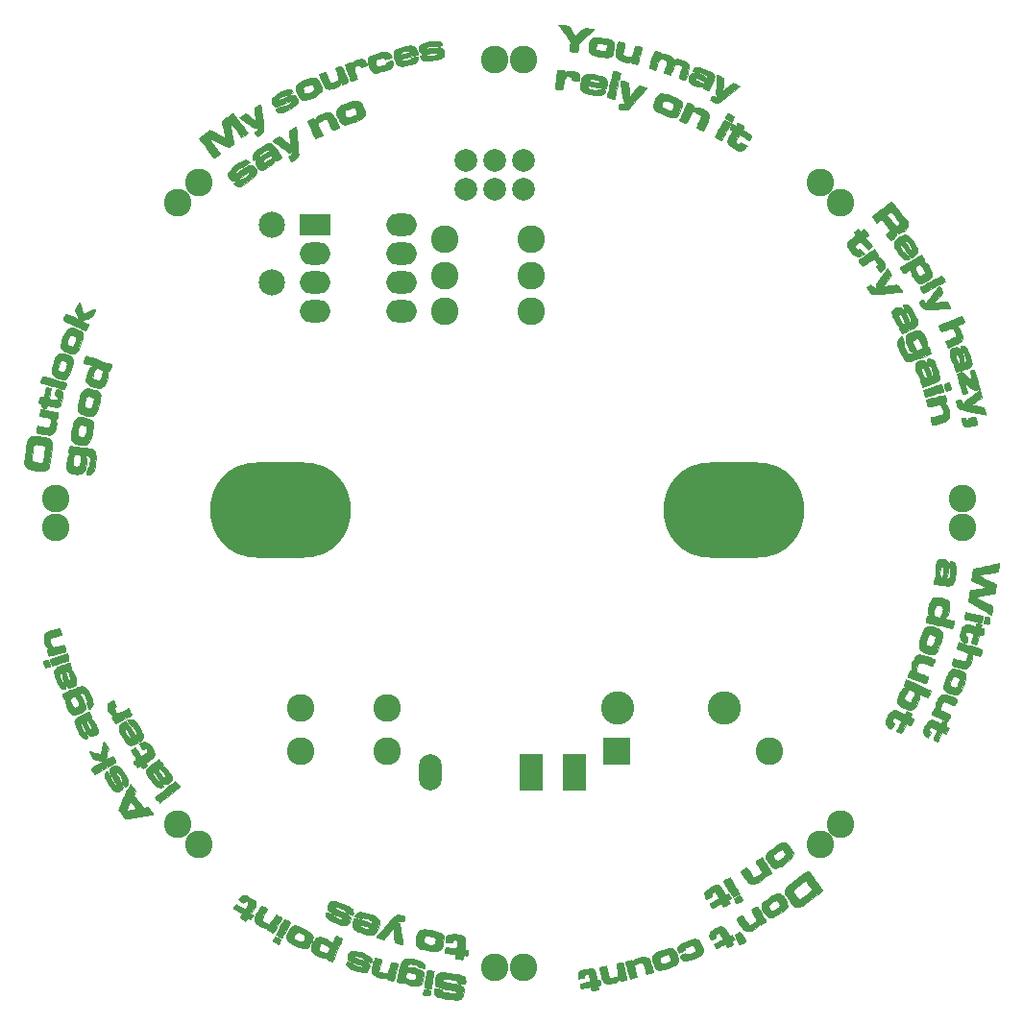
<source format=gbr>
G04 #@! TF.GenerationSoftware,KiCad,Pcbnew,(5.1.0)-1*
G04 #@! TF.CreationDate,2020-05-22T16:47:43+01:00*
G04 #@! TF.ProjectId,Solar8Ball,536f6c61-7238-4426-916c-6c2e6b696361,rev?*
G04 #@! TF.SameCoordinates,PX94225d0PY4cfd790*
G04 #@! TF.FileFunction,Soldermask,Top*
G04 #@! TF.FilePolarity,Negative*
%FSLAX46Y46*%
G04 Gerber Fmt 4.6, Leading zero omitted, Abs format (unit mm)*
G04 Created by KiCad (PCBNEW (5.1.0)-1) date 2020-05-22 16:47:43*
%MOMM*%
%LPD*%
G04 APERTURE LIST*
%ADD10C,0.010000*%
%ADD11R,2.432000X2.432000*%
%ADD12C,2.432000*%
%ADD13O,12.400000X8.400000*%
%ADD14C,2.940000*%
%ADD15O,2.686000X1.974800*%
%ADD16R,2.686000X1.974800*%
%ADD17C,2.305000*%
%ADD18C,2.000200*%
%ADD19R,2.000000X3.200000*%
%ADD20O,2.000000X3.200000*%
G04 APERTURE END LIST*
D10*
G36*
X-5741010Y-40480795D02*
G01*
X-5434928Y-40506785D01*
X-5224955Y-40531815D01*
X-4833210Y-40586934D01*
X-4520528Y-40641933D01*
X-4281319Y-40698139D01*
X-4109993Y-40756881D01*
X-4000960Y-40819488D01*
X-3995729Y-40823865D01*
X-3911647Y-40943763D01*
X-3862474Y-41111454D01*
X-3855464Y-41294709D01*
X-3870067Y-41382224D01*
X-3889390Y-41443099D01*
X-3922621Y-41474040D01*
X-3991321Y-41481285D01*
X-4117054Y-41471072D01*
X-4161048Y-41466401D01*
X-4350739Y-41443791D01*
X-4471328Y-41420851D01*
X-4538159Y-41391177D01*
X-4566579Y-41348368D01*
X-4572000Y-41294945D01*
X-4582854Y-41241297D01*
X-4622530Y-41198259D01*
X-4701697Y-41162604D01*
X-4831027Y-41131105D01*
X-5021191Y-41100533D01*
X-5282860Y-41067664D01*
X-5348570Y-41060090D01*
X-5568936Y-41037443D01*
X-5718990Y-41031099D01*
X-5812102Y-41044506D01*
X-5861646Y-41081111D01*
X-5880994Y-41144362D01*
X-5883686Y-41198063D01*
X-5881816Y-41228932D01*
X-5868532Y-41254156D01*
X-5833268Y-41276763D01*
X-5765459Y-41299776D01*
X-5654538Y-41326222D01*
X-5489942Y-41359125D01*
X-5261103Y-41401511D01*
X-5022301Y-41444710D01*
X-4743470Y-41495670D01*
X-4535061Y-41536442D01*
X-4384048Y-41571144D01*
X-4277404Y-41603897D01*
X-4202102Y-41638819D01*
X-4145117Y-41680032D01*
X-4093420Y-41731655D01*
X-4084694Y-41741240D01*
X-4036661Y-41813119D01*
X-4011916Y-41909913D01*
X-4005042Y-42057278D01*
X-4005661Y-42115577D01*
X-4032299Y-42383846D01*
X-4099147Y-42596108D01*
X-4202737Y-42742748D01*
X-4243131Y-42774276D01*
X-4378150Y-42828193D01*
X-4569332Y-42859025D01*
X-4790518Y-42863451D01*
X-4889500Y-42856291D01*
X-5001943Y-42843464D01*
X-5172466Y-42822408D01*
X-5375261Y-42796364D01*
X-5529943Y-42775916D01*
X-5865546Y-42725615D01*
X-6125471Y-42671999D01*
X-6318683Y-42609755D01*
X-6454147Y-42533574D01*
X-6540828Y-42438145D01*
X-6587691Y-42318155D01*
X-6603702Y-42168294D01*
X-6604000Y-42139622D01*
X-6598520Y-42011202D01*
X-6584450Y-41922877D01*
X-6572250Y-41899634D01*
X-6517407Y-41897008D01*
X-6402406Y-41904390D01*
X-6250961Y-41920191D01*
X-6233584Y-41922314D01*
X-6072162Y-41945593D01*
X-5978436Y-41969910D01*
X-5935605Y-42001680D01*
X-5926667Y-42039522D01*
X-5892748Y-42123924D01*
X-5852584Y-42157930D01*
X-5757363Y-42189695D01*
X-5602021Y-42222226D01*
X-5410991Y-42251982D01*
X-5208710Y-42275423D01*
X-5019613Y-42289007D01*
X-4934308Y-42291000D01*
X-4799947Y-42288159D01*
X-4729658Y-42273740D01*
X-4702890Y-42238895D01*
X-4699000Y-42189695D01*
X-4723563Y-42101516D01*
X-4764888Y-42063108D01*
X-4828077Y-42047501D01*
X-4958544Y-42021251D01*
X-5140017Y-41987435D01*
X-5356226Y-41949131D01*
X-5473631Y-41929029D01*
X-5818018Y-41865468D01*
X-6085357Y-41803555D01*
X-6283162Y-41740759D01*
X-6418950Y-41674547D01*
X-6500235Y-41602391D01*
X-6515713Y-41578098D01*
X-6546387Y-41467990D01*
X-6559366Y-41305691D01*
X-6554588Y-41121824D01*
X-6531992Y-40947007D01*
X-6517127Y-40883486D01*
X-6460232Y-40743671D01*
X-6381636Y-40618720D01*
X-6375583Y-40611482D01*
X-6287680Y-40542386D01*
X-6158525Y-40497981D01*
X-5979255Y-40477655D01*
X-5741010Y-40480795D01*
X-5741010Y-40480795D01*
G37*
X-5741010Y-40480795D02*
X-5434928Y-40506785D01*
X-5224955Y-40531815D01*
X-4833210Y-40586934D01*
X-4520528Y-40641933D01*
X-4281319Y-40698139D01*
X-4109993Y-40756881D01*
X-4000960Y-40819488D01*
X-3995729Y-40823865D01*
X-3911647Y-40943763D01*
X-3862474Y-41111454D01*
X-3855464Y-41294709D01*
X-3870067Y-41382224D01*
X-3889390Y-41443099D01*
X-3922621Y-41474040D01*
X-3991321Y-41481285D01*
X-4117054Y-41471072D01*
X-4161048Y-41466401D01*
X-4350739Y-41443791D01*
X-4471328Y-41420851D01*
X-4538159Y-41391177D01*
X-4566579Y-41348368D01*
X-4572000Y-41294945D01*
X-4582854Y-41241297D01*
X-4622530Y-41198259D01*
X-4701697Y-41162604D01*
X-4831027Y-41131105D01*
X-5021191Y-41100533D01*
X-5282860Y-41067664D01*
X-5348570Y-41060090D01*
X-5568936Y-41037443D01*
X-5718990Y-41031099D01*
X-5812102Y-41044506D01*
X-5861646Y-41081111D01*
X-5880994Y-41144362D01*
X-5883686Y-41198063D01*
X-5881816Y-41228932D01*
X-5868532Y-41254156D01*
X-5833268Y-41276763D01*
X-5765459Y-41299776D01*
X-5654538Y-41326222D01*
X-5489942Y-41359125D01*
X-5261103Y-41401511D01*
X-5022301Y-41444710D01*
X-4743470Y-41495670D01*
X-4535061Y-41536442D01*
X-4384048Y-41571144D01*
X-4277404Y-41603897D01*
X-4202102Y-41638819D01*
X-4145117Y-41680032D01*
X-4093420Y-41731655D01*
X-4084694Y-41741240D01*
X-4036661Y-41813119D01*
X-4011916Y-41909913D01*
X-4005042Y-42057278D01*
X-4005661Y-42115577D01*
X-4032299Y-42383846D01*
X-4099147Y-42596108D01*
X-4202737Y-42742748D01*
X-4243131Y-42774276D01*
X-4378150Y-42828193D01*
X-4569332Y-42859025D01*
X-4790518Y-42863451D01*
X-4889500Y-42856291D01*
X-5001943Y-42843464D01*
X-5172466Y-42822408D01*
X-5375261Y-42796364D01*
X-5529943Y-42775916D01*
X-5865546Y-42725615D01*
X-6125471Y-42671999D01*
X-6318683Y-42609755D01*
X-6454147Y-42533574D01*
X-6540828Y-42438145D01*
X-6587691Y-42318155D01*
X-6603702Y-42168294D01*
X-6604000Y-42139622D01*
X-6598520Y-42011202D01*
X-6584450Y-41922877D01*
X-6572250Y-41899634D01*
X-6517407Y-41897008D01*
X-6402406Y-41904390D01*
X-6250961Y-41920191D01*
X-6233584Y-41922314D01*
X-6072162Y-41945593D01*
X-5978436Y-41969910D01*
X-5935605Y-42001680D01*
X-5926667Y-42039522D01*
X-5892748Y-42123924D01*
X-5852584Y-42157930D01*
X-5757363Y-42189695D01*
X-5602021Y-42222226D01*
X-5410991Y-42251982D01*
X-5208710Y-42275423D01*
X-5019613Y-42289007D01*
X-4934308Y-42291000D01*
X-4799947Y-42288159D01*
X-4729658Y-42273740D01*
X-4702890Y-42238895D01*
X-4699000Y-42189695D01*
X-4723563Y-42101516D01*
X-4764888Y-42063108D01*
X-4828077Y-42047501D01*
X-4958544Y-42021251D01*
X-5140017Y-41987435D01*
X-5356226Y-41949131D01*
X-5473631Y-41929029D01*
X-5818018Y-41865468D01*
X-6085357Y-41803555D01*
X-6283162Y-41740759D01*
X-6418950Y-41674547D01*
X-6500235Y-41602391D01*
X-6515713Y-41578098D01*
X-6546387Y-41467990D01*
X-6559366Y-41305691D01*
X-6554588Y-41121824D01*
X-6531992Y-40947007D01*
X-6517127Y-40883486D01*
X-6460232Y-40743671D01*
X-6381636Y-40618720D01*
X-6375583Y-40611482D01*
X-6287680Y-40542386D01*
X-6158525Y-40497981D01*
X-5979255Y-40477655D01*
X-5741010Y-40480795D01*
G36*
X-7374093Y-41983160D02*
G01*
X-7229170Y-42005125D01*
X-7223068Y-42006166D01*
X-6934604Y-42055578D01*
X-6959336Y-42205039D01*
X-6976426Y-42327838D01*
X-6984461Y-42423817D01*
X-6984535Y-42428583D01*
X-7017826Y-42480351D01*
X-7119410Y-42498695D01*
X-7293146Y-42483912D01*
X-7419385Y-42462053D01*
X-7527272Y-42437142D01*
X-7593463Y-42414433D01*
X-7599335Y-42410443D01*
X-7603232Y-42361914D01*
X-7593216Y-42262600D01*
X-7574429Y-42144214D01*
X-7552011Y-42038465D01*
X-7531105Y-41977064D01*
X-7528533Y-41973755D01*
X-7481499Y-41971895D01*
X-7374093Y-41983160D01*
X-7374093Y-41983160D01*
G37*
X-7374093Y-41983160D02*
X-7229170Y-42005125D01*
X-7223068Y-42006166D01*
X-6934604Y-42055578D01*
X-6959336Y-42205039D01*
X-6976426Y-42327838D01*
X-6984461Y-42423817D01*
X-6984535Y-42428583D01*
X-7017826Y-42480351D01*
X-7119410Y-42498695D01*
X-7293146Y-42483912D01*
X-7419385Y-42462053D01*
X-7527272Y-42437142D01*
X-7593463Y-42414433D01*
X-7599335Y-42410443D01*
X-7603232Y-42361914D01*
X-7593216Y-42262600D01*
X-7574429Y-42144214D01*
X-7552011Y-42038465D01*
X-7531105Y-41977064D01*
X-7528533Y-41973755D01*
X-7481499Y-41971895D01*
X-7374093Y-41983160D01*
G36*
X7328129Y-40148556D02*
G01*
X7451489Y-40206050D01*
X7540578Y-40316215D01*
X7606144Y-40490786D01*
X7644484Y-40661166D01*
X7677338Y-40832792D01*
X7706162Y-40981644D01*
X7725662Y-41080424D01*
X7728108Y-41092400D01*
X7753495Y-41153593D01*
X7812028Y-41170477D01*
X7891956Y-41161487D01*
X7980785Y-41151160D01*
X8027074Y-41171309D01*
X8051148Y-41241723D01*
X8065512Y-41330497D01*
X8079188Y-41481920D01*
X8057905Y-41568848D01*
X7993213Y-41607198D01*
X7915163Y-41613666D01*
X7825436Y-41628839D01*
X7808165Y-41666583D01*
X7826546Y-41744182D01*
X7847095Y-41852004D01*
X7855940Y-41935934D01*
X7830650Y-41979042D01*
X7750856Y-42002325D01*
X7692009Y-42011889D01*
X7542329Y-42035768D01*
X7402725Y-42059316D01*
X7382567Y-42062890D01*
X7298340Y-42072156D01*
X7255344Y-42046113D01*
X7231816Y-41964357D01*
X7223317Y-41913588D01*
X7201639Y-41806554D01*
X7180498Y-41745849D01*
X7174543Y-41740666D01*
X7126299Y-41746980D01*
X7013645Y-41763966D01*
X6855739Y-41788693D01*
X6745401Y-41806323D01*
X6567945Y-41831102D01*
X6422313Y-41844379D01*
X6328265Y-41844729D01*
X6304751Y-41838073D01*
X6281958Y-41778103D01*
X6263067Y-41667163D01*
X6258144Y-41615542D01*
X6244166Y-41426918D01*
X6656885Y-41358045D01*
X6834835Y-41326274D01*
X6979929Y-41296475D01*
X7072799Y-41272838D01*
X7095704Y-41263072D01*
X7104574Y-41207011D01*
X7094811Y-41096547D01*
X7071592Y-40958528D01*
X7040090Y-40819801D01*
X7005481Y-40707216D01*
X6978076Y-40652824D01*
X6890665Y-40609438D01*
X6798975Y-40615821D01*
X6673799Y-40663914D01*
X6623057Y-40747215D01*
X6630235Y-40835625D01*
X6634657Y-40886438D01*
X6605104Y-40920113D01*
X6524498Y-40946373D01*
X6389831Y-40972468D01*
X6247056Y-40993322D01*
X6137761Y-41001386D01*
X6090190Y-40996242D01*
X6064391Y-40938604D01*
X6054738Y-40827659D01*
X6060402Y-40693050D01*
X6080554Y-40564418D01*
X6104342Y-40490429D01*
X6196294Y-40380756D01*
X6357353Y-40285014D01*
X6572418Y-40208333D01*
X6826386Y-40155841D01*
X7104158Y-40132666D01*
X7159747Y-40132000D01*
X7328129Y-40148556D01*
X7328129Y-40148556D01*
G37*
X7328129Y-40148556D02*
X7451489Y-40206050D01*
X7540578Y-40316215D01*
X7606144Y-40490786D01*
X7644484Y-40661166D01*
X7677338Y-40832792D01*
X7706162Y-40981644D01*
X7725662Y-41080424D01*
X7728108Y-41092400D01*
X7753495Y-41153593D01*
X7812028Y-41170477D01*
X7891956Y-41161487D01*
X7980785Y-41151160D01*
X8027074Y-41171309D01*
X8051148Y-41241723D01*
X8065512Y-41330497D01*
X8079188Y-41481920D01*
X8057905Y-41568848D01*
X7993213Y-41607198D01*
X7915163Y-41613666D01*
X7825436Y-41628839D01*
X7808165Y-41666583D01*
X7826546Y-41744182D01*
X7847095Y-41852004D01*
X7855940Y-41935934D01*
X7830650Y-41979042D01*
X7750856Y-42002325D01*
X7692009Y-42011889D01*
X7542329Y-42035768D01*
X7402725Y-42059316D01*
X7382567Y-42062890D01*
X7298340Y-42072156D01*
X7255344Y-42046113D01*
X7231816Y-41964357D01*
X7223317Y-41913588D01*
X7201639Y-41806554D01*
X7180498Y-41745849D01*
X7174543Y-41740666D01*
X7126299Y-41746980D01*
X7013645Y-41763966D01*
X6855739Y-41788693D01*
X6745401Y-41806323D01*
X6567945Y-41831102D01*
X6422313Y-41844379D01*
X6328265Y-41844729D01*
X6304751Y-41838073D01*
X6281958Y-41778103D01*
X6263067Y-41667163D01*
X6258144Y-41615542D01*
X6244166Y-41426918D01*
X6656885Y-41358045D01*
X6834835Y-41326274D01*
X6979929Y-41296475D01*
X7072799Y-41272838D01*
X7095704Y-41263072D01*
X7104574Y-41207011D01*
X7094811Y-41096547D01*
X7071592Y-40958528D01*
X7040090Y-40819801D01*
X7005481Y-40707216D01*
X6978076Y-40652824D01*
X6890665Y-40609438D01*
X6798975Y-40615821D01*
X6673799Y-40663914D01*
X6623057Y-40747215D01*
X6630235Y-40835625D01*
X6634657Y-40886438D01*
X6605104Y-40920113D01*
X6524498Y-40946373D01*
X6389831Y-40972468D01*
X6247056Y-40993322D01*
X6137761Y-41001386D01*
X6090190Y-40996242D01*
X6064391Y-40938604D01*
X6054738Y-40827659D01*
X6060402Y-40693050D01*
X6080554Y-40564418D01*
X6104342Y-40490429D01*
X6196294Y-40380756D01*
X6357353Y-40285014D01*
X6572418Y-40208333D01*
X6826386Y-40155841D01*
X7104158Y-40132666D01*
X7159747Y-40132000D01*
X7328129Y-40148556D01*
G36*
X-7064536Y-40275428D02*
G01*
X-6933155Y-40299650D01*
X-6802542Y-40331722D01*
X-6698766Y-40365887D01*
X-6647896Y-40396390D01*
X-6646362Y-40401376D01*
X-6653598Y-40457346D01*
X-6673607Y-40581702D01*
X-6703870Y-40759556D01*
X-6741867Y-40976020D01*
X-6772704Y-41148000D01*
X-6814656Y-41381593D01*
X-6850794Y-41585862D01*
X-6878605Y-41746354D01*
X-6895575Y-41848619D01*
X-6899676Y-41878250D01*
X-6905089Y-41895963D01*
X-6931432Y-41902654D01*
X-6995282Y-41897206D01*
X-7113215Y-41878502D01*
X-7249584Y-41854668D01*
X-7399412Y-41820417D01*
X-7476217Y-41781413D01*
X-7492921Y-41744398D01*
X-7485639Y-41671921D01*
X-7465899Y-41538455D01*
X-7436734Y-41360671D01*
X-7401177Y-41155238D01*
X-7362261Y-40938828D01*
X-7323019Y-40728109D01*
X-7286483Y-40539753D01*
X-7255687Y-40390429D01*
X-7233663Y-40296808D01*
X-7225331Y-40273552D01*
X-7170617Y-40264810D01*
X-7064536Y-40275428D01*
X-7064536Y-40275428D01*
G37*
X-7064536Y-40275428D02*
X-6933155Y-40299650D01*
X-6802542Y-40331722D01*
X-6698766Y-40365887D01*
X-6647896Y-40396390D01*
X-6646362Y-40401376D01*
X-6653598Y-40457346D01*
X-6673607Y-40581702D01*
X-6703870Y-40759556D01*
X-6741867Y-40976020D01*
X-6772704Y-41148000D01*
X-6814656Y-41381593D01*
X-6850794Y-41585862D01*
X-6878605Y-41746354D01*
X-6895575Y-41848619D01*
X-6899676Y-41878250D01*
X-6905089Y-41895963D01*
X-6931432Y-41902654D01*
X-6995282Y-41897206D01*
X-7113215Y-41878502D01*
X-7249584Y-41854668D01*
X-7399412Y-41820417D01*
X-7476217Y-41781413D01*
X-7492921Y-41744398D01*
X-7485639Y-41671921D01*
X-7465899Y-41538455D01*
X-7436734Y-41360671D01*
X-7401177Y-41155238D01*
X-7362261Y-40938828D01*
X-7323019Y-40728109D01*
X-7286483Y-40539753D01*
X-7255687Y-40390429D01*
X-7233663Y-40296808D01*
X-7225331Y-40273552D01*
X-7170617Y-40264810D01*
X-7064536Y-40275428D01*
G36*
X-8839528Y-39255870D02*
G01*
X-8805334Y-39257763D01*
X-8526399Y-39286027D01*
X-8248968Y-39336086D01*
X-7993909Y-39402518D01*
X-7782090Y-39479902D01*
X-7635996Y-39561574D01*
X-7533848Y-39672437D01*
X-7458188Y-39814886D01*
X-7421726Y-39958052D01*
X-7431446Y-40058303D01*
X-7454253Y-40089628D01*
X-7503320Y-40099769D01*
X-7597946Y-40088936D01*
X-7737016Y-40061637D01*
X-7907545Y-40019615D01*
X-8013072Y-39974346D01*
X-8072947Y-39915300D01*
X-8095942Y-39866276D01*
X-8142241Y-39835967D01*
X-8246695Y-39798794D01*
X-8383867Y-39761352D01*
X-8528321Y-39730235D01*
X-8654623Y-39712035D01*
X-8699500Y-39709817D01*
X-8835591Y-39726535D01*
X-8919873Y-39789032D01*
X-8972019Y-39892200D01*
X-9010884Y-40011779D01*
X-9007881Y-40065302D01*
X-8960972Y-40061429D01*
X-8935117Y-40048822D01*
X-8793418Y-40011726D01*
X-8587638Y-40013725D01*
X-8328625Y-40054493D01*
X-8264251Y-40068945D01*
X-7983016Y-40150313D01*
X-7776273Y-40249733D01*
X-7638926Y-40376645D01*
X-7565877Y-40540487D01*
X-7552028Y-40750696D01*
X-7592284Y-41016712D01*
X-7643472Y-41218418D01*
X-7723994Y-41421682D01*
X-7838772Y-41555723D01*
X-8000807Y-41629906D01*
X-8223103Y-41653594D01*
X-8247665Y-41653559D01*
X-8445978Y-41640160D01*
X-8668631Y-41607980D01*
X-8823762Y-41574617D01*
X-9046367Y-41500233D01*
X-9187154Y-41414097D01*
X-9208505Y-41392149D01*
X-9274510Y-41325090D01*
X-9314840Y-41320317D01*
X-9340876Y-41351532D01*
X-9375510Y-41386339D01*
X-9434576Y-41396802D01*
X-9540480Y-41384130D01*
X-9629937Y-41367109D01*
X-9765005Y-41337644D01*
X-9862506Y-41311996D01*
X-9896655Y-41298456D01*
X-9896134Y-41250702D01*
X-9878475Y-41135677D01*
X-9847005Y-40968269D01*
X-9814545Y-40809725D01*
X-9165901Y-40809725D01*
X-9151516Y-40921394D01*
X-9147244Y-40930273D01*
X-9079316Y-40989245D01*
X-8952230Y-41048502D01*
X-8791051Y-41099679D01*
X-8620844Y-41134412D01*
X-8504978Y-41144585D01*
X-8362832Y-41122909D01*
X-8286310Y-41073916D01*
X-8216350Y-40955068D01*
X-8187003Y-40818453D01*
X-8201500Y-40695789D01*
X-8241442Y-40633439D01*
X-8356298Y-40564321D01*
X-8516015Y-40506327D01*
X-8692702Y-40465366D01*
X-8858467Y-40447346D01*
X-8985417Y-40458176D01*
X-9014969Y-40469579D01*
X-9087149Y-40547323D01*
X-9140953Y-40672870D01*
X-9165901Y-40809725D01*
X-9814545Y-40809725D01*
X-9805052Y-40763363D01*
X-9755945Y-40535846D01*
X-9703011Y-40300603D01*
X-9649577Y-40072520D01*
X-9598973Y-39866484D01*
X-9554525Y-39697380D01*
X-9519563Y-39580095D01*
X-9503046Y-39537810D01*
X-9419383Y-39424951D01*
X-9307558Y-39327358D01*
X-9300695Y-39322911D01*
X-9220756Y-39280317D01*
X-9133468Y-39257079D01*
X-9014501Y-39249996D01*
X-8839528Y-39255870D01*
X-8839528Y-39255870D01*
G37*
X-8839528Y-39255870D02*
X-8805334Y-39257763D01*
X-8526399Y-39286027D01*
X-8248968Y-39336086D01*
X-7993909Y-39402518D01*
X-7782090Y-39479902D01*
X-7635996Y-39561574D01*
X-7533848Y-39672437D01*
X-7458188Y-39814886D01*
X-7421726Y-39958052D01*
X-7431446Y-40058303D01*
X-7454253Y-40089628D01*
X-7503320Y-40099769D01*
X-7597946Y-40088936D01*
X-7737016Y-40061637D01*
X-7907545Y-40019615D01*
X-8013072Y-39974346D01*
X-8072947Y-39915300D01*
X-8095942Y-39866276D01*
X-8142241Y-39835967D01*
X-8246695Y-39798794D01*
X-8383867Y-39761352D01*
X-8528321Y-39730235D01*
X-8654623Y-39712035D01*
X-8699500Y-39709817D01*
X-8835591Y-39726535D01*
X-8919873Y-39789032D01*
X-8972019Y-39892200D01*
X-9010884Y-40011779D01*
X-9007881Y-40065302D01*
X-8960972Y-40061429D01*
X-8935117Y-40048822D01*
X-8793418Y-40011726D01*
X-8587638Y-40013725D01*
X-8328625Y-40054493D01*
X-8264251Y-40068945D01*
X-7983016Y-40150313D01*
X-7776273Y-40249733D01*
X-7638926Y-40376645D01*
X-7565877Y-40540487D01*
X-7552028Y-40750696D01*
X-7592284Y-41016712D01*
X-7643472Y-41218418D01*
X-7723994Y-41421682D01*
X-7838772Y-41555723D01*
X-8000807Y-41629906D01*
X-8223103Y-41653594D01*
X-8247665Y-41653559D01*
X-8445978Y-41640160D01*
X-8668631Y-41607980D01*
X-8823762Y-41574617D01*
X-9046367Y-41500233D01*
X-9187154Y-41414097D01*
X-9208505Y-41392149D01*
X-9274510Y-41325090D01*
X-9314840Y-41320317D01*
X-9340876Y-41351532D01*
X-9375510Y-41386339D01*
X-9434576Y-41396802D01*
X-9540480Y-41384130D01*
X-9629937Y-41367109D01*
X-9765005Y-41337644D01*
X-9862506Y-41311996D01*
X-9896655Y-41298456D01*
X-9896134Y-41250702D01*
X-9878475Y-41135677D01*
X-9847005Y-40968269D01*
X-9814545Y-40809725D01*
X-9165901Y-40809725D01*
X-9151516Y-40921394D01*
X-9147244Y-40930273D01*
X-9079316Y-40989245D01*
X-8952230Y-41048502D01*
X-8791051Y-41099679D01*
X-8620844Y-41134412D01*
X-8504978Y-41144585D01*
X-8362832Y-41122909D01*
X-8286310Y-41073916D01*
X-8216350Y-40955068D01*
X-8187003Y-40818453D01*
X-8201500Y-40695789D01*
X-8241442Y-40633439D01*
X-8356298Y-40564321D01*
X-8516015Y-40506327D01*
X-8692702Y-40465366D01*
X-8858467Y-40447346D01*
X-8985417Y-40458176D01*
X-9014969Y-40469579D01*
X-9087149Y-40547323D01*
X-9140953Y-40672870D01*
X-9165901Y-40809725D01*
X-9814545Y-40809725D01*
X-9805052Y-40763363D01*
X-9755945Y-40535846D01*
X-9703011Y-40300603D01*
X-9649577Y-40072520D01*
X-9598973Y-39866484D01*
X-9554525Y-39697380D01*
X-9519563Y-39580095D01*
X-9503046Y-39537810D01*
X-9419383Y-39424951D01*
X-9307558Y-39327358D01*
X-9300695Y-39322911D01*
X-9220756Y-39280317D01*
X-9133468Y-39257079D01*
X-9014501Y-39249996D01*
X-8839528Y-39255870D01*
G36*
X10011099Y-39587988D02*
G01*
X10025574Y-39633228D01*
X10053529Y-39744871D01*
X10091354Y-39906401D01*
X10135435Y-40101297D01*
X10182162Y-40313041D01*
X10227922Y-40525113D01*
X10269106Y-40720996D01*
X10302099Y-40884169D01*
X10323292Y-40998114D01*
X10329333Y-41043534D01*
X10292139Y-41090891D01*
X10199082Y-41134064D01*
X10170583Y-41142123D01*
X9991281Y-41186217D01*
X9877386Y-41209751D01*
X9812215Y-41212905D01*
X9779089Y-41195860D01*
X9761327Y-41158796D01*
X9757389Y-41146600D01*
X9734811Y-41091072D01*
X9705729Y-41096182D01*
X9649468Y-41162769D01*
X9508408Y-41278753D01*
X9295226Y-41364703D01*
X9017955Y-41417862D01*
X8868833Y-41430676D01*
X8688795Y-41437622D01*
X8568003Y-41431216D01*
X8481605Y-41407922D01*
X8405510Y-41364720D01*
X8326266Y-41301849D01*
X8262479Y-41225520D01*
X8207866Y-41121347D01*
X8156145Y-40974941D01*
X8101035Y-40771916D01*
X8046438Y-40542363D01*
X7927747Y-40026166D01*
X8227166Y-39953821D01*
X8373349Y-39919832D01*
X8482101Y-39897070D01*
X8532418Y-39889888D01*
X8533567Y-39890321D01*
X8544890Y-39932677D01*
X8569921Y-40039998D01*
X8604576Y-40194471D01*
X8632673Y-40322499D01*
X8678335Y-40512843D01*
X8726368Y-40681145D01*
X8769706Y-40803987D01*
X8790780Y-40846535D01*
X8839377Y-40905597D01*
X8901401Y-40931160D01*
X9005368Y-40931080D01*
X9074465Y-40924662D01*
X9292776Y-40891360D01*
X9443084Y-40836479D01*
X9532781Y-40748295D01*
X9569256Y-40615083D01*
X9559900Y-40425119D01*
X9522267Y-40214246D01*
X9477017Y-39997231D01*
X9451822Y-39848613D01*
X9451639Y-39753478D01*
X9481425Y-39696912D01*
X9546137Y-39664002D01*
X9650734Y-39639834D01*
X9717552Y-39626763D01*
X9859971Y-39601159D01*
X9965565Y-39587255D01*
X10011099Y-39587988D01*
X10011099Y-39587988D01*
G37*
X10011099Y-39587988D02*
X10025574Y-39633228D01*
X10053529Y-39744871D01*
X10091354Y-39906401D01*
X10135435Y-40101297D01*
X10182162Y-40313041D01*
X10227922Y-40525113D01*
X10269106Y-40720996D01*
X10302099Y-40884169D01*
X10323292Y-40998114D01*
X10329333Y-41043534D01*
X10292139Y-41090891D01*
X10199082Y-41134064D01*
X10170583Y-41142123D01*
X9991281Y-41186217D01*
X9877386Y-41209751D01*
X9812215Y-41212905D01*
X9779089Y-41195860D01*
X9761327Y-41158796D01*
X9757389Y-41146600D01*
X9734811Y-41091072D01*
X9705729Y-41096182D01*
X9649468Y-41162769D01*
X9508408Y-41278753D01*
X9295226Y-41364703D01*
X9017955Y-41417862D01*
X8868833Y-41430676D01*
X8688795Y-41437622D01*
X8568003Y-41431216D01*
X8481605Y-41407922D01*
X8405510Y-41364720D01*
X8326266Y-41301849D01*
X8262479Y-41225520D01*
X8207866Y-41121347D01*
X8156145Y-40974941D01*
X8101035Y-40771916D01*
X8046438Y-40542363D01*
X7927747Y-40026166D01*
X8227166Y-39953821D01*
X8373349Y-39919832D01*
X8482101Y-39897070D01*
X8532418Y-39889888D01*
X8533567Y-39890321D01*
X8544890Y-39932677D01*
X8569921Y-40039998D01*
X8604576Y-40194471D01*
X8632673Y-40322499D01*
X8678335Y-40512843D01*
X8726368Y-40681145D01*
X8769706Y-40803987D01*
X8790780Y-40846535D01*
X8839377Y-40905597D01*
X8901401Y-40931160D01*
X9005368Y-40931080D01*
X9074465Y-40924662D01*
X9292776Y-40891360D01*
X9443084Y-40836479D01*
X9532781Y-40748295D01*
X9569256Y-40615083D01*
X9559900Y-40425119D01*
X9522267Y-40214246D01*
X9477017Y-39997231D01*
X9451822Y-39848613D01*
X9451639Y-39753478D01*
X9481425Y-39696912D01*
X9546137Y-39664002D01*
X9650734Y-39639834D01*
X9717552Y-39626763D01*
X9859971Y-39601159D01*
X9965565Y-39587255D01*
X10011099Y-39587988D01*
G36*
X-11693361Y-39192609D02*
G01*
X-11564386Y-39222847D01*
X-11433029Y-39258555D01*
X-11324863Y-39293094D01*
X-11265461Y-39319823D01*
X-11260916Y-39325936D01*
X-11271459Y-39373621D01*
X-11299870Y-39485542D01*
X-11341641Y-39644277D01*
X-11385385Y-39807051D01*
X-11433412Y-39996968D01*
X-11468324Y-40160331D01*
X-11486404Y-40277885D01*
X-11485839Y-40327200D01*
X-11416203Y-40405652D01*
X-11282670Y-40474639D01*
X-11106010Y-40525121D01*
X-10991321Y-40542426D01*
X-10862722Y-40548312D01*
X-10767101Y-40527456D01*
X-10693576Y-40467881D01*
X-10631267Y-40357614D01*
X-10569292Y-40184680D01*
X-10522008Y-40025947D01*
X-10472323Y-39854102D01*
X-10430351Y-39711242D01*
X-10402278Y-39618315D01*
X-10395362Y-39597054D01*
X-10355615Y-39577342D01*
X-10255308Y-39588047D01*
X-10093619Y-39627802D01*
X-9951285Y-39668446D01*
X-9846120Y-39700697D01*
X-9799828Y-39717882D01*
X-9799430Y-39718247D01*
X-9805342Y-39762546D01*
X-9831561Y-39871565D01*
X-9873594Y-40029859D01*
X-9926945Y-40221980D01*
X-9987118Y-40432481D01*
X-10049618Y-40645918D01*
X-10109950Y-40846842D01*
X-10163618Y-41019807D01*
X-10206127Y-41149367D01*
X-10232982Y-41220075D01*
X-10238975Y-41228578D01*
X-10291237Y-41215839D01*
X-10399272Y-41186992D01*
X-10509250Y-41156723D01*
X-10647669Y-41113397D01*
X-10721649Y-41073367D01*
X-10749872Y-41023834D01*
X-10752667Y-40989988D01*
X-10761483Y-40921444D01*
X-10804131Y-40920280D01*
X-10844331Y-40940078D01*
X-10962708Y-40969727D01*
X-11134151Y-40971418D01*
X-11332825Y-40947900D01*
X-11532892Y-40901922D01*
X-11674409Y-40851756D01*
X-11885877Y-40737652D01*
X-12022131Y-40604315D01*
X-12092307Y-40439830D01*
X-12107070Y-40287501D01*
X-12097130Y-40181030D01*
X-12070689Y-40024940D01*
X-12032540Y-39839341D01*
X-11987477Y-39644342D01*
X-11940294Y-39460052D01*
X-11895785Y-39306581D01*
X-11858745Y-39204038D01*
X-11841877Y-39175099D01*
X-11794383Y-39174479D01*
X-11693361Y-39192609D01*
X-11693361Y-39192609D01*
G37*
X-11693361Y-39192609D02*
X-11564386Y-39222847D01*
X-11433029Y-39258555D01*
X-11324863Y-39293094D01*
X-11265461Y-39319823D01*
X-11260916Y-39325936D01*
X-11271459Y-39373621D01*
X-11299870Y-39485542D01*
X-11341641Y-39644277D01*
X-11385385Y-39807051D01*
X-11433412Y-39996968D01*
X-11468324Y-40160331D01*
X-11486404Y-40277885D01*
X-11485839Y-40327200D01*
X-11416203Y-40405652D01*
X-11282670Y-40474639D01*
X-11106010Y-40525121D01*
X-10991321Y-40542426D01*
X-10862722Y-40548312D01*
X-10767101Y-40527456D01*
X-10693576Y-40467881D01*
X-10631267Y-40357614D01*
X-10569292Y-40184680D01*
X-10522008Y-40025947D01*
X-10472323Y-39854102D01*
X-10430351Y-39711242D01*
X-10402278Y-39618315D01*
X-10395362Y-39597054D01*
X-10355615Y-39577342D01*
X-10255308Y-39588047D01*
X-10093619Y-39627802D01*
X-9951285Y-39668446D01*
X-9846120Y-39700697D01*
X-9799828Y-39717882D01*
X-9799430Y-39718247D01*
X-9805342Y-39762546D01*
X-9831561Y-39871565D01*
X-9873594Y-40029859D01*
X-9926945Y-40221980D01*
X-9987118Y-40432481D01*
X-10049618Y-40645918D01*
X-10109950Y-40846842D01*
X-10163618Y-41019807D01*
X-10206127Y-41149367D01*
X-10232982Y-41220075D01*
X-10238975Y-41228578D01*
X-10291237Y-41215839D01*
X-10399272Y-41186992D01*
X-10509250Y-41156723D01*
X-10647669Y-41113397D01*
X-10721649Y-41073367D01*
X-10749872Y-41023834D01*
X-10752667Y-40989988D01*
X-10761483Y-40921444D01*
X-10804131Y-40920280D01*
X-10844331Y-40940078D01*
X-10962708Y-40969727D01*
X-11134151Y-40971418D01*
X-11332825Y-40947900D01*
X-11532892Y-40901922D01*
X-11674409Y-40851756D01*
X-11885877Y-40737652D01*
X-12022131Y-40604315D01*
X-12092307Y-40439830D01*
X-12107070Y-40287501D01*
X-12097130Y-40181030D01*
X-12070689Y-40024940D01*
X-12032540Y-39839341D01*
X-11987477Y-39644342D01*
X-11940294Y-39460052D01*
X-11895785Y-39306581D01*
X-11858745Y-39204038D01*
X-11841877Y-39175099D01*
X-11794383Y-39174479D01*
X-11693361Y-39192609D01*
G36*
X11967855Y-39092785D02*
G01*
X12169188Y-39157951D01*
X12316930Y-39279919D01*
X12338660Y-39310143D01*
X12371677Y-39381139D01*
X12418543Y-39508042D01*
X12473833Y-39672902D01*
X12532123Y-39857771D01*
X12587986Y-40044700D01*
X12635997Y-40215738D01*
X12670731Y-40352939D01*
X12686762Y-40438352D01*
X12685350Y-40457094D01*
X12639400Y-40476062D01*
X12534400Y-40510263D01*
X12392900Y-40552358D01*
X12390167Y-40553140D01*
X12111276Y-40632896D01*
X12045804Y-40403614D01*
X11993434Y-40220229D01*
X11936375Y-40020451D01*
X11913473Y-39940274D01*
X11845599Y-39758321D01*
X11760460Y-39651513D01*
X11644961Y-39610427D01*
X11486008Y-39625643D01*
X11478469Y-39627310D01*
X11262387Y-39692522D01*
X11110068Y-39774493D01*
X11031436Y-39867730D01*
X11028329Y-39876437D01*
X11027413Y-39951933D01*
X11046699Y-40086421D01*
X11082487Y-40257669D01*
X11109995Y-40367508D01*
X11156150Y-40545976D01*
X11192517Y-40696231D01*
X11214282Y-40797838D01*
X11218333Y-40827332D01*
X11181522Y-40859805D01*
X11087971Y-40904055D01*
X10963007Y-40951030D01*
X10831954Y-40991676D01*
X10720137Y-41016940D01*
X10676580Y-41021000D01*
X10654782Y-40982213D01*
X10615508Y-40874432D01*
X10562896Y-40710522D01*
X10501087Y-40503349D01*
X10437709Y-40278509D01*
X10373654Y-40041354D01*
X10319615Y-39833859D01*
X10278848Y-39669161D01*
X10254611Y-39560395D01*
X10249851Y-39520850D01*
X10296680Y-39501221D01*
X10396809Y-39468249D01*
X10521730Y-39430406D01*
X10642934Y-39396162D01*
X10731913Y-39373990D01*
X10757497Y-39370000D01*
X10793802Y-39404930D01*
X10817524Y-39458943D01*
X10839749Y-39512348D01*
X10866629Y-39505677D01*
X10915889Y-39432529D01*
X10923010Y-39420849D01*
X11027740Y-39315940D01*
X11198736Y-39221641D01*
X11417652Y-39145567D01*
X11666138Y-39095334D01*
X11723959Y-39088401D01*
X11967855Y-39092785D01*
X11967855Y-39092785D01*
G37*
X11967855Y-39092785D02*
X12169188Y-39157951D01*
X12316930Y-39279919D01*
X12338660Y-39310143D01*
X12371677Y-39381139D01*
X12418543Y-39508042D01*
X12473833Y-39672902D01*
X12532123Y-39857771D01*
X12587986Y-40044700D01*
X12635997Y-40215738D01*
X12670731Y-40352939D01*
X12686762Y-40438352D01*
X12685350Y-40457094D01*
X12639400Y-40476062D01*
X12534400Y-40510263D01*
X12392900Y-40552358D01*
X12390167Y-40553140D01*
X12111276Y-40632896D01*
X12045804Y-40403614D01*
X11993434Y-40220229D01*
X11936375Y-40020451D01*
X11913473Y-39940274D01*
X11845599Y-39758321D01*
X11760460Y-39651513D01*
X11644961Y-39610427D01*
X11486008Y-39625643D01*
X11478469Y-39627310D01*
X11262387Y-39692522D01*
X11110068Y-39774493D01*
X11031436Y-39867730D01*
X11028329Y-39876437D01*
X11027413Y-39951933D01*
X11046699Y-40086421D01*
X11082487Y-40257669D01*
X11109995Y-40367508D01*
X11156150Y-40545976D01*
X11192517Y-40696231D01*
X11214282Y-40797838D01*
X11218333Y-40827332D01*
X11181522Y-40859805D01*
X11087971Y-40904055D01*
X10963007Y-40951030D01*
X10831954Y-40991676D01*
X10720137Y-41016940D01*
X10676580Y-41021000D01*
X10654782Y-40982213D01*
X10615508Y-40874432D01*
X10562896Y-40710522D01*
X10501087Y-40503349D01*
X10437709Y-40278509D01*
X10373654Y-40041354D01*
X10319615Y-39833859D01*
X10278848Y-39669161D01*
X10254611Y-39560395D01*
X10249851Y-39520850D01*
X10296680Y-39501221D01*
X10396809Y-39468249D01*
X10521730Y-39430406D01*
X10642934Y-39396162D01*
X10731913Y-39373990D01*
X10757497Y-39370000D01*
X10793802Y-39404930D01*
X10817524Y-39458943D01*
X10839749Y-39512348D01*
X10866629Y-39505677D01*
X10915889Y-39432529D01*
X10923010Y-39420849D01*
X11027740Y-39315940D01*
X11198736Y-39221641D01*
X11417652Y-39145567D01*
X11666138Y-39095334D01*
X11723959Y-39088401D01*
X11967855Y-39092785D01*
G36*
X-13540296Y-38573430D02*
G01*
X-13309388Y-38628700D01*
X-13061236Y-38702635D01*
X-12815386Y-38788938D01*
X-12591383Y-38881310D01*
X-12408774Y-38973455D01*
X-12294260Y-39052500D01*
X-12195471Y-39162484D01*
X-12147983Y-39284855D01*
X-12140965Y-39450700D01*
X-12143083Y-39486416D01*
X-12154494Y-39546543D01*
X-12188458Y-39573700D01*
X-12260474Y-39568123D01*
X-12386041Y-39530050D01*
X-12493381Y-39491761D01*
X-12655867Y-39419484D01*
X-12749611Y-39348112D01*
X-12766165Y-39319271D01*
X-12821258Y-39254290D01*
X-12934063Y-39183882D01*
X-13082688Y-39115834D01*
X-13245244Y-39057932D01*
X-13399837Y-39017965D01*
X-13524578Y-39003718D01*
X-13597573Y-39022978D01*
X-13597989Y-39023388D01*
X-13622906Y-39071596D01*
X-13595670Y-39121901D01*
X-13509174Y-39178703D01*
X-13356312Y-39246400D01*
X-13129978Y-39329390D01*
X-13070784Y-39349740D01*
X-12769393Y-39465212D01*
X-12548331Y-39579883D01*
X-12403347Y-39696828D01*
X-12330193Y-39819126D01*
X-12319000Y-39894076D01*
X-12344759Y-40057560D01*
X-12411659Y-40220602D01*
X-12504138Y-40352054D01*
X-12576146Y-40408793D01*
X-12682892Y-40450662D01*
X-12800734Y-40464224D01*
X-12948804Y-40448302D01*
X-13146234Y-40401716D01*
X-13271500Y-40365945D01*
X-13618037Y-40257660D01*
X-13888512Y-40158796D01*
X-14090364Y-40064750D01*
X-14231028Y-39970917D01*
X-14317941Y-39872694D01*
X-14358540Y-39765478D01*
X-14363647Y-39689849D01*
X-14354346Y-39580691D01*
X-14337135Y-39512897D01*
X-14333427Y-39507648D01*
X-14275559Y-39501392D01*
X-14167385Y-39525605D01*
X-14033417Y-39571129D01*
X-13898170Y-39628806D01*
X-13786158Y-39689481D01*
X-13730969Y-39732694D01*
X-13644354Y-39796034D01*
X-13512548Y-39859861D01*
X-13358623Y-39916910D01*
X-13205647Y-39959914D01*
X-13076691Y-39981606D01*
X-12994823Y-39974721D01*
X-12984536Y-39967801D01*
X-12960488Y-39932084D01*
X-12971223Y-39897368D01*
X-13026603Y-39857851D01*
X-13136488Y-39807732D01*
X-13310739Y-39741207D01*
X-13462000Y-39686842D01*
X-13711325Y-39596535D01*
X-13893357Y-39525169D01*
X-14021454Y-39465913D01*
X-14108971Y-39411935D01*
X-14169265Y-39356404D01*
X-14207253Y-39305696D01*
X-14257682Y-39157947D01*
X-14247227Y-38987376D01*
X-14186085Y-38817158D01*
X-14084452Y-38670472D01*
X-13952526Y-38570496D01*
X-13872199Y-38544076D01*
X-13734415Y-38543123D01*
X-13540296Y-38573430D01*
X-13540296Y-38573430D01*
G37*
X-13540296Y-38573430D02*
X-13309388Y-38628700D01*
X-13061236Y-38702635D01*
X-12815386Y-38788938D01*
X-12591383Y-38881310D01*
X-12408774Y-38973455D01*
X-12294260Y-39052500D01*
X-12195471Y-39162484D01*
X-12147983Y-39284855D01*
X-12140965Y-39450700D01*
X-12143083Y-39486416D01*
X-12154494Y-39546543D01*
X-12188458Y-39573700D01*
X-12260474Y-39568123D01*
X-12386041Y-39530050D01*
X-12493381Y-39491761D01*
X-12655867Y-39419484D01*
X-12749611Y-39348112D01*
X-12766165Y-39319271D01*
X-12821258Y-39254290D01*
X-12934063Y-39183882D01*
X-13082688Y-39115834D01*
X-13245244Y-39057932D01*
X-13399837Y-39017965D01*
X-13524578Y-39003718D01*
X-13597573Y-39022978D01*
X-13597989Y-39023388D01*
X-13622906Y-39071596D01*
X-13595670Y-39121901D01*
X-13509174Y-39178703D01*
X-13356312Y-39246400D01*
X-13129978Y-39329390D01*
X-13070784Y-39349740D01*
X-12769393Y-39465212D01*
X-12548331Y-39579883D01*
X-12403347Y-39696828D01*
X-12330193Y-39819126D01*
X-12319000Y-39894076D01*
X-12344759Y-40057560D01*
X-12411659Y-40220602D01*
X-12504138Y-40352054D01*
X-12576146Y-40408793D01*
X-12682892Y-40450662D01*
X-12800734Y-40464224D01*
X-12948804Y-40448302D01*
X-13146234Y-40401716D01*
X-13271500Y-40365945D01*
X-13618037Y-40257660D01*
X-13888512Y-40158796D01*
X-14090364Y-40064750D01*
X-14231028Y-39970917D01*
X-14317941Y-39872694D01*
X-14358540Y-39765478D01*
X-14363647Y-39689849D01*
X-14354346Y-39580691D01*
X-14337135Y-39512897D01*
X-14333427Y-39507648D01*
X-14275559Y-39501392D01*
X-14167385Y-39525605D01*
X-14033417Y-39571129D01*
X-13898170Y-39628806D01*
X-13786158Y-39689481D01*
X-13730969Y-39732694D01*
X-13644354Y-39796034D01*
X-13512548Y-39859861D01*
X-13358623Y-39916910D01*
X-13205647Y-39959914D01*
X-13076691Y-39981606D01*
X-12994823Y-39974721D01*
X-12984536Y-39967801D01*
X-12960488Y-39932084D01*
X-12971223Y-39897368D01*
X-13026603Y-39857851D01*
X-13136488Y-39807732D01*
X-13310739Y-39741207D01*
X-13462000Y-39686842D01*
X-13711325Y-39596535D01*
X-13893357Y-39525169D01*
X-14021454Y-39465913D01*
X-14108971Y-39411935D01*
X-14169265Y-39356404D01*
X-14207253Y-39305696D01*
X-14257682Y-39157947D01*
X-14247227Y-38987376D01*
X-14186085Y-38817158D01*
X-14084452Y-38670472D01*
X-13952526Y-38570496D01*
X-13872199Y-38544076D01*
X-13734415Y-38543123D01*
X-13540296Y-38573430D01*
G36*
X14408611Y-38368548D02*
G01*
X14506567Y-38421755D01*
X14598094Y-38523995D01*
X14692356Y-38685755D01*
X14778897Y-38882921D01*
X14847260Y-39091381D01*
X14886990Y-39287020D01*
X14888814Y-39303274D01*
X14896812Y-39442535D01*
X14878086Y-39537165D01*
X14822554Y-39625545D01*
X14795434Y-39658691D01*
X14715069Y-39743922D01*
X14622786Y-39815778D01*
X14502917Y-39882399D01*
X14339795Y-39951925D01*
X14117754Y-40032497D01*
X13996249Y-40073916D01*
X13710531Y-40164372D01*
X13487593Y-40220161D01*
X13313722Y-40242907D01*
X13175204Y-40234235D01*
X13058326Y-40195770D01*
X13040940Y-40187076D01*
X12902651Y-40072950D01*
X12783649Y-39883667D01*
X12682217Y-39616036D01*
X12631698Y-39427605D01*
X12609178Y-39328621D01*
X13254933Y-39328621D01*
X13294572Y-39483660D01*
X13363666Y-39609602D01*
X13462211Y-39678058D01*
X13599830Y-39690266D01*
X13786146Y-39647462D01*
X13982272Y-39572069D01*
X14107293Y-39507191D01*
X14200480Y-39438507D01*
X14227313Y-39406142D01*
X14244037Y-39303046D01*
X14220967Y-39165333D01*
X14167694Y-39027156D01*
X14093810Y-38922669D01*
X14090739Y-38919834D01*
X14042869Y-38883851D01*
X13988470Y-38871077D01*
X13903918Y-38881786D01*
X13765587Y-38916255D01*
X13736995Y-38923964D01*
X13505071Y-39000795D01*
X13351554Y-39088618D01*
X13270242Y-39195278D01*
X13254933Y-39328621D01*
X12609178Y-39328621D01*
X12595785Y-39269755D01*
X12581128Y-39167768D01*
X12588386Y-39095381D01*
X12618214Y-39026335D01*
X12642807Y-38983128D01*
X12717249Y-38883988D01*
X12824597Y-38794338D01*
X12976730Y-38707617D01*
X13185527Y-38617260D01*
X13462868Y-38516706D01*
X13525500Y-38495501D01*
X13830037Y-38402512D01*
X14071701Y-38350885D01*
X14261041Y-38339829D01*
X14408611Y-38368548D01*
X14408611Y-38368548D01*
G37*
X14408611Y-38368548D02*
X14506567Y-38421755D01*
X14598094Y-38523995D01*
X14692356Y-38685755D01*
X14778897Y-38882921D01*
X14847260Y-39091381D01*
X14886990Y-39287020D01*
X14888814Y-39303274D01*
X14896812Y-39442535D01*
X14878086Y-39537165D01*
X14822554Y-39625545D01*
X14795434Y-39658691D01*
X14715069Y-39743922D01*
X14622786Y-39815778D01*
X14502917Y-39882399D01*
X14339795Y-39951925D01*
X14117754Y-40032497D01*
X13996249Y-40073916D01*
X13710531Y-40164372D01*
X13487593Y-40220161D01*
X13313722Y-40242907D01*
X13175204Y-40234235D01*
X13058326Y-40195770D01*
X13040940Y-40187076D01*
X12902651Y-40072950D01*
X12783649Y-39883667D01*
X12682217Y-39616036D01*
X12631698Y-39427605D01*
X12609178Y-39328621D01*
X13254933Y-39328621D01*
X13294572Y-39483660D01*
X13363666Y-39609602D01*
X13462211Y-39678058D01*
X13599830Y-39690266D01*
X13786146Y-39647462D01*
X13982272Y-39572069D01*
X14107293Y-39507191D01*
X14200480Y-39438507D01*
X14227313Y-39406142D01*
X14244037Y-39303046D01*
X14220967Y-39165333D01*
X14167694Y-39027156D01*
X14093810Y-38922669D01*
X14090739Y-38919834D01*
X14042869Y-38883851D01*
X13988470Y-38871077D01*
X13903918Y-38881786D01*
X13765587Y-38916255D01*
X13736995Y-38923964D01*
X13505071Y-39000795D01*
X13351554Y-39088618D01*
X13270242Y-39195278D01*
X13254933Y-39328621D01*
X12609178Y-39328621D01*
X12595785Y-39269755D01*
X12581128Y-39167768D01*
X12588386Y-39095381D01*
X12618214Y-39026335D01*
X12642807Y-38983128D01*
X12717249Y-38883988D01*
X12824597Y-38794338D01*
X12976730Y-38707617D01*
X13185527Y-38617260D01*
X13462868Y-38516706D01*
X13525500Y-38495501D01*
X13830037Y-38402512D01*
X14071701Y-38350885D01*
X14261041Y-38339829D01*
X14408611Y-38368548D01*
G36*
X-15187650Y-37269762D02*
G01*
X-15077123Y-37311495D01*
X-14953448Y-37367196D01*
X-14840333Y-37425531D01*
X-14761486Y-37475166D01*
X-14739354Y-37502876D01*
X-14785370Y-37617535D01*
X-14854431Y-37782522D01*
X-14941086Y-37985465D01*
X-15039882Y-38213991D01*
X-15145368Y-38455726D01*
X-15252093Y-38698296D01*
X-15354603Y-38929328D01*
X-15447448Y-39136449D01*
X-15525175Y-39307284D01*
X-15582332Y-39429462D01*
X-15613469Y-39490608D01*
X-15617234Y-39495299D01*
X-15666479Y-39478710D01*
X-15768855Y-39437399D01*
X-15875000Y-39392081D01*
X-16016957Y-39321070D01*
X-16087378Y-39260406D01*
X-16099604Y-39213746D01*
X-16106632Y-39166273D01*
X-16155165Y-39147740D01*
X-16265686Y-39150804D01*
X-16273438Y-39151411D01*
X-16440155Y-39138558D01*
X-16649847Y-39084201D01*
X-16877508Y-38997303D01*
X-17098132Y-38886828D01*
X-17215705Y-38813651D01*
X-17358165Y-38690391D01*
X-17440588Y-38549730D01*
X-17463191Y-38382295D01*
X-17462960Y-38381019D01*
X-16804062Y-38381019D01*
X-16759123Y-38481480D01*
X-16647264Y-38571431D01*
X-16461577Y-38663435D01*
X-16394608Y-38691607D01*
X-16213545Y-38753921D01*
X-16083766Y-38762971D01*
X-15987168Y-38714006D01*
X-15905647Y-38602276D01*
X-15882080Y-38557133D01*
X-15822703Y-38408019D01*
X-15806372Y-38294859D01*
X-15810550Y-38272327D01*
X-15864918Y-38206815D01*
X-15976936Y-38129316D01*
X-16122953Y-38051472D01*
X-16279317Y-37984926D01*
X-16422377Y-37941321D01*
X-16504609Y-37930666D01*
X-16595668Y-37943758D01*
X-16660936Y-37997098D01*
X-16720807Y-38098313D01*
X-16788987Y-38257485D01*
X-16804062Y-38381019D01*
X-17462960Y-38381019D01*
X-17426193Y-38178713D01*
X-17329811Y-37929610D01*
X-17240497Y-37748519D01*
X-17118980Y-37547110D01*
X-16997727Y-37419587D01*
X-16862600Y-37356405D01*
X-16699460Y-37348016D01*
X-16654787Y-37353066D01*
X-16436412Y-37402860D01*
X-16201904Y-37488452D01*
X-15980561Y-37596615D01*
X-15801676Y-37714122D01*
X-15745953Y-37763381D01*
X-15589585Y-37919748D01*
X-15452014Y-37586540D01*
X-15383722Y-37435251D01*
X-15320533Y-37319845D01*
X-15272907Y-37258604D01*
X-15261322Y-37253333D01*
X-15187650Y-37269762D01*
X-15187650Y-37269762D01*
G37*
X-15187650Y-37269762D02*
X-15077123Y-37311495D01*
X-14953448Y-37367196D01*
X-14840333Y-37425531D01*
X-14761486Y-37475166D01*
X-14739354Y-37502876D01*
X-14785370Y-37617535D01*
X-14854431Y-37782522D01*
X-14941086Y-37985465D01*
X-15039882Y-38213991D01*
X-15145368Y-38455726D01*
X-15252093Y-38698296D01*
X-15354603Y-38929328D01*
X-15447448Y-39136449D01*
X-15525175Y-39307284D01*
X-15582332Y-39429462D01*
X-15613469Y-39490608D01*
X-15617234Y-39495299D01*
X-15666479Y-39478710D01*
X-15768855Y-39437399D01*
X-15875000Y-39392081D01*
X-16016957Y-39321070D01*
X-16087378Y-39260406D01*
X-16099604Y-39213746D01*
X-16106632Y-39166273D01*
X-16155165Y-39147740D01*
X-16265686Y-39150804D01*
X-16273438Y-39151411D01*
X-16440155Y-39138558D01*
X-16649847Y-39084201D01*
X-16877508Y-38997303D01*
X-17098132Y-38886828D01*
X-17215705Y-38813651D01*
X-17358165Y-38690391D01*
X-17440588Y-38549730D01*
X-17463191Y-38382295D01*
X-17462960Y-38381019D01*
X-16804062Y-38381019D01*
X-16759123Y-38481480D01*
X-16647264Y-38571431D01*
X-16461577Y-38663435D01*
X-16394608Y-38691607D01*
X-16213545Y-38753921D01*
X-16083766Y-38762971D01*
X-15987168Y-38714006D01*
X-15905647Y-38602276D01*
X-15882080Y-38557133D01*
X-15822703Y-38408019D01*
X-15806372Y-38294859D01*
X-15810550Y-38272327D01*
X-15864918Y-38206815D01*
X-15976936Y-38129316D01*
X-16122953Y-38051472D01*
X-16279317Y-37984926D01*
X-16422377Y-37941321D01*
X-16504609Y-37930666D01*
X-16595668Y-37943758D01*
X-16660936Y-37997098D01*
X-16720807Y-38098313D01*
X-16788987Y-38257485D01*
X-16804062Y-38381019D01*
X-17462960Y-38381019D01*
X-17426193Y-38178713D01*
X-17329811Y-37929610D01*
X-17240497Y-37748519D01*
X-17118980Y-37547110D01*
X-16997727Y-37419587D01*
X-16862600Y-37356405D01*
X-16699460Y-37348016D01*
X-16654787Y-37353066D01*
X-16436412Y-37402860D01*
X-16201904Y-37488452D01*
X-15980561Y-37596615D01*
X-15801676Y-37714122D01*
X-15745953Y-37763381D01*
X-15589585Y-37919748D01*
X-15452014Y-37586540D01*
X-15383722Y-37435251D01*
X-15320533Y-37319845D01*
X-15272907Y-37258604D01*
X-15261322Y-37253333D01*
X-15187650Y-37269762D01*
G36*
X16513372Y-37527683D02*
G01*
X16653587Y-37596033D01*
X16659014Y-37600230D01*
X16750148Y-37703115D01*
X16848122Y-37862806D01*
X16941093Y-38053531D01*
X17017217Y-38249518D01*
X17064651Y-38424993D01*
X17074234Y-38503795D01*
X17062195Y-38655341D01*
X17006163Y-38783007D01*
X16895721Y-38898931D01*
X16720450Y-39015249D01*
X16563956Y-39098250D01*
X16225421Y-39253342D01*
X15923524Y-39363243D01*
X15666656Y-39425613D01*
X15463209Y-39438113D01*
X15388166Y-39426025D01*
X15274863Y-39365684D01*
X15161658Y-39259016D01*
X15071976Y-39133662D01*
X15029247Y-39017264D01*
X15028333Y-39001470D01*
X15064699Y-38970039D01*
X15159868Y-38920869D01*
X15288129Y-38866664D01*
X15431474Y-38813756D01*
X15522914Y-38791434D01*
X15588506Y-38797256D01*
X15654304Y-38828782D01*
X15659553Y-38831866D01*
X15733095Y-38867923D01*
X15804071Y-38874796D01*
X15904054Y-38851789D01*
X15987256Y-38824657D01*
X16204898Y-38739319D01*
X16344806Y-38651569D01*
X16413544Y-38551079D01*
X16417672Y-38427516D01*
X16363754Y-38270549D01*
X16353363Y-38248283D01*
X16269501Y-38126830D01*
X16158581Y-38073132D01*
X16007750Y-38083757D01*
X15883747Y-38122954D01*
X15687432Y-38206478D01*
X15564320Y-38283344D01*
X15504176Y-38361250D01*
X15494000Y-38416017D01*
X15478760Y-38473842D01*
X15422710Y-38526928D01*
X15310354Y-38587114D01*
X15214761Y-38629309D01*
X15056038Y-38692494D01*
X14956051Y-38712834D01*
X14897081Y-38683859D01*
X14861410Y-38599096D01*
X14838713Y-38491971D01*
X14834695Y-38332756D01*
X14888847Y-38186916D01*
X15006273Y-38050014D01*
X15192080Y-37917616D01*
X15451373Y-37785285D01*
X15789257Y-37648586D01*
X15824296Y-37635698D01*
X16107822Y-37547129D01*
X16334482Y-37511252D01*
X16513372Y-37527683D01*
X16513372Y-37527683D01*
G37*
X16513372Y-37527683D02*
X16653587Y-37596033D01*
X16659014Y-37600230D01*
X16750148Y-37703115D01*
X16848122Y-37862806D01*
X16941093Y-38053531D01*
X17017217Y-38249518D01*
X17064651Y-38424993D01*
X17074234Y-38503795D01*
X17062195Y-38655341D01*
X17006163Y-38783007D01*
X16895721Y-38898931D01*
X16720450Y-39015249D01*
X16563956Y-39098250D01*
X16225421Y-39253342D01*
X15923524Y-39363243D01*
X15666656Y-39425613D01*
X15463209Y-39438113D01*
X15388166Y-39426025D01*
X15274863Y-39365684D01*
X15161658Y-39259016D01*
X15071976Y-39133662D01*
X15029247Y-39017264D01*
X15028333Y-39001470D01*
X15064699Y-38970039D01*
X15159868Y-38920869D01*
X15288129Y-38866664D01*
X15431474Y-38813756D01*
X15522914Y-38791434D01*
X15588506Y-38797256D01*
X15654304Y-38828782D01*
X15659553Y-38831866D01*
X15733095Y-38867923D01*
X15804071Y-38874796D01*
X15904054Y-38851789D01*
X15987256Y-38824657D01*
X16204898Y-38739319D01*
X16344806Y-38651569D01*
X16413544Y-38551079D01*
X16417672Y-38427516D01*
X16363754Y-38270549D01*
X16353363Y-38248283D01*
X16269501Y-38126830D01*
X16158581Y-38073132D01*
X16007750Y-38083757D01*
X15883747Y-38122954D01*
X15687432Y-38206478D01*
X15564320Y-38283344D01*
X15504176Y-38361250D01*
X15494000Y-38416017D01*
X15478760Y-38473842D01*
X15422710Y-38526928D01*
X15310354Y-38587114D01*
X15214761Y-38629309D01*
X15056038Y-38692494D01*
X14956051Y-38712834D01*
X14897081Y-38683859D01*
X14861410Y-38599096D01*
X14838713Y-38491971D01*
X14834695Y-38332756D01*
X14888847Y-38186916D01*
X15006273Y-38050014D01*
X15192080Y-37917616D01*
X15451373Y-37785285D01*
X15789257Y-37648586D01*
X15824296Y-37635698D01*
X16107822Y-37547129D01*
X16334482Y-37511252D01*
X16513372Y-37527683D01*
G36*
X-4806518Y-37097631D02*
G01*
X-4519697Y-37123959D01*
X-4302801Y-37162906D01*
X-4141534Y-37218442D01*
X-4021598Y-37294535D01*
X-3988871Y-37324614D01*
X-3942111Y-37374902D01*
X-3912606Y-37425507D01*
X-3897733Y-37494821D01*
X-3894872Y-37601238D01*
X-3901400Y-37763150D01*
X-3908415Y-37889041D01*
X-3920194Y-38081708D01*
X-3931618Y-38245643D01*
X-3941199Y-38360700D01*
X-3946387Y-38403326D01*
X-3916964Y-38447846D01*
X-3805661Y-38472275D01*
X-3794342Y-38473274D01*
X-3689078Y-38485958D01*
X-3647379Y-38517413D01*
X-3648416Y-38593190D01*
X-3656293Y-38642608D01*
X-3674006Y-38774887D01*
X-3682437Y-38887077D01*
X-3682535Y-38894250D01*
X-3691171Y-38954825D01*
X-3732068Y-38975587D01*
X-3828932Y-38966619D01*
X-3846237Y-38963898D01*
X-3954227Y-38952731D01*
X-4007949Y-38972641D01*
X-4035341Y-39034453D01*
X-4036158Y-39037481D01*
X-4058287Y-39160106D01*
X-4063422Y-39232416D01*
X-4080271Y-39299120D01*
X-4140813Y-39322171D01*
X-4261692Y-39307206D01*
X-4275667Y-39304279D01*
X-4353938Y-39290866D01*
X-4478838Y-39272552D01*
X-4542407Y-39263939D01*
X-4745647Y-39237165D01*
X-4717517Y-39049582D01*
X-4705288Y-38937656D01*
X-4706752Y-38870563D01*
X-4712297Y-38862000D01*
X-4767857Y-38856624D01*
X-4884104Y-38842533D01*
X-5037879Y-38822785D01*
X-5206025Y-38800434D01*
X-5365384Y-38778538D01*
X-5492797Y-38760152D01*
X-5540630Y-38752683D01*
X-5683760Y-38729082D01*
X-5658361Y-38514633D01*
X-5640368Y-38388654D01*
X-5622266Y-38302116D01*
X-5613644Y-38280866D01*
X-5566346Y-38277635D01*
X-5452807Y-38283618D01*
X-5290805Y-38297569D01*
X-5125720Y-38315053D01*
X-4935839Y-38334641D01*
X-4778713Y-38346906D01*
X-4672257Y-38350706D01*
X-4634886Y-38346330D01*
X-4623595Y-38296542D01*
X-4612950Y-38183404D01*
X-4604769Y-38028224D01*
X-4602912Y-37971173D01*
X-4593167Y-37618245D01*
X-4735189Y-37588394D01*
X-4854113Y-37579618D01*
X-4939464Y-37621958D01*
X-4957439Y-37638772D01*
X-5018403Y-37724094D01*
X-5037667Y-37788254D01*
X-5050948Y-37829133D01*
X-5104287Y-37842514D01*
X-5217931Y-37832761D01*
X-5234076Y-37830587D01*
X-5378242Y-37813946D01*
X-5504302Y-37804487D01*
X-5536163Y-37803666D01*
X-5599206Y-37798194D01*
X-5625958Y-37767043D01*
X-5625166Y-37688113D01*
X-5614657Y-37605333D01*
X-5566309Y-37397503D01*
X-5480550Y-37248212D01*
X-5348013Y-37151574D01*
X-5159330Y-37101702D01*
X-4905131Y-37092712D01*
X-4806518Y-37097631D01*
X-4806518Y-37097631D01*
G37*
X-4806518Y-37097631D02*
X-4519697Y-37123959D01*
X-4302801Y-37162906D01*
X-4141534Y-37218442D01*
X-4021598Y-37294535D01*
X-3988871Y-37324614D01*
X-3942111Y-37374902D01*
X-3912606Y-37425507D01*
X-3897733Y-37494821D01*
X-3894872Y-37601238D01*
X-3901400Y-37763150D01*
X-3908415Y-37889041D01*
X-3920194Y-38081708D01*
X-3931618Y-38245643D01*
X-3941199Y-38360700D01*
X-3946387Y-38403326D01*
X-3916964Y-38447846D01*
X-3805661Y-38472275D01*
X-3794342Y-38473274D01*
X-3689078Y-38485958D01*
X-3647379Y-38517413D01*
X-3648416Y-38593190D01*
X-3656293Y-38642608D01*
X-3674006Y-38774887D01*
X-3682437Y-38887077D01*
X-3682535Y-38894250D01*
X-3691171Y-38954825D01*
X-3732068Y-38975587D01*
X-3828932Y-38966619D01*
X-3846237Y-38963898D01*
X-3954227Y-38952731D01*
X-4007949Y-38972641D01*
X-4035341Y-39034453D01*
X-4036158Y-39037481D01*
X-4058287Y-39160106D01*
X-4063422Y-39232416D01*
X-4080271Y-39299120D01*
X-4140813Y-39322171D01*
X-4261692Y-39307206D01*
X-4275667Y-39304279D01*
X-4353938Y-39290866D01*
X-4478838Y-39272552D01*
X-4542407Y-39263939D01*
X-4745647Y-39237165D01*
X-4717517Y-39049582D01*
X-4705288Y-38937656D01*
X-4706752Y-38870563D01*
X-4712297Y-38862000D01*
X-4767857Y-38856624D01*
X-4884104Y-38842533D01*
X-5037879Y-38822785D01*
X-5206025Y-38800434D01*
X-5365384Y-38778538D01*
X-5492797Y-38760152D01*
X-5540630Y-38752683D01*
X-5683760Y-38729082D01*
X-5658361Y-38514633D01*
X-5640368Y-38388654D01*
X-5622266Y-38302116D01*
X-5613644Y-38280866D01*
X-5566346Y-38277635D01*
X-5452807Y-38283618D01*
X-5290805Y-38297569D01*
X-5125720Y-38315053D01*
X-4935839Y-38334641D01*
X-4778713Y-38346906D01*
X-4672257Y-38350706D01*
X-4634886Y-38346330D01*
X-4623595Y-38296542D01*
X-4612950Y-38183404D01*
X-4604769Y-38028224D01*
X-4602912Y-37971173D01*
X-4593167Y-37618245D01*
X-4735189Y-37588394D01*
X-4854113Y-37579618D01*
X-4939464Y-37621958D01*
X-4957439Y-37638772D01*
X-5018403Y-37724094D01*
X-5037667Y-37788254D01*
X-5050948Y-37829133D01*
X-5104287Y-37842514D01*
X-5217931Y-37832761D01*
X-5234076Y-37830587D01*
X-5378242Y-37813946D01*
X-5504302Y-37804487D01*
X-5536163Y-37803666D01*
X-5599206Y-37798194D01*
X-5625958Y-37767043D01*
X-5625166Y-37688113D01*
X-5614657Y-37605333D01*
X-5566309Y-37397503D01*
X-5480550Y-37248212D01*
X-5348013Y-37151574D01*
X-5159330Y-37101702D01*
X-4905131Y-37092712D01*
X-4806518Y-37097631D01*
G36*
X-7242308Y-36700108D02*
G01*
X-6966628Y-36743535D01*
X-6602466Y-36811813D01*
X-6315488Y-36881691D01*
X-6098375Y-36959984D01*
X-5943805Y-37053509D01*
X-5844458Y-37169079D01*
X-5793012Y-37313509D01*
X-5782148Y-37493616D01*
X-5804543Y-37716214D01*
X-5819857Y-37811080D01*
X-5873215Y-38071457D01*
X-5934570Y-38261870D01*
X-6011288Y-38397018D01*
X-6110736Y-38491600D01*
X-6182107Y-38533850D01*
X-6316892Y-38581035D01*
X-6487351Y-38600310D01*
X-6705981Y-38591546D01*
X-6985274Y-38554611D01*
X-7161940Y-38523611D01*
X-7507806Y-38452035D01*
X-7776950Y-38377512D01*
X-7977259Y-38293930D01*
X-8116621Y-38195178D01*
X-8202920Y-38075142D01*
X-8244044Y-37927712D01*
X-8247878Y-37746775D01*
X-8243007Y-37685776D01*
X-8235238Y-37625701D01*
X-7560030Y-37625701D01*
X-7558339Y-37760434D01*
X-7498064Y-37862096D01*
X-7370372Y-37939460D01*
X-7186818Y-37996462D01*
X-6941677Y-38043959D01*
X-6761240Y-38050259D01*
X-6636036Y-38014984D01*
X-6582240Y-37972343D01*
X-6526205Y-37865055D01*
X-6490561Y-37701889D01*
X-6486072Y-37658485D01*
X-6478236Y-37524722D01*
X-6489591Y-37447954D01*
X-6529814Y-37401044D01*
X-6590275Y-37366264D01*
X-6712899Y-37319181D01*
X-6878062Y-37276164D01*
X-7056138Y-37242643D01*
X-7217501Y-37224047D01*
X-7332524Y-37225806D01*
X-7343883Y-37228145D01*
X-7441854Y-37295796D01*
X-7516380Y-37441357D01*
X-7560030Y-37625701D01*
X-8235238Y-37625701D01*
X-8203508Y-37380383D01*
X-8149521Y-37146740D01*
X-8077246Y-36972608D01*
X-7982881Y-36845750D01*
X-7981785Y-36844650D01*
X-7882669Y-36760597D01*
X-7773715Y-36705566D01*
X-7640372Y-36678107D01*
X-7468087Y-36676771D01*
X-7242308Y-36700108D01*
X-7242308Y-36700108D01*
G37*
X-7242308Y-36700108D02*
X-6966628Y-36743535D01*
X-6602466Y-36811813D01*
X-6315488Y-36881691D01*
X-6098375Y-36959984D01*
X-5943805Y-37053509D01*
X-5844458Y-37169079D01*
X-5793012Y-37313509D01*
X-5782148Y-37493616D01*
X-5804543Y-37716214D01*
X-5819857Y-37811080D01*
X-5873215Y-38071457D01*
X-5934570Y-38261870D01*
X-6011288Y-38397018D01*
X-6110736Y-38491600D01*
X-6182107Y-38533850D01*
X-6316892Y-38581035D01*
X-6487351Y-38600310D01*
X-6705981Y-38591546D01*
X-6985274Y-38554611D01*
X-7161940Y-38523611D01*
X-7507806Y-38452035D01*
X-7776950Y-38377512D01*
X-7977259Y-38293930D01*
X-8116621Y-38195178D01*
X-8202920Y-38075142D01*
X-8244044Y-37927712D01*
X-8247878Y-37746775D01*
X-8243007Y-37685776D01*
X-8235238Y-37625701D01*
X-7560030Y-37625701D01*
X-7558339Y-37760434D01*
X-7498064Y-37862096D01*
X-7370372Y-37939460D01*
X-7186818Y-37996462D01*
X-6941677Y-38043959D01*
X-6761240Y-38050259D01*
X-6636036Y-38014984D01*
X-6582240Y-37972343D01*
X-6526205Y-37865055D01*
X-6490561Y-37701889D01*
X-6486072Y-37658485D01*
X-6478236Y-37524722D01*
X-6489591Y-37447954D01*
X-6529814Y-37401044D01*
X-6590275Y-37366264D01*
X-6712899Y-37319181D01*
X-6878062Y-37276164D01*
X-7056138Y-37242643D01*
X-7217501Y-37224047D01*
X-7332524Y-37225806D01*
X-7343883Y-37228145D01*
X-7441854Y-37295796D01*
X-7516380Y-37441357D01*
X-7560030Y-37625701D01*
X-8235238Y-37625701D01*
X-8203508Y-37380383D01*
X-8149521Y-37146740D01*
X-8077246Y-36972608D01*
X-7982881Y-36845750D01*
X-7981785Y-36844650D01*
X-7882669Y-36760597D01*
X-7773715Y-36705566D01*
X-7640372Y-36678107D01*
X-7468087Y-36676771D01*
X-7242308Y-36700108D01*
G36*
X-18618849Y-36383989D02*
G01*
X-18454842Y-36444062D01*
X-18073682Y-36617749D01*
X-17767346Y-36789495D01*
X-17537991Y-36957630D01*
X-17387778Y-37120487D01*
X-17318866Y-37276395D01*
X-17314334Y-37325829D01*
X-17335677Y-37443401D01*
X-17393498Y-37609668D01*
X-17478486Y-37802108D01*
X-17581328Y-37998199D01*
X-17618346Y-38061106D01*
X-17738513Y-38220154D01*
X-17874255Y-38315703D01*
X-18037360Y-38349850D01*
X-18239617Y-38324691D01*
X-18492813Y-38242325D01*
X-18537304Y-38224602D01*
X-18919505Y-38054524D01*
X-19218971Y-37887882D01*
X-19437493Y-37723243D01*
X-19576862Y-37559177D01*
X-19638870Y-37394252D01*
X-19641105Y-37363151D01*
X-18995044Y-37363151D01*
X-18953689Y-37445042D01*
X-18850063Y-37527958D01*
X-18686917Y-37622559D01*
X-18470910Y-37722277D01*
X-18303636Y-37757887D01*
X-18178885Y-37729702D01*
X-18099153Y-37652080D01*
X-18040039Y-37528609D01*
X-18004700Y-37401908D01*
X-17998218Y-37312882D01*
X-18024745Y-37246866D01*
X-18099884Y-37176676D01*
X-18159425Y-37132341D01*
X-18380560Y-36993198D01*
X-18563355Y-36926562D01*
X-18713233Y-36932461D01*
X-18835620Y-37010925D01*
X-18923000Y-37136423D01*
X-18982143Y-37265780D01*
X-18995044Y-37363151D01*
X-19641105Y-37363151D01*
X-19642667Y-37341428D01*
X-19621304Y-37219847D01*
X-19564929Y-37052644D01*
X-19485117Y-36864897D01*
X-19393440Y-36681683D01*
X-19301472Y-36528078D01*
X-19222250Y-36430472D01*
X-19069249Y-36348483D01*
X-18867069Y-36333007D01*
X-18618849Y-36383989D01*
X-18618849Y-36383989D01*
G37*
X-18618849Y-36383989D02*
X-18454842Y-36444062D01*
X-18073682Y-36617749D01*
X-17767346Y-36789495D01*
X-17537991Y-36957630D01*
X-17387778Y-37120487D01*
X-17318866Y-37276395D01*
X-17314334Y-37325829D01*
X-17335677Y-37443401D01*
X-17393498Y-37609668D01*
X-17478486Y-37802108D01*
X-17581328Y-37998199D01*
X-17618346Y-38061106D01*
X-17738513Y-38220154D01*
X-17874255Y-38315703D01*
X-18037360Y-38349850D01*
X-18239617Y-38324691D01*
X-18492813Y-38242325D01*
X-18537304Y-38224602D01*
X-18919505Y-38054524D01*
X-19218971Y-37887882D01*
X-19437493Y-37723243D01*
X-19576862Y-37559177D01*
X-19638870Y-37394252D01*
X-19641105Y-37363151D01*
X-18995044Y-37363151D01*
X-18953689Y-37445042D01*
X-18850063Y-37527958D01*
X-18686917Y-37622559D01*
X-18470910Y-37722277D01*
X-18303636Y-37757887D01*
X-18178885Y-37729702D01*
X-18099153Y-37652080D01*
X-18040039Y-37528609D01*
X-18004700Y-37401908D01*
X-17998218Y-37312882D01*
X-18024745Y-37246866D01*
X-18099884Y-37176676D01*
X-18159425Y-37132341D01*
X-18380560Y-36993198D01*
X-18563355Y-36926562D01*
X-18713233Y-36932461D01*
X-18835620Y-37010925D01*
X-18923000Y-37136423D01*
X-18982143Y-37265780D01*
X-18995044Y-37363151D01*
X-19641105Y-37363151D01*
X-19642667Y-37341428D01*
X-19621304Y-37219847D01*
X-19564929Y-37052644D01*
X-19485117Y-36864897D01*
X-19393440Y-36681683D01*
X-19301472Y-36528078D01*
X-19222250Y-36430472D01*
X-19069249Y-36348483D01*
X-18867069Y-36333007D01*
X-18618849Y-36383989D01*
G36*
X18817898Y-36430370D02*
G01*
X18952842Y-36511949D01*
X19078962Y-36665670D01*
X19210046Y-36896375D01*
X19222751Y-36921465D01*
X19305690Y-37083817D01*
X19366534Y-37181782D01*
X19422181Y-37226124D01*
X19489531Y-37227607D01*
X19585483Y-37196996D01*
X19629431Y-37180512D01*
X19671967Y-37204303D01*
X19731989Y-37279446D01*
X19793188Y-37379667D01*
X19839255Y-37478689D01*
X19854333Y-37542844D01*
X19819357Y-37584176D01*
X19734579Y-37631288D01*
X19728625Y-37633798D01*
X19644790Y-37674777D01*
X19627485Y-37720103D01*
X19664062Y-37804108D01*
X19665125Y-37806165D01*
X19708868Y-37903495D01*
X19727330Y-37969876D01*
X19727333Y-37970288D01*
X19693683Y-38005390D01*
X19608102Y-38062947D01*
X19493638Y-38130248D01*
X19373344Y-38194579D01*
X19270268Y-38243228D01*
X19207461Y-38263484D01*
X19199266Y-38261521D01*
X19174361Y-38218634D01*
X19127807Y-38130174D01*
X19117796Y-38110583D01*
X19066887Y-38020572D01*
X19030822Y-37974550D01*
X19026900Y-37973000D01*
X18982588Y-37990828D01*
X18879933Y-38038878D01*
X18736064Y-38108998D01*
X18626666Y-38163500D01*
X18465898Y-38243606D01*
X18336052Y-38307104D01*
X18253853Y-38345884D01*
X18233781Y-38354000D01*
X18209329Y-38319475D01*
X18161439Y-38231033D01*
X18125165Y-38158381D01*
X18073654Y-38045848D01*
X18044852Y-37969888D01*
X18042646Y-37951602D01*
X18083360Y-37929209D01*
X18183405Y-37877560D01*
X18326301Y-37805096D01*
X18446265Y-37744873D01*
X18837363Y-37549303D01*
X18702396Y-37275604D01*
X18628175Y-37137551D01*
X18560007Y-37032096D01*
X18511902Y-36980745D01*
X18509699Y-36979752D01*
X18435133Y-36982703D01*
X18331876Y-37019807D01*
X18323542Y-37024011D01*
X18237726Y-37079011D01*
X18211475Y-37143697D01*
X18222255Y-37235088D01*
X18233520Y-37315851D01*
X18218870Y-37369179D01*
X18162338Y-37413886D01*
X18047957Y-37468785D01*
X18009429Y-37485876D01*
X17881900Y-37541339D01*
X17789545Y-37579746D01*
X17755205Y-37592000D01*
X17736182Y-37555310D01*
X17703156Y-37461486D01*
X17680271Y-37387685D01*
X17641697Y-37200956D01*
X17652883Y-37045058D01*
X17720925Y-36909287D01*
X17852918Y-36782940D01*
X18055958Y-36655313D01*
X18222260Y-36570057D01*
X18466393Y-36464266D01*
X18660344Y-36416089D01*
X18817898Y-36430370D01*
X18817898Y-36430370D01*
G37*
X18817898Y-36430370D02*
X18952842Y-36511949D01*
X19078962Y-36665670D01*
X19210046Y-36896375D01*
X19222751Y-36921465D01*
X19305690Y-37083817D01*
X19366534Y-37181782D01*
X19422181Y-37226124D01*
X19489531Y-37227607D01*
X19585483Y-37196996D01*
X19629431Y-37180512D01*
X19671967Y-37204303D01*
X19731989Y-37279446D01*
X19793188Y-37379667D01*
X19839255Y-37478689D01*
X19854333Y-37542844D01*
X19819357Y-37584176D01*
X19734579Y-37631288D01*
X19728625Y-37633798D01*
X19644790Y-37674777D01*
X19627485Y-37720103D01*
X19664062Y-37804108D01*
X19665125Y-37806165D01*
X19708868Y-37903495D01*
X19727330Y-37969876D01*
X19727333Y-37970288D01*
X19693683Y-38005390D01*
X19608102Y-38062947D01*
X19493638Y-38130248D01*
X19373344Y-38194579D01*
X19270268Y-38243228D01*
X19207461Y-38263484D01*
X19199266Y-38261521D01*
X19174361Y-38218634D01*
X19127807Y-38130174D01*
X19117796Y-38110583D01*
X19066887Y-38020572D01*
X19030822Y-37974550D01*
X19026900Y-37973000D01*
X18982588Y-37990828D01*
X18879933Y-38038878D01*
X18736064Y-38108998D01*
X18626666Y-38163500D01*
X18465898Y-38243606D01*
X18336052Y-38307104D01*
X18253853Y-38345884D01*
X18233781Y-38354000D01*
X18209329Y-38319475D01*
X18161439Y-38231033D01*
X18125165Y-38158381D01*
X18073654Y-38045848D01*
X18044852Y-37969888D01*
X18042646Y-37951602D01*
X18083360Y-37929209D01*
X18183405Y-37877560D01*
X18326301Y-37805096D01*
X18446265Y-37744873D01*
X18837363Y-37549303D01*
X18702396Y-37275604D01*
X18628175Y-37137551D01*
X18560007Y-37032096D01*
X18511902Y-36980745D01*
X18509699Y-36979752D01*
X18435133Y-36982703D01*
X18331876Y-37019807D01*
X18323542Y-37024011D01*
X18237726Y-37079011D01*
X18211475Y-37143697D01*
X18222255Y-37235088D01*
X18233520Y-37315851D01*
X18218870Y-37369179D01*
X18162338Y-37413886D01*
X18047957Y-37468785D01*
X18009429Y-37485876D01*
X17881900Y-37541339D01*
X17789545Y-37579746D01*
X17755205Y-37592000D01*
X17736182Y-37555310D01*
X17703156Y-37461486D01*
X17680271Y-37387685D01*
X17641697Y-37200956D01*
X17652883Y-37045058D01*
X17720925Y-36909287D01*
X17852918Y-36782940D01*
X18055958Y-36655313D01*
X18222260Y-36570057D01*
X18466393Y-36464266D01*
X18660344Y-36416089D01*
X18817898Y-36430370D01*
G36*
X-9714412Y-35397208D02*
G01*
X-9596396Y-35418006D01*
X-9527985Y-35432366D01*
X-9357960Y-35470666D01*
X-9257895Y-35506787D01*
X-9214866Y-35555819D01*
X-9215945Y-35632853D01*
X-9248207Y-35752980D01*
X-9249533Y-35757448D01*
X-9312934Y-35970943D01*
X-9514280Y-35951596D01*
X-9649982Y-35946572D01*
X-9735396Y-35969594D01*
X-9794398Y-36019292D01*
X-9845831Y-36083236D01*
X-9831666Y-36113605D01*
X-9762586Y-36134090D01*
X-9681375Y-36159875D01*
X-9652000Y-36178570D01*
X-9646005Y-36223592D01*
X-9629275Y-36339541D01*
X-9603691Y-36513623D01*
X-9571138Y-36733043D01*
X-9533497Y-36985009D01*
X-9525000Y-37041666D01*
X-9478646Y-37352198D01*
X-9444191Y-37588908D01*
X-9420668Y-37761656D01*
X-9407108Y-37880304D01*
X-9402544Y-37954712D01*
X-9406006Y-37994741D01*
X-9416527Y-38010252D01*
X-9429750Y-38011591D01*
X-9483241Y-37998924D01*
X-9595472Y-37968882D01*
X-9743828Y-37927545D01*
X-9769266Y-37920329D01*
X-9889216Y-37887125D01*
X-9976472Y-37857533D01*
X-10037448Y-37818480D01*
X-10078559Y-37756894D01*
X-10106218Y-37659701D01*
X-10126839Y-37513828D01*
X-10146838Y-37306203D01*
X-10164027Y-37115750D01*
X-10183217Y-36913509D01*
X-10200237Y-36745789D01*
X-10213403Y-36628369D01*
X-10221032Y-36577028D01*
X-10221616Y-36576000D01*
X-10249604Y-36606986D01*
X-10321385Y-36692315D01*
X-10427457Y-36820537D01*
X-10558320Y-36980206D01*
X-10625667Y-37062833D01*
X-10767050Y-37233811D01*
X-10891025Y-37378527D01*
X-10987356Y-37485427D01*
X-11045803Y-37542960D01*
X-11057100Y-37549666D01*
X-11119286Y-37538592D01*
X-11233304Y-37510136D01*
X-11374217Y-37471449D01*
X-11517088Y-37429683D01*
X-11636979Y-37391988D01*
X-11708954Y-37365516D01*
X-11718419Y-37360025D01*
X-11709547Y-37316737D01*
X-11656984Y-37243651D01*
X-11656035Y-37242583D01*
X-11606010Y-37185972D01*
X-11508485Y-37075187D01*
X-11371790Y-36919706D01*
X-11204255Y-36729008D01*
X-11014207Y-36512569D01*
X-10820270Y-36291597D01*
X-10581704Y-36020410D01*
X-10389935Y-35806818D01*
X-10235899Y-35644793D01*
X-10110529Y-35528307D01*
X-10004761Y-35451333D01*
X-9909529Y-35407844D01*
X-9815768Y-35391811D01*
X-9714412Y-35397208D01*
X-9714412Y-35397208D01*
G37*
X-9714412Y-35397208D02*
X-9596396Y-35418006D01*
X-9527985Y-35432366D01*
X-9357960Y-35470666D01*
X-9257895Y-35506787D01*
X-9214866Y-35555819D01*
X-9215945Y-35632853D01*
X-9248207Y-35752980D01*
X-9249533Y-35757448D01*
X-9312934Y-35970943D01*
X-9514280Y-35951596D01*
X-9649982Y-35946572D01*
X-9735396Y-35969594D01*
X-9794398Y-36019292D01*
X-9845831Y-36083236D01*
X-9831666Y-36113605D01*
X-9762586Y-36134090D01*
X-9681375Y-36159875D01*
X-9652000Y-36178570D01*
X-9646005Y-36223592D01*
X-9629275Y-36339541D01*
X-9603691Y-36513623D01*
X-9571138Y-36733043D01*
X-9533497Y-36985009D01*
X-9525000Y-37041666D01*
X-9478646Y-37352198D01*
X-9444191Y-37588908D01*
X-9420668Y-37761656D01*
X-9407108Y-37880304D01*
X-9402544Y-37954712D01*
X-9406006Y-37994741D01*
X-9416527Y-38010252D01*
X-9429750Y-38011591D01*
X-9483241Y-37998924D01*
X-9595472Y-37968882D01*
X-9743828Y-37927545D01*
X-9769266Y-37920329D01*
X-9889216Y-37887125D01*
X-9976472Y-37857533D01*
X-10037448Y-37818480D01*
X-10078559Y-37756894D01*
X-10106218Y-37659701D01*
X-10126839Y-37513828D01*
X-10146838Y-37306203D01*
X-10164027Y-37115750D01*
X-10183217Y-36913509D01*
X-10200237Y-36745789D01*
X-10213403Y-36628369D01*
X-10221032Y-36577028D01*
X-10221616Y-36576000D01*
X-10249604Y-36606986D01*
X-10321385Y-36692315D01*
X-10427457Y-36820537D01*
X-10558320Y-36980206D01*
X-10625667Y-37062833D01*
X-10767050Y-37233811D01*
X-10891025Y-37378527D01*
X-10987356Y-37485427D01*
X-11045803Y-37542960D01*
X-11057100Y-37549666D01*
X-11119286Y-37538592D01*
X-11233304Y-37510136D01*
X-11374217Y-37471449D01*
X-11517088Y-37429683D01*
X-11636979Y-37391988D01*
X-11708954Y-37365516D01*
X-11718419Y-37360025D01*
X-11709547Y-37316737D01*
X-11656984Y-37243651D01*
X-11656035Y-37242583D01*
X-11606010Y-37185972D01*
X-11508485Y-37075187D01*
X-11371790Y-36919706D01*
X-11204255Y-36729008D01*
X-11014207Y-36512569D01*
X-10820270Y-36291597D01*
X-10581704Y-36020410D01*
X-10389935Y-35806818D01*
X-10235899Y-35644793D01*
X-10110529Y-35528307D01*
X-10004761Y-35451333D01*
X-9909529Y-35407844D01*
X-9815768Y-35391811D01*
X-9714412Y-35397208D01*
G36*
X20615671Y-37301291D02*
G01*
X20717129Y-37467275D01*
X20797837Y-37605045D01*
X20849541Y-37700100D01*
X20864098Y-37737856D01*
X20816805Y-37765850D01*
X20718965Y-37816758D01*
X20594596Y-37878816D01*
X20467717Y-37940260D01*
X20362344Y-37989326D01*
X20302498Y-38014250D01*
X20297585Y-38015333D01*
X20270710Y-37979394D01*
X20217438Y-37882210D01*
X20146149Y-37739730D01*
X20084711Y-37610179D01*
X20006850Y-37437755D01*
X19944708Y-37291259D01*
X19905896Y-37189179D01*
X19896666Y-37153331D01*
X19931848Y-37108564D01*
X20023133Y-37045044D01*
X20124489Y-36989902D01*
X20352312Y-36878167D01*
X20615671Y-37301291D01*
X20615671Y-37301291D01*
G37*
X20615671Y-37301291D02*
X20717129Y-37467275D01*
X20797837Y-37605045D01*
X20849541Y-37700100D01*
X20864098Y-37737856D01*
X20816805Y-37765850D01*
X20718965Y-37816758D01*
X20594596Y-37878816D01*
X20467717Y-37940260D01*
X20362344Y-37989326D01*
X20302498Y-38014250D01*
X20297585Y-38015333D01*
X20270710Y-37979394D01*
X20217438Y-37882210D01*
X20146149Y-37739730D01*
X20084711Y-37610179D01*
X20006850Y-37437755D01*
X19944708Y-37291259D01*
X19905896Y-37189179D01*
X19896666Y-37153331D01*
X19931848Y-37108564D01*
X20023133Y-37045044D01*
X20124489Y-36989902D01*
X20352312Y-36878167D01*
X20615671Y-37301291D01*
G36*
X-20590237Y-37314784D02*
G01*
X-20485222Y-37364766D01*
X-20360436Y-37430615D01*
X-20114964Y-37565564D01*
X-20218195Y-37769282D01*
X-20280806Y-37882381D01*
X-20331829Y-37956176D01*
X-20352464Y-37972602D01*
X-20402907Y-37952936D01*
X-20503462Y-37902088D01*
X-20616334Y-37840046D01*
X-20738901Y-37769982D01*
X-20827823Y-37718220D01*
X-20861687Y-37697396D01*
X-20855256Y-37654444D01*
X-20817379Y-37566989D01*
X-20762448Y-37461713D01*
X-20704854Y-37365300D01*
X-20658989Y-37304432D01*
X-20645019Y-37295666D01*
X-20590237Y-37314784D01*
X-20590237Y-37314784D01*
G37*
X-20590237Y-37314784D02*
X-20485222Y-37364766D01*
X-20360436Y-37430615D01*
X-20114964Y-37565564D01*
X-20218195Y-37769282D01*
X-20280806Y-37882381D01*
X-20331829Y-37956176D01*
X-20352464Y-37972602D01*
X-20402907Y-37952936D01*
X-20503462Y-37902088D01*
X-20616334Y-37840046D01*
X-20738901Y-37769982D01*
X-20827823Y-37718220D01*
X-20861687Y-37697396D01*
X-20855256Y-37654444D01*
X-20817379Y-37566989D01*
X-20762448Y-37461713D01*
X-20704854Y-37365300D01*
X-20658989Y-37304432D01*
X-20645019Y-37295666D01*
X-20590237Y-37314784D01*
G36*
X-19741767Y-35791849D02*
G01*
X-19641512Y-35842912D01*
X-19523915Y-35910622D01*
X-19412706Y-35980749D01*
X-19331617Y-36039061D01*
X-19304000Y-36069690D01*
X-19323500Y-36119969D01*
X-19376673Y-36227173D01*
X-19455536Y-36377010D01*
X-19552101Y-36555188D01*
X-19658383Y-36747414D01*
X-19766396Y-36939398D01*
X-19868154Y-37116847D01*
X-19955671Y-37265469D01*
X-20020961Y-37370972D01*
X-20056039Y-37419065D01*
X-20058812Y-37420533D01*
X-20107995Y-37399470D01*
X-20205833Y-37347204D01*
X-20298834Y-37293900D01*
X-20420269Y-37224016D01*
X-20513388Y-37173230D01*
X-20549313Y-37156095D01*
X-20541721Y-37117552D01*
X-20499298Y-37019716D01*
X-20429609Y-36876580D01*
X-20340220Y-36702140D01*
X-20238695Y-36510389D01*
X-20132599Y-36315322D01*
X-20029496Y-36130932D01*
X-19936952Y-35971215D01*
X-19862530Y-35850165D01*
X-19813797Y-35781776D01*
X-19800949Y-35771666D01*
X-19741767Y-35791849D01*
X-19741767Y-35791849D01*
G37*
X-19741767Y-35791849D02*
X-19641512Y-35842912D01*
X-19523915Y-35910622D01*
X-19412706Y-35980749D01*
X-19331617Y-36039061D01*
X-19304000Y-36069690D01*
X-19323500Y-36119969D01*
X-19376673Y-36227173D01*
X-19455536Y-36377010D01*
X-19552101Y-36555188D01*
X-19658383Y-36747414D01*
X-19766396Y-36939398D01*
X-19868154Y-37116847D01*
X-19955671Y-37265469D01*
X-20020961Y-37370972D01*
X-20056039Y-37419065D01*
X-20058812Y-37420533D01*
X-20107995Y-37399470D01*
X-20205833Y-37347204D01*
X-20298834Y-37293900D01*
X-20420269Y-37224016D01*
X-20513388Y-37173230D01*
X-20549313Y-37156095D01*
X-20541721Y-37117552D01*
X-20499298Y-37019716D01*
X-20429609Y-36876580D01*
X-20340220Y-36702140D01*
X-20238695Y-36510389D01*
X-20132599Y-36315322D01*
X-20029496Y-36130932D01*
X-19936952Y-35971215D01*
X-19862530Y-35850165D01*
X-19813797Y-35781776D01*
X-19800949Y-35771666D01*
X-19741767Y-35791849D01*
G36*
X-12859451Y-35169407D02*
G01*
X-12555127Y-35242732D01*
X-12179163Y-35364538D01*
X-11883980Y-35489686D01*
X-11665693Y-35620864D01*
X-11520420Y-35760760D01*
X-11444276Y-35912059D01*
X-11430000Y-36021231D01*
X-11451457Y-36211541D01*
X-11509926Y-36442551D01*
X-11596554Y-36683793D01*
X-11667775Y-36839609D01*
X-11767922Y-36994794D01*
X-11891428Y-37099704D01*
X-12047409Y-37155478D01*
X-12244977Y-37163257D01*
X-12493248Y-37124183D01*
X-12801334Y-37039394D01*
X-12929750Y-36997527D01*
X-13137992Y-36924280D01*
X-13329724Y-36851118D01*
X-13483409Y-36786615D01*
X-13576360Y-36740064D01*
X-13735354Y-36595878D01*
X-13825345Y-36408719D01*
X-13834338Y-36337179D01*
X-13190978Y-36337179D01*
X-13134065Y-36415317D01*
X-13014844Y-36498532D01*
X-12852888Y-36574039D01*
X-12690014Y-36623193D01*
X-12533569Y-36646406D01*
X-12403315Y-36643609D01*
X-12319015Y-36614732D01*
X-12297834Y-36576000D01*
X-12335614Y-36532744D01*
X-12435245Y-36477189D01*
X-12576161Y-36416428D01*
X-12737798Y-36357556D01*
X-12899591Y-36307666D01*
X-13040976Y-36273855D01*
X-13141386Y-36263216D01*
X-13175988Y-36273054D01*
X-13190978Y-36337179D01*
X-13834338Y-36337179D01*
X-13843000Y-36268285D01*
X-13831306Y-36146670D01*
X-13801256Y-35999014D01*
X-13760402Y-35852129D01*
X-13716296Y-35732825D01*
X-13676491Y-35667912D01*
X-13673231Y-35665564D01*
X-13622139Y-35670865D01*
X-13504647Y-35700774D01*
X-13334063Y-35751351D01*
X-13123696Y-35818654D01*
X-12893101Y-35896578D01*
X-12658333Y-35977547D01*
X-12452313Y-36047985D01*
X-12287894Y-36103547D01*
X-12177934Y-36139887D01*
X-12135374Y-36152666D01*
X-12111714Y-36117622D01*
X-12094246Y-36064858D01*
X-12103421Y-35965195D01*
X-12187733Y-35871422D01*
X-12350973Y-35780148D01*
X-12463895Y-35734193D01*
X-12682590Y-35667260D01*
X-12851929Y-35646879D01*
X-12962921Y-35673863D01*
X-12979813Y-35687412D01*
X-13045722Y-35698296D01*
X-13181466Y-35667386D01*
X-13325196Y-35618425D01*
X-13627833Y-35506691D01*
X-13565367Y-35385895D01*
X-13461431Y-35251433D01*
X-13313048Y-35171085D01*
X-13114345Y-35144021D01*
X-12859451Y-35169407D01*
X-12859451Y-35169407D01*
G37*
X-12859451Y-35169407D02*
X-12555127Y-35242732D01*
X-12179163Y-35364538D01*
X-11883980Y-35489686D01*
X-11665693Y-35620864D01*
X-11520420Y-35760760D01*
X-11444276Y-35912059D01*
X-11430000Y-36021231D01*
X-11451457Y-36211541D01*
X-11509926Y-36442551D01*
X-11596554Y-36683793D01*
X-11667775Y-36839609D01*
X-11767922Y-36994794D01*
X-11891428Y-37099704D01*
X-12047409Y-37155478D01*
X-12244977Y-37163257D01*
X-12493248Y-37124183D01*
X-12801334Y-37039394D01*
X-12929750Y-36997527D01*
X-13137992Y-36924280D01*
X-13329724Y-36851118D01*
X-13483409Y-36786615D01*
X-13576360Y-36740064D01*
X-13735354Y-36595878D01*
X-13825345Y-36408719D01*
X-13834338Y-36337179D01*
X-13190978Y-36337179D01*
X-13134065Y-36415317D01*
X-13014844Y-36498532D01*
X-12852888Y-36574039D01*
X-12690014Y-36623193D01*
X-12533569Y-36646406D01*
X-12403315Y-36643609D01*
X-12319015Y-36614732D01*
X-12297834Y-36576000D01*
X-12335614Y-36532744D01*
X-12435245Y-36477189D01*
X-12576161Y-36416428D01*
X-12737798Y-36357556D01*
X-12899591Y-36307666D01*
X-13040976Y-36273855D01*
X-13141386Y-36263216D01*
X-13175988Y-36273054D01*
X-13190978Y-36337179D01*
X-13834338Y-36337179D01*
X-13843000Y-36268285D01*
X-13831306Y-36146670D01*
X-13801256Y-35999014D01*
X-13760402Y-35852129D01*
X-13716296Y-35732825D01*
X-13676491Y-35667912D01*
X-13673231Y-35665564D01*
X-13622139Y-35670865D01*
X-13504647Y-35700774D01*
X-13334063Y-35751351D01*
X-13123696Y-35818654D01*
X-12893101Y-35896578D01*
X-12658333Y-35977547D01*
X-12452313Y-36047985D01*
X-12287894Y-36103547D01*
X-12177934Y-36139887D01*
X-12135374Y-36152666D01*
X-12111714Y-36117622D01*
X-12094246Y-36064858D01*
X-12103421Y-35965195D01*
X-12187733Y-35871422D01*
X-12350973Y-35780148D01*
X-12463895Y-35734193D01*
X-12682590Y-35667260D01*
X-12851929Y-35646879D01*
X-12962921Y-35673863D01*
X-12979813Y-35687412D01*
X-13045722Y-35698296D01*
X-13181466Y-35667386D01*
X-13325196Y-35618425D01*
X-13627833Y-35506691D01*
X-13565367Y-35385895D01*
X-13461431Y-35251433D01*
X-13313048Y-35171085D01*
X-13114345Y-35144021D01*
X-12859451Y-35169407D01*
G36*
X-21782482Y-34606522D02*
G01*
X-21684773Y-34657663D01*
X-21567853Y-34725617D01*
X-21455138Y-34796247D01*
X-21370049Y-34855414D01*
X-21336004Y-34888979D01*
X-21336000Y-34889131D01*
X-21356781Y-34935925D01*
X-21412992Y-35038359D01*
X-21495434Y-35180127D01*
X-21571367Y-35306431D01*
X-21694717Y-35517757D01*
X-21768121Y-35674994D01*
X-21791154Y-35792727D01*
X-21763392Y-35885537D01*
X-21684412Y-35968010D01*
X-21553790Y-36054729D01*
X-21549540Y-36057268D01*
X-21393582Y-36142808D01*
X-21269184Y-36185658D01*
X-21163895Y-36179832D01*
X-21065263Y-36119345D01*
X-20960837Y-35998212D01*
X-20838165Y-35810446D01*
X-20758706Y-35677116D01*
X-20671282Y-35531911D01*
X-20599232Y-35419497D01*
X-20553313Y-35356330D01*
X-20543765Y-35348333D01*
X-20490610Y-35369243D01*
X-20396129Y-35422498D01*
X-20282015Y-35493888D01*
X-20169959Y-35569203D01*
X-20081654Y-35634231D01*
X-20038792Y-35674762D01*
X-20037868Y-35679748D01*
X-20085162Y-35763956D01*
X-20162788Y-35896873D01*
X-20261749Y-36063614D01*
X-20373047Y-36249298D01*
X-20487685Y-36439040D01*
X-20596663Y-36617958D01*
X-20690985Y-36771167D01*
X-20761653Y-36883785D01*
X-20799668Y-36940929D01*
X-20802202Y-36944019D01*
X-20863810Y-36972922D01*
X-20933834Y-36947485D01*
X-21126643Y-36835246D01*
X-21247832Y-36751571D01*
X-21303507Y-36691454D01*
X-21299775Y-36649890D01*
X-21298532Y-36648598D01*
X-21253589Y-36582628D01*
X-21283920Y-36553224D01*
X-21374544Y-36560425D01*
X-21541817Y-36559740D01*
X-21742028Y-36494852D01*
X-21981950Y-36363344D01*
X-22048386Y-36320138D01*
X-22237569Y-36175533D01*
X-22363291Y-36030059D01*
X-22426270Y-35873184D01*
X-22427225Y-35694377D01*
X-22366875Y-35483106D01*
X-22245937Y-35228840D01*
X-22135957Y-35036820D01*
X-22030834Y-34865088D01*
X-21940086Y-34723518D01*
X-21872937Y-34626035D01*
X-21838613Y-34586567D01*
X-21837558Y-34586333D01*
X-21782482Y-34606522D01*
X-21782482Y-34606522D01*
G37*
X-21782482Y-34606522D02*
X-21684773Y-34657663D01*
X-21567853Y-34725617D01*
X-21455138Y-34796247D01*
X-21370049Y-34855414D01*
X-21336004Y-34888979D01*
X-21336000Y-34889131D01*
X-21356781Y-34935925D01*
X-21412992Y-35038359D01*
X-21495434Y-35180127D01*
X-21571367Y-35306431D01*
X-21694717Y-35517757D01*
X-21768121Y-35674994D01*
X-21791154Y-35792727D01*
X-21763392Y-35885537D01*
X-21684412Y-35968010D01*
X-21553790Y-36054729D01*
X-21549540Y-36057268D01*
X-21393582Y-36142808D01*
X-21269184Y-36185658D01*
X-21163895Y-36179832D01*
X-21065263Y-36119345D01*
X-20960837Y-35998212D01*
X-20838165Y-35810446D01*
X-20758706Y-35677116D01*
X-20671282Y-35531911D01*
X-20599232Y-35419497D01*
X-20553313Y-35356330D01*
X-20543765Y-35348333D01*
X-20490610Y-35369243D01*
X-20396129Y-35422498D01*
X-20282015Y-35493888D01*
X-20169959Y-35569203D01*
X-20081654Y-35634231D01*
X-20038792Y-35674762D01*
X-20037868Y-35679748D01*
X-20085162Y-35763956D01*
X-20162788Y-35896873D01*
X-20261749Y-36063614D01*
X-20373047Y-36249298D01*
X-20487685Y-36439040D01*
X-20596663Y-36617958D01*
X-20690985Y-36771167D01*
X-20761653Y-36883785D01*
X-20799668Y-36940929D01*
X-20802202Y-36944019D01*
X-20863810Y-36972922D01*
X-20933834Y-36947485D01*
X-21126643Y-36835246D01*
X-21247832Y-36751571D01*
X-21303507Y-36691454D01*
X-21299775Y-36649890D01*
X-21298532Y-36648598D01*
X-21253589Y-36582628D01*
X-21283920Y-36553224D01*
X-21374544Y-36560425D01*
X-21541817Y-36559740D01*
X-21742028Y-36494852D01*
X-21981950Y-36363344D01*
X-22048386Y-36320138D01*
X-22237569Y-36175533D01*
X-22363291Y-36030059D01*
X-22426270Y-35873184D01*
X-22427225Y-35694377D01*
X-22366875Y-35483106D01*
X-22245937Y-35228840D01*
X-22135957Y-35036820D01*
X-22030834Y-34865088D01*
X-21940086Y-34723518D01*
X-21872937Y-34626035D01*
X-21838613Y-34586567D01*
X-21837558Y-34586333D01*
X-21782482Y-34606522D01*
G36*
X21871943Y-34657645D02*
G01*
X21890265Y-34675784D01*
X21960717Y-34790376D01*
X22052838Y-34945323D01*
X22158758Y-35126785D01*
X22270601Y-35320922D01*
X22380496Y-35513893D01*
X22480568Y-35691857D01*
X22562946Y-35840975D01*
X22619756Y-35947406D01*
X22643124Y-35997309D01*
X22643123Y-35999267D01*
X22600727Y-36024971D01*
X22505698Y-36079741D01*
X22388986Y-36145862D01*
X22150807Y-36279887D01*
X22084290Y-36184527D01*
X22017774Y-36089166D01*
X22015553Y-36182943D01*
X21975076Y-36303517D01*
X21869725Y-36435801D01*
X21715772Y-36567338D01*
X21529487Y-36685665D01*
X21327140Y-36778323D01*
X21181009Y-36822064D01*
X20983252Y-36836674D01*
X20843991Y-36804769D01*
X20711232Y-36737925D01*
X20599157Y-36646950D01*
X20586564Y-36632357D01*
X20535139Y-36559321D01*
X20454698Y-36435359D01*
X20357237Y-36280066D01*
X20254749Y-36113039D01*
X20159230Y-35953874D01*
X20082674Y-35822167D01*
X20037076Y-35737516D01*
X20032165Y-35726609D01*
X20059275Y-35691302D01*
X20142523Y-35626976D01*
X20264647Y-35546809D01*
X20280083Y-35537365D01*
X20421422Y-35455819D01*
X20509318Y-35418196D01*
X20559299Y-35419315D01*
X20578441Y-35437784D01*
X20615171Y-35497741D01*
X20683688Y-35611958D01*
X20772810Y-35761739D01*
X20835762Y-35868073D01*
X20969013Y-36078292D01*
X21074017Y-36209888D01*
X21150873Y-36263631D01*
X21248254Y-36256053D01*
X21383292Y-36207707D01*
X21529045Y-36132557D01*
X21658573Y-36044568D01*
X21744937Y-35957706D01*
X21747012Y-35954607D01*
X21778854Y-35890432D01*
X21785253Y-35819684D01*
X21761611Y-35728014D01*
X21703330Y-35601071D01*
X21605813Y-35424503D01*
X21542173Y-35315284D01*
X21453705Y-35163230D01*
X21384233Y-35040712D01*
X21343137Y-34964444D01*
X21336000Y-34947932D01*
X21369362Y-34919434D01*
X21457253Y-34860053D01*
X21581377Y-34782093D01*
X21594500Y-34774099D01*
X21735201Y-34692991D01*
X21822505Y-34655894D01*
X21871943Y-34657645D01*
X21871943Y-34657645D01*
G37*
X21871943Y-34657645D02*
X21890265Y-34675784D01*
X21960717Y-34790376D01*
X22052838Y-34945323D01*
X22158758Y-35126785D01*
X22270601Y-35320922D01*
X22380496Y-35513893D01*
X22480568Y-35691857D01*
X22562946Y-35840975D01*
X22619756Y-35947406D01*
X22643124Y-35997309D01*
X22643123Y-35999267D01*
X22600727Y-36024971D01*
X22505698Y-36079741D01*
X22388986Y-36145862D01*
X22150807Y-36279887D01*
X22084290Y-36184527D01*
X22017774Y-36089166D01*
X22015553Y-36182943D01*
X21975076Y-36303517D01*
X21869725Y-36435801D01*
X21715772Y-36567338D01*
X21529487Y-36685665D01*
X21327140Y-36778323D01*
X21181009Y-36822064D01*
X20983252Y-36836674D01*
X20843991Y-36804769D01*
X20711232Y-36737925D01*
X20599157Y-36646950D01*
X20586564Y-36632357D01*
X20535139Y-36559321D01*
X20454698Y-36435359D01*
X20357237Y-36280066D01*
X20254749Y-36113039D01*
X20159230Y-35953874D01*
X20082674Y-35822167D01*
X20037076Y-35737516D01*
X20032165Y-35726609D01*
X20059275Y-35691302D01*
X20142523Y-35626976D01*
X20264647Y-35546809D01*
X20280083Y-35537365D01*
X20421422Y-35455819D01*
X20509318Y-35418196D01*
X20559299Y-35419315D01*
X20578441Y-35437784D01*
X20615171Y-35497741D01*
X20683688Y-35611958D01*
X20772810Y-35761739D01*
X20835762Y-35868073D01*
X20969013Y-36078292D01*
X21074017Y-36209888D01*
X21150873Y-36263631D01*
X21248254Y-36256053D01*
X21383292Y-36207707D01*
X21529045Y-36132557D01*
X21658573Y-36044568D01*
X21744937Y-35957706D01*
X21747012Y-35954607D01*
X21778854Y-35890432D01*
X21785253Y-35819684D01*
X21761611Y-35728014D01*
X21703330Y-35601071D01*
X21605813Y-35424503D01*
X21542173Y-35315284D01*
X21453705Y-35163230D01*
X21384233Y-35040712D01*
X21343137Y-34964444D01*
X21336000Y-34947932D01*
X21369362Y-34919434D01*
X21457253Y-34860053D01*
X21581377Y-34782093D01*
X21594500Y-34774099D01*
X21735201Y-34692991D01*
X21822505Y-34655894D01*
X21871943Y-34657645D01*
G36*
X-15351244Y-34181879D02*
G01*
X-15158259Y-34233571D01*
X-14931404Y-34310655D01*
X-14688053Y-34405709D01*
X-14445581Y-34511312D01*
X-14221364Y-34620044D01*
X-14032776Y-34724483D01*
X-13897192Y-34817209D01*
X-13847026Y-34865997D01*
X-13797945Y-34964996D01*
X-13766292Y-35097961D01*
X-13754610Y-35236041D01*
X-13765440Y-35350381D01*
X-13799033Y-35410823D01*
X-13855274Y-35407634D01*
X-13965930Y-35375920D01*
X-14108396Y-35322317D01*
X-14127117Y-35314492D01*
X-14287608Y-35240243D01*
X-14381477Y-35178392D01*
X-14423556Y-35118237D01*
X-14428602Y-35096956D01*
X-14457712Y-35034779D01*
X-14535115Y-34970732D01*
X-14674376Y-34894731D01*
X-14746790Y-34860410D01*
X-14959335Y-34765884D01*
X-15110466Y-34709012D01*
X-15213014Y-34686756D01*
X-15279810Y-34696076D01*
X-15317076Y-34725352D01*
X-15338293Y-34769522D01*
X-15321234Y-34815432D01*
X-15257411Y-34868836D01*
X-15138337Y-34935486D01*
X-14955527Y-35021135D01*
X-14747110Y-35111712D01*
X-14471662Y-35237113D01*
X-14269566Y-35349618D01*
X-14132000Y-35456727D01*
X-14050142Y-35565941D01*
X-14015170Y-35684760D01*
X-14012334Y-35736458D01*
X-14045243Y-35941118D01*
X-14133822Y-36128601D01*
X-14239154Y-36246975D01*
X-14367409Y-36306726D01*
X-14545427Y-36316010D01*
X-14778521Y-36274295D01*
X-15072001Y-36181054D01*
X-15134167Y-36157797D01*
X-15451216Y-36031689D01*
X-15697077Y-35921465D01*
X-15882430Y-35821419D01*
X-16017956Y-35725847D01*
X-16106751Y-35638232D01*
X-16183236Y-35528659D01*
X-16206996Y-35425133D01*
X-16200492Y-35336322D01*
X-16182321Y-35227238D01*
X-16164614Y-35160783D01*
X-16160852Y-35154407D01*
X-16109874Y-35155862D01*
X-16007773Y-35189423D01*
X-15876708Y-35244788D01*
X-15738839Y-35311658D01*
X-15616325Y-35379732D01*
X-15531323Y-35438708D01*
X-15515167Y-35454552D01*
X-15416256Y-35540846D01*
X-15277559Y-35626161D01*
X-15119789Y-35702055D01*
X-14963655Y-35760089D01*
X-14829869Y-35791822D01*
X-14739141Y-35788814D01*
X-14721431Y-35778030D01*
X-14698242Y-35737006D01*
X-14716383Y-35692495D01*
X-14784051Y-35638972D01*
X-14909447Y-35570916D01*
X-15100770Y-35482805D01*
X-15265143Y-35411833D01*
X-15562734Y-35276453D01*
X-15783664Y-35152429D01*
X-15933735Y-35031941D01*
X-16018751Y-34907167D01*
X-16044517Y-34770287D01*
X-16016835Y-34613480D01*
X-15962064Y-34472724D01*
X-15842539Y-34300605D01*
X-15675636Y-34195051D01*
X-15492984Y-34163000D01*
X-15351244Y-34181879D01*
X-15351244Y-34181879D01*
G37*
X-15351244Y-34181879D02*
X-15158259Y-34233571D01*
X-14931404Y-34310655D01*
X-14688053Y-34405709D01*
X-14445581Y-34511312D01*
X-14221364Y-34620044D01*
X-14032776Y-34724483D01*
X-13897192Y-34817209D01*
X-13847026Y-34865997D01*
X-13797945Y-34964996D01*
X-13766292Y-35097961D01*
X-13754610Y-35236041D01*
X-13765440Y-35350381D01*
X-13799033Y-35410823D01*
X-13855274Y-35407634D01*
X-13965930Y-35375920D01*
X-14108396Y-35322317D01*
X-14127117Y-35314492D01*
X-14287608Y-35240243D01*
X-14381477Y-35178392D01*
X-14423556Y-35118237D01*
X-14428602Y-35096956D01*
X-14457712Y-35034779D01*
X-14535115Y-34970732D01*
X-14674376Y-34894731D01*
X-14746790Y-34860410D01*
X-14959335Y-34765884D01*
X-15110466Y-34709012D01*
X-15213014Y-34686756D01*
X-15279810Y-34696076D01*
X-15317076Y-34725352D01*
X-15338293Y-34769522D01*
X-15321234Y-34815432D01*
X-15257411Y-34868836D01*
X-15138337Y-34935486D01*
X-14955527Y-35021135D01*
X-14747110Y-35111712D01*
X-14471662Y-35237113D01*
X-14269566Y-35349618D01*
X-14132000Y-35456727D01*
X-14050142Y-35565941D01*
X-14015170Y-35684760D01*
X-14012334Y-35736458D01*
X-14045243Y-35941118D01*
X-14133822Y-36128601D01*
X-14239154Y-36246975D01*
X-14367409Y-36306726D01*
X-14545427Y-36316010D01*
X-14778521Y-36274295D01*
X-15072001Y-36181054D01*
X-15134167Y-36157797D01*
X-15451216Y-36031689D01*
X-15697077Y-35921465D01*
X-15882430Y-35821419D01*
X-16017956Y-35725847D01*
X-16106751Y-35638232D01*
X-16183236Y-35528659D01*
X-16206996Y-35425133D01*
X-16200492Y-35336322D01*
X-16182321Y-35227238D01*
X-16164614Y-35160783D01*
X-16160852Y-35154407D01*
X-16109874Y-35155862D01*
X-16007773Y-35189423D01*
X-15876708Y-35244788D01*
X-15738839Y-35311658D01*
X-15616325Y-35379732D01*
X-15531323Y-35438708D01*
X-15515167Y-35454552D01*
X-15416256Y-35540846D01*
X-15277559Y-35626161D01*
X-15119789Y-35702055D01*
X-14963655Y-35760089D01*
X-14829869Y-35791822D01*
X-14739141Y-35788814D01*
X-14721431Y-35778030D01*
X-14698242Y-35737006D01*
X-14716383Y-35692495D01*
X-14784051Y-35638972D01*
X-14909447Y-35570916D01*
X-15100770Y-35482805D01*
X-15265143Y-35411833D01*
X-15562734Y-35276453D01*
X-15783664Y-35152429D01*
X-15933735Y-35031941D01*
X-16018751Y-34907167D01*
X-16044517Y-34770287D01*
X-16016835Y-34613480D01*
X-15962064Y-34472724D01*
X-15842539Y-34300605D01*
X-15675636Y-34195051D01*
X-15492984Y-34163000D01*
X-15351244Y-34181879D01*
G36*
X-23220722Y-33668283D02*
G01*
X-23011097Y-33756174D01*
X-22910549Y-33813750D01*
X-22656644Y-33979605D01*
X-22479280Y-34128778D01*
X-22375391Y-34273416D01*
X-22341911Y-34425664D01*
X-22375774Y-34597666D01*
X-22473912Y-34801568D01*
X-22607894Y-35012454D01*
X-22785304Y-35273702D01*
X-22668699Y-35366680D01*
X-22552093Y-35459658D01*
X-22669339Y-35636829D01*
X-22739506Y-35738199D01*
X-22789815Y-35802315D01*
X-22803615Y-35814000D01*
X-22847184Y-35793281D01*
X-22928470Y-35743349D01*
X-22930007Y-35742343D01*
X-23002236Y-35700761D01*
X-23052934Y-35703819D01*
X-23112295Y-35760302D01*
X-23150768Y-35806575D01*
X-23262167Y-35942463D01*
X-23495000Y-35787301D01*
X-23615716Y-35706518D01*
X-23705230Y-35645982D01*
X-23743246Y-35619463D01*
X-23732924Y-35579462D01*
X-23688552Y-35494467D01*
X-23666837Y-35458217D01*
X-23575016Y-35309647D01*
X-23937175Y-35068636D01*
X-24087833Y-34965990D01*
X-24207829Y-34879697D01*
X-24282281Y-34820735D01*
X-24299334Y-34801472D01*
X-24274086Y-34732338D01*
X-24212285Y-34641037D01*
X-24134842Y-34551992D01*
X-24062669Y-34489625D01*
X-24020648Y-34475992D01*
X-23960246Y-34508966D01*
X-23849766Y-34577535D01*
X-23708894Y-34669325D01*
X-23645211Y-34711953D01*
X-23503851Y-34806147D01*
X-23391103Y-34879028D01*
X-23323685Y-34919895D01*
X-23312406Y-34925000D01*
X-23271608Y-34890448D01*
X-23208375Y-34802206D01*
X-23135890Y-34683392D01*
X-23067337Y-34557126D01*
X-23015899Y-34446528D01*
X-22994760Y-34374716D01*
X-22995054Y-34368480D01*
X-23038754Y-34288652D01*
X-23125829Y-34213932D01*
X-23127567Y-34212890D01*
X-23212866Y-34168430D01*
X-23265433Y-34174475D01*
X-23323757Y-34235744D01*
X-23324852Y-34237083D01*
X-23388699Y-34305603D01*
X-23428195Y-34332333D01*
X-23482371Y-34309806D01*
X-23576071Y-34253238D01*
X-23685614Y-34179151D01*
X-23787321Y-34104065D01*
X-23857511Y-34044504D01*
X-23875240Y-34020436D01*
X-23847948Y-33972373D01*
X-23776908Y-33887720D01*
X-23711648Y-33819352D01*
X-23558466Y-33699784D01*
X-23399001Y-33649457D01*
X-23220722Y-33668283D01*
X-23220722Y-33668283D01*
G37*
X-23220722Y-33668283D02*
X-23011097Y-33756174D01*
X-22910549Y-33813750D01*
X-22656644Y-33979605D01*
X-22479280Y-34128778D01*
X-22375391Y-34273416D01*
X-22341911Y-34425664D01*
X-22375774Y-34597666D01*
X-22473912Y-34801568D01*
X-22607894Y-35012454D01*
X-22785304Y-35273702D01*
X-22668699Y-35366680D01*
X-22552093Y-35459658D01*
X-22669339Y-35636829D01*
X-22739506Y-35738199D01*
X-22789815Y-35802315D01*
X-22803615Y-35814000D01*
X-22847184Y-35793281D01*
X-22928470Y-35743349D01*
X-22930007Y-35742343D01*
X-23002236Y-35700761D01*
X-23052934Y-35703819D01*
X-23112295Y-35760302D01*
X-23150768Y-35806575D01*
X-23262167Y-35942463D01*
X-23495000Y-35787301D01*
X-23615716Y-35706518D01*
X-23705230Y-35645982D01*
X-23743246Y-35619463D01*
X-23732924Y-35579462D01*
X-23688552Y-35494467D01*
X-23666837Y-35458217D01*
X-23575016Y-35309647D01*
X-23937175Y-35068636D01*
X-24087833Y-34965990D01*
X-24207829Y-34879697D01*
X-24282281Y-34820735D01*
X-24299334Y-34801472D01*
X-24274086Y-34732338D01*
X-24212285Y-34641037D01*
X-24134842Y-34551992D01*
X-24062669Y-34489625D01*
X-24020648Y-34475992D01*
X-23960246Y-34508966D01*
X-23849766Y-34577535D01*
X-23708894Y-34669325D01*
X-23645211Y-34711953D01*
X-23503851Y-34806147D01*
X-23391103Y-34879028D01*
X-23323685Y-34919895D01*
X-23312406Y-34925000D01*
X-23271608Y-34890448D01*
X-23208375Y-34802206D01*
X-23135890Y-34683392D01*
X-23067337Y-34557126D01*
X-23015899Y-34446528D01*
X-22994760Y-34374716D01*
X-22995054Y-34368480D01*
X-23038754Y-34288652D01*
X-23125829Y-34213932D01*
X-23127567Y-34212890D01*
X-23212866Y-34168430D01*
X-23265433Y-34174475D01*
X-23323757Y-34235744D01*
X-23324852Y-34237083D01*
X-23388699Y-34305603D01*
X-23428195Y-34332333D01*
X-23482371Y-34309806D01*
X-23576071Y-34253238D01*
X-23685614Y-34179151D01*
X-23787321Y-34104065D01*
X-23857511Y-34044504D01*
X-23875240Y-34020436D01*
X-23847948Y-33972373D01*
X-23776908Y-33887720D01*
X-23711648Y-33819352D01*
X-23558466Y-33699784D01*
X-23399001Y-33649457D01*
X-23220722Y-33668283D01*
G36*
X23855584Y-33535208D02*
G01*
X23948307Y-33568286D01*
X24039441Y-33644415D01*
X24083638Y-33690388D01*
X24286619Y-33938564D01*
X24427162Y-34179653D01*
X24502364Y-34405060D01*
X24509320Y-34606187D01*
X24448222Y-34769789D01*
X24363560Y-34864425D01*
X24220633Y-34987430D01*
X24035666Y-35126927D01*
X23824885Y-35271042D01*
X23604516Y-35407898D01*
X23479226Y-35478984D01*
X23256179Y-35587833D01*
X23079428Y-35640043D01*
X22932466Y-35635760D01*
X22798786Y-35575128D01*
X22690069Y-35485916D01*
X22527348Y-35304649D01*
X22388280Y-35100398D01*
X22285229Y-34895456D01*
X22230560Y-34712112D01*
X22225000Y-34647449D01*
X22227293Y-34626700D01*
X22860000Y-34626700D01*
X22885975Y-34713239D01*
X22951055Y-34823936D01*
X23035969Y-34933852D01*
X23121449Y-35018053D01*
X23188224Y-35051603D01*
X23188348Y-35051602D01*
X23264177Y-35031083D01*
X23381675Y-34978627D01*
X23473833Y-34929109D01*
X23684056Y-34790837D01*
X23813355Y-34664283D01*
X23864212Y-34546602D01*
X23860023Y-34486106D01*
X23813424Y-34379659D01*
X23735361Y-34266951D01*
X23646950Y-34173122D01*
X23569308Y-34123308D01*
X23553050Y-34120666D01*
X23445243Y-34146222D01*
X23308063Y-34213195D01*
X23161426Y-34307047D01*
X23025243Y-34413236D01*
X22919430Y-34517224D01*
X22863898Y-34604469D01*
X22860000Y-34626700D01*
X22227293Y-34626700D01*
X22239599Y-34515366D01*
X22290716Y-34397581D01*
X22389323Y-34279414D01*
X22546396Y-34146184D01*
X22665141Y-34058699D01*
X22967095Y-33851587D01*
X23217273Y-33699368D01*
X23424371Y-33597678D01*
X23597088Y-33542155D01*
X23723132Y-33528000D01*
X23855584Y-33535208D01*
X23855584Y-33535208D01*
G37*
X23855584Y-33535208D02*
X23948307Y-33568286D01*
X24039441Y-33644415D01*
X24083638Y-33690388D01*
X24286619Y-33938564D01*
X24427162Y-34179653D01*
X24502364Y-34405060D01*
X24509320Y-34606187D01*
X24448222Y-34769789D01*
X24363560Y-34864425D01*
X24220633Y-34987430D01*
X24035666Y-35126927D01*
X23824885Y-35271042D01*
X23604516Y-35407898D01*
X23479226Y-35478984D01*
X23256179Y-35587833D01*
X23079428Y-35640043D01*
X22932466Y-35635760D01*
X22798786Y-35575128D01*
X22690069Y-35485916D01*
X22527348Y-35304649D01*
X22388280Y-35100398D01*
X22285229Y-34895456D01*
X22230560Y-34712112D01*
X22225000Y-34647449D01*
X22227293Y-34626700D01*
X22860000Y-34626700D01*
X22885975Y-34713239D01*
X22951055Y-34823936D01*
X23035969Y-34933852D01*
X23121449Y-35018053D01*
X23188224Y-35051603D01*
X23188348Y-35051602D01*
X23264177Y-35031083D01*
X23381675Y-34978627D01*
X23473833Y-34929109D01*
X23684056Y-34790837D01*
X23813355Y-34664283D01*
X23864212Y-34546602D01*
X23860023Y-34486106D01*
X23813424Y-34379659D01*
X23735361Y-34266951D01*
X23646950Y-34173122D01*
X23569308Y-34123308D01*
X23553050Y-34120666D01*
X23445243Y-34146222D01*
X23308063Y-34213195D01*
X23161426Y-34307047D01*
X23025243Y-34413236D01*
X22919430Y-34517224D01*
X22863898Y-34604469D01*
X22860000Y-34626700D01*
X22227293Y-34626700D01*
X22239599Y-34515366D01*
X22290716Y-34397581D01*
X22389323Y-34279414D01*
X22546396Y-34146184D01*
X22665141Y-34058699D01*
X22967095Y-33851587D01*
X23217273Y-33699368D01*
X23424371Y-33597678D01*
X23597088Y-33542155D01*
X23723132Y-33528000D01*
X23855584Y-33535208D01*
G36*
X18437761Y-32783027D02*
G01*
X18551291Y-32841294D01*
X18660995Y-32951576D01*
X18778748Y-33124648D01*
X18860091Y-33266547D01*
X19069206Y-33647242D01*
X19184501Y-33587621D01*
X19277395Y-33545162D01*
X19335795Y-33528000D01*
X19368265Y-33561735D01*
X19421793Y-33644831D01*
X19481219Y-33750119D01*
X19531381Y-33850431D01*
X19557117Y-33918600D01*
X19558000Y-33926163D01*
X19523444Y-33950666D01*
X19439411Y-33990149D01*
X19431000Y-33993666D01*
X19338955Y-34037688D01*
X19312386Y-34083555D01*
X19342465Y-34160683D01*
X19367500Y-34205333D01*
X19412624Y-34300501D01*
X19429499Y-34363473D01*
X19394943Y-34407897D01*
X19305593Y-34470375D01*
X19185614Y-34538398D01*
X19059169Y-34599458D01*
X18950422Y-34641045D01*
X18883538Y-34650652D01*
X18878683Y-34648607D01*
X18832303Y-34596054D01*
X18775591Y-34503063D01*
X18772204Y-34496583D01*
X18706678Y-34369869D01*
X18309587Y-34583934D01*
X18143227Y-34671863D01*
X18003804Y-34742281D01*
X17908417Y-34786750D01*
X17875850Y-34798000D01*
X17837933Y-34763180D01*
X17781466Y-34674243D01*
X17746102Y-34606367D01*
X17692698Y-34492875D01*
X17659020Y-34414438D01*
X17653000Y-34395125D01*
X17688386Y-34369307D01*
X17783967Y-34315030D01*
X17923874Y-34241023D01*
X18044583Y-34179703D01*
X18209009Y-34096779D01*
X18343156Y-34027805D01*
X18430229Y-33981494D01*
X18454298Y-33967119D01*
X18447899Y-33922433D01*
X18410813Y-33827196D01*
X18354294Y-33704402D01*
X18289593Y-33577049D01*
X18227966Y-33468133D01*
X18180664Y-33400650D01*
X18173921Y-33394157D01*
X18085250Y-33368698D01*
X17968876Y-33391507D01*
X17860384Y-33454610D01*
X17846544Y-33467503D01*
X17803405Y-33545724D01*
X17822417Y-33612823D01*
X17855517Y-33692039D01*
X17847301Y-33753005D01*
X17786666Y-33811302D01*
X17662509Y-33882512D01*
X17611778Y-33908438D01*
X17358890Y-34036096D01*
X17287441Y-33898464D01*
X17232561Y-33731096D01*
X17218438Y-33543309D01*
X17246424Y-33374274D01*
X17267637Y-33324485D01*
X17347798Y-33232277D01*
X17487386Y-33125402D01*
X17665258Y-33015204D01*
X17860267Y-32913028D01*
X18051271Y-32830220D01*
X18217125Y-32778124D01*
X18308533Y-32766000D01*
X18437761Y-32783027D01*
X18437761Y-32783027D01*
G37*
X18437761Y-32783027D02*
X18551291Y-32841294D01*
X18660995Y-32951576D01*
X18778748Y-33124648D01*
X18860091Y-33266547D01*
X19069206Y-33647242D01*
X19184501Y-33587621D01*
X19277395Y-33545162D01*
X19335795Y-33528000D01*
X19368265Y-33561735D01*
X19421793Y-33644831D01*
X19481219Y-33750119D01*
X19531381Y-33850431D01*
X19557117Y-33918600D01*
X19558000Y-33926163D01*
X19523444Y-33950666D01*
X19439411Y-33990149D01*
X19431000Y-33993666D01*
X19338955Y-34037688D01*
X19312386Y-34083555D01*
X19342465Y-34160683D01*
X19367500Y-34205333D01*
X19412624Y-34300501D01*
X19429499Y-34363473D01*
X19394943Y-34407897D01*
X19305593Y-34470375D01*
X19185614Y-34538398D01*
X19059169Y-34599458D01*
X18950422Y-34641045D01*
X18883538Y-34650652D01*
X18878683Y-34648607D01*
X18832303Y-34596054D01*
X18775591Y-34503063D01*
X18772204Y-34496583D01*
X18706678Y-34369869D01*
X18309587Y-34583934D01*
X18143227Y-34671863D01*
X18003804Y-34742281D01*
X17908417Y-34786750D01*
X17875850Y-34798000D01*
X17837933Y-34763180D01*
X17781466Y-34674243D01*
X17746102Y-34606367D01*
X17692698Y-34492875D01*
X17659020Y-34414438D01*
X17653000Y-34395125D01*
X17688386Y-34369307D01*
X17783967Y-34315030D01*
X17923874Y-34241023D01*
X18044583Y-34179703D01*
X18209009Y-34096779D01*
X18343156Y-34027805D01*
X18430229Y-33981494D01*
X18454298Y-33967119D01*
X18447899Y-33922433D01*
X18410813Y-33827196D01*
X18354294Y-33704402D01*
X18289593Y-33577049D01*
X18227966Y-33468133D01*
X18180664Y-33400650D01*
X18173921Y-33394157D01*
X18085250Y-33368698D01*
X17968876Y-33391507D01*
X17860384Y-33454610D01*
X17846544Y-33467503D01*
X17803405Y-33545724D01*
X17822417Y-33612823D01*
X17855517Y-33692039D01*
X17847301Y-33753005D01*
X17786666Y-33811302D01*
X17662509Y-33882512D01*
X17611778Y-33908438D01*
X17358890Y-34036096D01*
X17287441Y-33898464D01*
X17232561Y-33731096D01*
X17218438Y-33543309D01*
X17246424Y-33374274D01*
X17267637Y-33324485D01*
X17347798Y-33232277D01*
X17487386Y-33125402D01*
X17665258Y-33015204D01*
X17860267Y-32913028D01*
X18051271Y-32830220D01*
X18217125Y-32778124D01*
X18308533Y-32766000D01*
X18437761Y-32783027D01*
G36*
X26327465Y-31514776D02*
G01*
X26372296Y-31559747D01*
X26456292Y-31659501D01*
X26571137Y-31802970D01*
X26708511Y-31979087D01*
X26860094Y-32176784D01*
X27017569Y-32384993D01*
X27172617Y-32592646D01*
X27316919Y-32788676D01*
X27442155Y-32962014D01*
X27540008Y-33101593D01*
X27602159Y-33196345D01*
X27620430Y-33235015D01*
X27575998Y-33277773D01*
X27474198Y-33361632D01*
X27326317Y-33478151D01*
X27143644Y-33618887D01*
X26937466Y-33775394D01*
X26719072Y-33939232D01*
X26499748Y-34101956D01*
X26290784Y-34255124D01*
X26103466Y-34390291D01*
X25949083Y-34499016D01*
X25838923Y-34572855D01*
X25802166Y-34595047D01*
X25590762Y-34686320D01*
X25406300Y-34706776D01*
X25231688Y-34657908D01*
X25209500Y-34646895D01*
X25088602Y-34571893D01*
X24969328Y-34468767D01*
X24838783Y-34324129D01*
X24684071Y-34124595D01*
X24614748Y-34029492D01*
X24442805Y-33774839D01*
X24331850Y-33565239D01*
X24281174Y-33387762D01*
X24285128Y-33317379D01*
X25019000Y-33317379D01*
X25047328Y-33415949D01*
X25121576Y-33545152D01*
X25225639Y-33685890D01*
X25343413Y-33819065D01*
X25458794Y-33925581D01*
X25555677Y-33986340D01*
X25589299Y-33993666D01*
X25646721Y-33970181D01*
X25753142Y-33907356D01*
X25889815Y-33816632D01*
X25956467Y-33769556D01*
X26134887Y-33639458D01*
X26322668Y-33499864D01*
X26483767Y-33377611D01*
X26506745Y-33359833D01*
X26745658Y-33174220D01*
X26447900Y-32790193D01*
X26325888Y-32638394D01*
X26219067Y-32515730D01*
X26139587Y-32435507D01*
X26101203Y-32410607D01*
X26048553Y-32437363D01*
X25945452Y-32505906D01*
X25807232Y-32604721D01*
X25649225Y-32722293D01*
X25486764Y-32847106D01*
X25335180Y-32967648D01*
X25209805Y-33072402D01*
X25156583Y-33120039D01*
X25072125Y-33213408D01*
X25023583Y-33295445D01*
X25019000Y-33317379D01*
X24285128Y-33317379D01*
X24290068Y-33229479D01*
X24357822Y-33077460D01*
X24483727Y-32918776D01*
X24550085Y-32850666D01*
X24661062Y-32748839D01*
X24814304Y-32618898D01*
X24999086Y-32468902D01*
X25204685Y-32306913D01*
X25420378Y-32140989D01*
X25635441Y-31979191D01*
X25839149Y-31829578D01*
X26020780Y-31700212D01*
X26169609Y-31599152D01*
X26274913Y-31534458D01*
X26325967Y-31514190D01*
X26327465Y-31514776D01*
X26327465Y-31514776D01*
G37*
X26327465Y-31514776D02*
X26372296Y-31559747D01*
X26456292Y-31659501D01*
X26571137Y-31802970D01*
X26708511Y-31979087D01*
X26860094Y-32176784D01*
X27017569Y-32384993D01*
X27172617Y-32592646D01*
X27316919Y-32788676D01*
X27442155Y-32962014D01*
X27540008Y-33101593D01*
X27602159Y-33196345D01*
X27620430Y-33235015D01*
X27575998Y-33277773D01*
X27474198Y-33361632D01*
X27326317Y-33478151D01*
X27143644Y-33618887D01*
X26937466Y-33775394D01*
X26719072Y-33939232D01*
X26499748Y-34101956D01*
X26290784Y-34255124D01*
X26103466Y-34390291D01*
X25949083Y-34499016D01*
X25838923Y-34572855D01*
X25802166Y-34595047D01*
X25590762Y-34686320D01*
X25406300Y-34706776D01*
X25231688Y-34657908D01*
X25209500Y-34646895D01*
X25088602Y-34571893D01*
X24969328Y-34468767D01*
X24838783Y-34324129D01*
X24684071Y-34124595D01*
X24614748Y-34029492D01*
X24442805Y-33774839D01*
X24331850Y-33565239D01*
X24281174Y-33387762D01*
X24285128Y-33317379D01*
X25019000Y-33317379D01*
X25047328Y-33415949D01*
X25121576Y-33545152D01*
X25225639Y-33685890D01*
X25343413Y-33819065D01*
X25458794Y-33925581D01*
X25555677Y-33986340D01*
X25589299Y-33993666D01*
X25646721Y-33970181D01*
X25753142Y-33907356D01*
X25889815Y-33816632D01*
X25956467Y-33769556D01*
X26134887Y-33639458D01*
X26322668Y-33499864D01*
X26483767Y-33377611D01*
X26506745Y-33359833D01*
X26745658Y-33174220D01*
X26447900Y-32790193D01*
X26325888Y-32638394D01*
X26219067Y-32515730D01*
X26139587Y-32435507D01*
X26101203Y-32410607D01*
X26048553Y-32437363D01*
X25945452Y-32505906D01*
X25807232Y-32604721D01*
X25649225Y-32722293D01*
X25486764Y-32847106D01*
X25335180Y-32967648D01*
X25209805Y-33072402D01*
X25156583Y-33120039D01*
X25072125Y-33213408D01*
X25023583Y-33295445D01*
X25019000Y-33317379D01*
X24285128Y-33317379D01*
X24290068Y-33229479D01*
X24357822Y-33077460D01*
X24483727Y-32918776D01*
X24550085Y-32850666D01*
X24661062Y-32748839D01*
X24814304Y-32618898D01*
X24999086Y-32468902D01*
X25204685Y-32306913D01*
X25420378Y-32140989D01*
X25635441Y-31979191D01*
X25839149Y-31829578D01*
X26020780Y-31700212D01*
X26169609Y-31599152D01*
X26274913Y-31534458D01*
X26325967Y-31514190D01*
X26327465Y-31514776D01*
G36*
X20463790Y-33841851D02*
G01*
X20526766Y-33955895D01*
X20566659Y-34040791D01*
X20574000Y-34066367D01*
X20540420Y-34102308D01*
X20455268Y-34163396D01*
X20341926Y-34235402D01*
X20223775Y-34304099D01*
X20124197Y-34355258D01*
X20067374Y-34374666D01*
X20014611Y-34345752D01*
X19991807Y-34321750D01*
X19924675Y-34219966D01*
X19869400Y-34106539D01*
X19837181Y-34008710D01*
X19839218Y-33953723D01*
X19840147Y-33952820D01*
X19893423Y-33917098D01*
X19997284Y-33854809D01*
X20114540Y-33787748D01*
X20353581Y-33653793D01*
X20463790Y-33841851D01*
X20463790Y-33841851D01*
G37*
X20463790Y-33841851D02*
X20526766Y-33955895D01*
X20566659Y-34040791D01*
X20574000Y-34066367D01*
X20540420Y-34102308D01*
X20455268Y-34163396D01*
X20341926Y-34235402D01*
X20223775Y-34304099D01*
X20124197Y-34355258D01*
X20067374Y-34374666D01*
X20014611Y-34345752D01*
X19991807Y-34321750D01*
X19924675Y-34219966D01*
X19869400Y-34106539D01*
X19837181Y-34008710D01*
X19839218Y-33953723D01*
X19840147Y-33952820D01*
X19893423Y-33917098D01*
X19997284Y-33854809D01*
X20114540Y-33787748D01*
X20353581Y-33653793D01*
X20463790Y-33841851D01*
G36*
X19471272Y-32135117D02*
G01*
X19529762Y-32235310D01*
X19615645Y-32383118D01*
X19721448Y-32565685D01*
X19788357Y-32681333D01*
X19909032Y-32889704D01*
X20020706Y-33081928D01*
X20113780Y-33241525D01*
X20178653Y-33352015D01*
X20196674Y-33382299D01*
X20274538Y-33511765D01*
X20002811Y-33668049D01*
X19869232Y-33743565D01*
X19766766Y-33799034D01*
X19715005Y-33823896D01*
X19712881Y-33824333D01*
X19686929Y-33789548D01*
X19625491Y-33692694D01*
X19535423Y-33545019D01*
X19423579Y-33357775D01*
X19296816Y-33142209D01*
X19287673Y-33126542D01*
X19160929Y-32908337D01*
X19050286Y-32716110D01*
X18962323Y-32561437D01*
X18903619Y-32455893D01*
X18880755Y-32411054D01*
X18880666Y-32410519D01*
X18914133Y-32382357D01*
X18999911Y-32328479D01*
X19116070Y-32261075D01*
X19240677Y-32192335D01*
X19351801Y-32134448D01*
X19427510Y-32099605D01*
X19447648Y-32095390D01*
X19471272Y-32135117D01*
X19471272Y-32135117D01*
G37*
X19471272Y-32135117D02*
X19529762Y-32235310D01*
X19615645Y-32383118D01*
X19721448Y-32565685D01*
X19788357Y-32681333D01*
X19909032Y-32889704D01*
X20020706Y-33081928D01*
X20113780Y-33241525D01*
X20178653Y-33352015D01*
X20196674Y-33382299D01*
X20274538Y-33511765D01*
X20002811Y-33668049D01*
X19869232Y-33743565D01*
X19766766Y-33799034D01*
X19715005Y-33823896D01*
X19712881Y-33824333D01*
X19686929Y-33789548D01*
X19625491Y-33692694D01*
X19535423Y-33545019D01*
X19423579Y-33357775D01*
X19296816Y-33142209D01*
X19287673Y-33126542D01*
X19160929Y-32908337D01*
X19050286Y-32716110D01*
X18962323Y-32561437D01*
X18903619Y-32455893D01*
X18880755Y-32411054D01*
X18880666Y-32410519D01*
X18914133Y-32382357D01*
X18999911Y-32328479D01*
X19116070Y-32261075D01*
X19240677Y-32192335D01*
X19351801Y-32134448D01*
X19427510Y-32099605D01*
X19447648Y-32095390D01*
X19471272Y-32135117D01*
G36*
X22333172Y-30440594D02*
G01*
X22444682Y-30600983D01*
X22568990Y-30785848D01*
X22697936Y-30982416D01*
X22823362Y-31177913D01*
X22937110Y-31359564D01*
X23031020Y-31514595D01*
X23096934Y-31630232D01*
X23126693Y-31693700D01*
X23126655Y-31701613D01*
X22933070Y-31829041D01*
X22798015Y-31915089D01*
X22709494Y-31965224D01*
X22655513Y-31984916D01*
X22624077Y-31979634D01*
X22603193Y-31954846D01*
X22596564Y-31943302D01*
X22566201Y-31906464D01*
X22535061Y-31925654D01*
X22490073Y-32011391D01*
X22477535Y-32039074D01*
X22359975Y-32211361D01*
X22166827Y-32380319D01*
X21907070Y-32538523D01*
X21822833Y-32580258D01*
X21579346Y-32663904D01*
X21365138Y-32669428D01*
X21185063Y-32601882D01*
X21095982Y-32536352D01*
X20999370Y-32440264D01*
X20886421Y-32302924D01*
X20748330Y-32113640D01*
X20579315Y-31866234D01*
X20359507Y-31537968D01*
X20623042Y-31371338D01*
X20755207Y-31293326D01*
X20860559Y-31241371D01*
X20918703Y-31225361D01*
X20921794Y-31226474D01*
X20958650Y-31268730D01*
X21030832Y-31366018D01*
X21127024Y-31502711D01*
X21210147Y-31624706D01*
X21347836Y-31823778D01*
X21454384Y-31958008D01*
X21542202Y-32035163D01*
X21623699Y-32063006D01*
X21711286Y-32049304D01*
X21814886Y-32003107D01*
X22019817Y-31876042D01*
X22157811Y-31743159D01*
X22221488Y-31612149D01*
X22225000Y-31575520D01*
X22199171Y-31479591D01*
X22125935Y-31330714D01*
X22011663Y-31141334D01*
X21971000Y-31079481D01*
X21867574Y-30922799D01*
X21784441Y-30792938D01*
X21731332Y-30705351D01*
X21717000Y-30676117D01*
X21748543Y-30643128D01*
X21829260Y-30580670D01*
X21938279Y-30502985D01*
X22054730Y-30424313D01*
X22157744Y-30358896D01*
X22226448Y-30320974D01*
X22242618Y-30317457D01*
X22333172Y-30440594D01*
X22333172Y-30440594D01*
G37*
X22333172Y-30440594D02*
X22444682Y-30600983D01*
X22568990Y-30785848D01*
X22697936Y-30982416D01*
X22823362Y-31177913D01*
X22937110Y-31359564D01*
X23031020Y-31514595D01*
X23096934Y-31630232D01*
X23126693Y-31693700D01*
X23126655Y-31701613D01*
X22933070Y-31829041D01*
X22798015Y-31915089D01*
X22709494Y-31965224D01*
X22655513Y-31984916D01*
X22624077Y-31979634D01*
X22603193Y-31954846D01*
X22596564Y-31943302D01*
X22566201Y-31906464D01*
X22535061Y-31925654D01*
X22490073Y-32011391D01*
X22477535Y-32039074D01*
X22359975Y-32211361D01*
X22166827Y-32380319D01*
X21907070Y-32538523D01*
X21822833Y-32580258D01*
X21579346Y-32663904D01*
X21365138Y-32669428D01*
X21185063Y-32601882D01*
X21095982Y-32536352D01*
X20999370Y-32440264D01*
X20886421Y-32302924D01*
X20748330Y-32113640D01*
X20579315Y-31866234D01*
X20359507Y-31537968D01*
X20623042Y-31371338D01*
X20755207Y-31293326D01*
X20860559Y-31241371D01*
X20918703Y-31225361D01*
X20921794Y-31226474D01*
X20958650Y-31268730D01*
X21030832Y-31366018D01*
X21127024Y-31502711D01*
X21210147Y-31624706D01*
X21347836Y-31823778D01*
X21454384Y-31958008D01*
X21542202Y-32035163D01*
X21623699Y-32063006D01*
X21711286Y-32049304D01*
X21814886Y-32003107D01*
X22019817Y-31876042D01*
X22157811Y-31743159D01*
X22221488Y-31612149D01*
X22225000Y-31575520D01*
X22199171Y-31479591D01*
X22125935Y-31330714D01*
X22011663Y-31141334D01*
X21971000Y-31079481D01*
X21867574Y-30922799D01*
X21784441Y-30792938D01*
X21731332Y-30705351D01*
X21717000Y-30676117D01*
X21748543Y-30643128D01*
X21829260Y-30580670D01*
X21938279Y-30502985D01*
X22054730Y-30424313D01*
X22157744Y-30358896D01*
X22226448Y-30320974D01*
X22242618Y-30317457D01*
X22333172Y-30440594D01*
G36*
X24270721Y-29028648D02*
G01*
X24426392Y-29115154D01*
X24594628Y-29268333D01*
X24784508Y-29493526D01*
X24819926Y-29539795D01*
X24959324Y-29771172D01*
X25015777Y-29987137D01*
X24989237Y-30187336D01*
X24926231Y-30310666D01*
X24831510Y-30421742D01*
X24683124Y-30562648D01*
X24499399Y-30718653D01*
X24298664Y-30875028D01*
X24099246Y-31017041D01*
X23919470Y-31129963D01*
X23879206Y-31152208D01*
X23645272Y-31251709D01*
X23447723Y-31279305D01*
X23279306Y-31235646D01*
X23235212Y-31209971D01*
X23124656Y-31116583D01*
X22991757Y-30975260D01*
X22857349Y-30810900D01*
X22742264Y-30648399D01*
X22687796Y-30555769D01*
X22620137Y-30382445D01*
X22612388Y-30223381D01*
X22613247Y-30220987D01*
X23283333Y-30220987D01*
X23312400Y-30306828D01*
X23385532Y-30416343D01*
X23481629Y-30525747D01*
X23579588Y-30611254D01*
X23658308Y-30649079D01*
X23663351Y-30649333D01*
X23741708Y-30626797D01*
X23852992Y-30569974D01*
X23901842Y-30539291D01*
X24096990Y-30393971D01*
X24241175Y-30255536D01*
X24324615Y-30134472D01*
X24341666Y-30067889D01*
X24312556Y-29978596D01*
X24236374Y-29861744D01*
X24178800Y-29794120D01*
X24015934Y-29619519D01*
X23829550Y-29710280D01*
X23673988Y-29801291D01*
X23524159Y-29914814D01*
X23397521Y-30034523D01*
X23311535Y-30144095D01*
X23283333Y-30220987D01*
X22613247Y-30220987D01*
X22668891Y-30065962D01*
X22793987Y-29897571D01*
X22975185Y-29720512D01*
X23153481Y-29570339D01*
X23352265Y-29417115D01*
X23553379Y-29273486D01*
X23738662Y-29152094D01*
X23889955Y-29065583D01*
X23960762Y-29034289D01*
X24118537Y-29003474D01*
X24270721Y-29028648D01*
X24270721Y-29028648D01*
G37*
X24270721Y-29028648D02*
X24426392Y-29115154D01*
X24594628Y-29268333D01*
X24784508Y-29493526D01*
X24819926Y-29539795D01*
X24959324Y-29771172D01*
X25015777Y-29987137D01*
X24989237Y-30187336D01*
X24926231Y-30310666D01*
X24831510Y-30421742D01*
X24683124Y-30562648D01*
X24499399Y-30718653D01*
X24298664Y-30875028D01*
X24099246Y-31017041D01*
X23919470Y-31129963D01*
X23879206Y-31152208D01*
X23645272Y-31251709D01*
X23447723Y-31279305D01*
X23279306Y-31235646D01*
X23235212Y-31209971D01*
X23124656Y-31116583D01*
X22991757Y-30975260D01*
X22857349Y-30810900D01*
X22742264Y-30648399D01*
X22687796Y-30555769D01*
X22620137Y-30382445D01*
X22612388Y-30223381D01*
X22613247Y-30220987D01*
X23283333Y-30220987D01*
X23312400Y-30306828D01*
X23385532Y-30416343D01*
X23481629Y-30525747D01*
X23579588Y-30611254D01*
X23658308Y-30649079D01*
X23663351Y-30649333D01*
X23741708Y-30626797D01*
X23852992Y-30569974D01*
X23901842Y-30539291D01*
X24096990Y-30393971D01*
X24241175Y-30255536D01*
X24324615Y-30134472D01*
X24341666Y-30067889D01*
X24312556Y-29978596D01*
X24236374Y-29861744D01*
X24178800Y-29794120D01*
X24015934Y-29619519D01*
X23829550Y-29710280D01*
X23673988Y-29801291D01*
X23524159Y-29914814D01*
X23397521Y-30034523D01*
X23311535Y-30144095D01*
X23283333Y-30220987D01*
X22613247Y-30220987D01*
X22668891Y-30065962D01*
X22793987Y-29897571D01*
X22975185Y-29720512D01*
X23153481Y-29570339D01*
X23352265Y-29417115D01*
X23553379Y-29273486D01*
X23738662Y-29152094D01*
X23889955Y-29065583D01*
X23960762Y-29034289D01*
X24118537Y-29003474D01*
X24270721Y-29028648D01*
G36*
X-33360962Y-23907797D02*
G01*
X-33286857Y-23992794D01*
X-33189875Y-24115395D01*
X-33144325Y-24175941D01*
X-32921969Y-24475883D01*
X-33010612Y-24658338D01*
X-33099256Y-24840793D01*
X-32696777Y-25363813D01*
X-32555952Y-25546221D01*
X-32431975Y-25705695D01*
X-32334609Y-25829761D01*
X-32273620Y-25905943D01*
X-32259135Y-25922897D01*
X-32200029Y-25936206D01*
X-32090711Y-25928486D01*
X-32030411Y-25917678D01*
X-31836850Y-25876396D01*
X-31599321Y-26191982D01*
X-31497816Y-26329798D01*
X-31421160Y-26439577D01*
X-31379844Y-26505983D01*
X-31375979Y-26518456D01*
X-31419302Y-26527645D01*
X-31533476Y-26548206D01*
X-31705769Y-26578035D01*
X-31923443Y-26615027D01*
X-32173766Y-26657078D01*
X-32444001Y-26702083D01*
X-32721413Y-26747938D01*
X-32993268Y-26792538D01*
X-33246832Y-26833779D01*
X-33469368Y-26869557D01*
X-33648142Y-26897768D01*
X-33770419Y-26916306D01*
X-33823464Y-26923068D01*
X-33824334Y-26923037D01*
X-33856952Y-26890303D01*
X-33928839Y-26803729D01*
X-34028634Y-26677336D01*
X-34120667Y-26557322D01*
X-34237098Y-26402458D01*
X-34335961Y-26268681D01*
X-34404941Y-26172789D01*
X-34419997Y-26150281D01*
X-33717796Y-26150281D01*
X-33716943Y-26164519D01*
X-33691883Y-26189285D01*
X-33645582Y-26200415D01*
X-33563289Y-26197110D01*
X-33430256Y-26178572D01*
X-33231733Y-26144005D01*
X-33187011Y-26135855D01*
X-32812719Y-26067378D01*
X-33071375Y-25733689D01*
X-33182954Y-25592898D01*
X-33275922Y-25481468D01*
X-33338025Y-25413760D01*
X-33356081Y-25400000D01*
X-33388806Y-25435769D01*
X-33443940Y-25529440D01*
X-33511829Y-25660555D01*
X-33582816Y-25808654D01*
X-33647243Y-25953280D01*
X-33695456Y-26073975D01*
X-33717796Y-26150281D01*
X-34419997Y-26150281D01*
X-34429641Y-26135866D01*
X-34420238Y-26086040D01*
X-34379469Y-25972301D01*
X-34312712Y-25806443D01*
X-34225348Y-25600260D01*
X-34122754Y-25365546D01*
X-34010310Y-25114096D01*
X-33893395Y-24857703D01*
X-33777388Y-24608161D01*
X-33667669Y-24377265D01*
X-33569615Y-24176808D01*
X-33488607Y-24018585D01*
X-33430023Y-23914389D01*
X-33399243Y-23876015D01*
X-33398952Y-23876000D01*
X-33360962Y-23907797D01*
X-33360962Y-23907797D01*
G37*
X-33360962Y-23907797D02*
X-33286857Y-23992794D01*
X-33189875Y-24115395D01*
X-33144325Y-24175941D01*
X-32921969Y-24475883D01*
X-33010612Y-24658338D01*
X-33099256Y-24840793D01*
X-32696777Y-25363813D01*
X-32555952Y-25546221D01*
X-32431975Y-25705695D01*
X-32334609Y-25829761D01*
X-32273620Y-25905943D01*
X-32259135Y-25922897D01*
X-32200029Y-25936206D01*
X-32090711Y-25928486D01*
X-32030411Y-25917678D01*
X-31836850Y-25876396D01*
X-31599321Y-26191982D01*
X-31497816Y-26329798D01*
X-31421160Y-26439577D01*
X-31379844Y-26505983D01*
X-31375979Y-26518456D01*
X-31419302Y-26527645D01*
X-31533476Y-26548206D01*
X-31705769Y-26578035D01*
X-31923443Y-26615027D01*
X-32173766Y-26657078D01*
X-32444001Y-26702083D01*
X-32721413Y-26747938D01*
X-32993268Y-26792538D01*
X-33246832Y-26833779D01*
X-33469368Y-26869557D01*
X-33648142Y-26897768D01*
X-33770419Y-26916306D01*
X-33823464Y-26923068D01*
X-33824334Y-26923037D01*
X-33856952Y-26890303D01*
X-33928839Y-26803729D01*
X-34028634Y-26677336D01*
X-34120667Y-26557322D01*
X-34237098Y-26402458D01*
X-34335961Y-26268681D01*
X-34404941Y-26172789D01*
X-34419997Y-26150281D01*
X-33717796Y-26150281D01*
X-33716943Y-26164519D01*
X-33691883Y-26189285D01*
X-33645582Y-26200415D01*
X-33563289Y-26197110D01*
X-33430256Y-26178572D01*
X-33231733Y-26144005D01*
X-33187011Y-26135855D01*
X-32812719Y-26067378D01*
X-33071375Y-25733689D01*
X-33182954Y-25592898D01*
X-33275922Y-25481468D01*
X-33338025Y-25413760D01*
X-33356081Y-25400000D01*
X-33388806Y-25435769D01*
X-33443940Y-25529440D01*
X-33511829Y-25660555D01*
X-33582816Y-25808654D01*
X-33647243Y-25953280D01*
X-33695456Y-26073975D01*
X-33717796Y-26150281D01*
X-34419997Y-26150281D01*
X-34429641Y-26135866D01*
X-34420238Y-26086040D01*
X-34379469Y-25972301D01*
X-34312712Y-25806443D01*
X-34225348Y-25600260D01*
X-34122754Y-25365546D01*
X-34010310Y-25114096D01*
X-33893395Y-24857703D01*
X-33777388Y-24608161D01*
X-33667669Y-24377265D01*
X-33569615Y-24176808D01*
X-33488607Y-24018585D01*
X-33430023Y-23914389D01*
X-33399243Y-23876015D01*
X-33398952Y-23876000D01*
X-33360962Y-23907797D01*
G36*
X-29385536Y-23652671D02*
G01*
X-29309117Y-23730476D01*
X-29218568Y-23834100D01*
X-29131742Y-23942229D01*
X-29066491Y-24033547D01*
X-29040667Y-24086741D01*
X-29040667Y-24086816D01*
X-29072156Y-24118136D01*
X-29159631Y-24193456D01*
X-29292604Y-24304337D01*
X-29460588Y-24442340D01*
X-29653096Y-24599027D01*
X-29859640Y-24765960D01*
X-30069732Y-24934700D01*
X-30272886Y-25096808D01*
X-30458613Y-25243846D01*
X-30616426Y-25367376D01*
X-30735838Y-25458959D01*
X-30806362Y-25510157D01*
X-30818821Y-25517562D01*
X-30856346Y-25492458D01*
X-30930048Y-25415369D01*
X-31025180Y-25301949D01*
X-31042332Y-25280296D01*
X-31237953Y-25031301D01*
X-30355684Y-24326650D01*
X-30119548Y-24139306D01*
X-29904021Y-23970700D01*
X-29718190Y-23827750D01*
X-29571144Y-23717373D01*
X-29471970Y-23646487D01*
X-29429975Y-23622000D01*
X-29385536Y-23652671D01*
X-29385536Y-23652671D01*
G37*
X-29385536Y-23652671D02*
X-29309117Y-23730476D01*
X-29218568Y-23834100D01*
X-29131742Y-23942229D01*
X-29066491Y-24033547D01*
X-29040667Y-24086741D01*
X-29040667Y-24086816D01*
X-29072156Y-24118136D01*
X-29159631Y-24193456D01*
X-29292604Y-24304337D01*
X-29460588Y-24442340D01*
X-29653096Y-24599027D01*
X-29859640Y-24765960D01*
X-30069732Y-24934700D01*
X-30272886Y-25096808D01*
X-30458613Y-25243846D01*
X-30616426Y-25367376D01*
X-30735838Y-25458959D01*
X-30806362Y-25510157D01*
X-30818821Y-25517562D01*
X-30856346Y-25492458D01*
X-30930048Y-25415369D01*
X-31025180Y-25301949D01*
X-31042332Y-25280296D01*
X-31237953Y-25031301D01*
X-30355684Y-24326650D01*
X-30119548Y-24139306D01*
X-29904021Y-23970700D01*
X-29718190Y-23827750D01*
X-29571144Y-23717373D01*
X-29471970Y-23646487D01*
X-29429975Y-23622000D01*
X-29385536Y-23652671D01*
G36*
X-34569575Y-22245042D02*
G01*
X-34452854Y-22311219D01*
X-34321917Y-22432606D01*
X-34165267Y-22618277D01*
X-34133302Y-22659420D01*
X-33889800Y-22998553D01*
X-33716413Y-23292509D01*
X-33612636Y-23542811D01*
X-33577963Y-23750984D01*
X-33611887Y-23918551D01*
X-33681940Y-24018393D01*
X-33760966Y-24091019D01*
X-33814057Y-24128302D01*
X-33819523Y-24129629D01*
X-33853636Y-24096496D01*
X-33918306Y-24009909D01*
X-33999648Y-23888482D01*
X-34001102Y-23886213D01*
X-34092304Y-23728844D01*
X-34133666Y-23613871D01*
X-34133870Y-23527376D01*
X-34137674Y-23420090D01*
X-34193881Y-23287243D01*
X-34240573Y-23209722D01*
X-34365774Y-23028536D01*
X-34474894Y-22897678D01*
X-34559023Y-22827165D01*
X-34589312Y-22817666D01*
X-34640014Y-22839690D01*
X-34642101Y-22908882D01*
X-34593889Y-23029929D01*
X-34493696Y-23207513D01*
X-34391598Y-23368174D01*
X-34261766Y-23572398D01*
X-34174514Y-23727092D01*
X-34121320Y-23850233D01*
X-34093664Y-23959799D01*
X-34087191Y-24010381D01*
X-34081475Y-24148582D01*
X-34103833Y-24240646D01*
X-34163533Y-24322987D01*
X-34168013Y-24327880D01*
X-34278838Y-24420567D01*
X-34415387Y-24498948D01*
X-34543474Y-24545209D01*
X-34595557Y-24550649D01*
X-34677287Y-24533309D01*
X-34738466Y-24512128D01*
X-34835188Y-24445665D01*
X-34962885Y-24317328D01*
X-35111417Y-24139258D01*
X-35270646Y-23923597D01*
X-35427657Y-23686903D01*
X-35571733Y-23436249D01*
X-35656028Y-23233433D01*
X-35682629Y-23068498D01*
X-35653627Y-22931488D01*
X-35603390Y-22849416D01*
X-35533289Y-22771489D01*
X-35482373Y-22733676D01*
X-35478255Y-22733000D01*
X-35432441Y-22767385D01*
X-35363770Y-22855448D01*
X-35286051Y-22974551D01*
X-35213091Y-23102056D01*
X-35158700Y-23215325D01*
X-35136683Y-23291719D01*
X-35136667Y-23293031D01*
X-35113074Y-23372813D01*
X-35052096Y-23494100D01*
X-34968435Y-23633955D01*
X-34876795Y-23769446D01*
X-34791877Y-23877639D01*
X-34728386Y-23935600D01*
X-34723198Y-23937979D01*
X-34661562Y-23940033D01*
X-34654499Y-23878440D01*
X-34701727Y-23754045D01*
X-34802964Y-23567691D01*
X-34899896Y-23410118D01*
X-35049729Y-23168349D01*
X-35154103Y-22982169D01*
X-35217756Y-22838983D01*
X-35245420Y-22726195D01*
X-35241831Y-22631209D01*
X-35219632Y-22559558D01*
X-35136523Y-22445199D01*
X-35000345Y-22338523D01*
X-34841904Y-22258758D01*
X-34692009Y-22225130D01*
X-34683574Y-22225000D01*
X-34569575Y-22245042D01*
X-34569575Y-22245042D01*
G37*
X-34569575Y-22245042D02*
X-34452854Y-22311219D01*
X-34321917Y-22432606D01*
X-34165267Y-22618277D01*
X-34133302Y-22659420D01*
X-33889800Y-22998553D01*
X-33716413Y-23292509D01*
X-33612636Y-23542811D01*
X-33577963Y-23750984D01*
X-33611887Y-23918551D01*
X-33681940Y-24018393D01*
X-33760966Y-24091019D01*
X-33814057Y-24128302D01*
X-33819523Y-24129629D01*
X-33853636Y-24096496D01*
X-33918306Y-24009909D01*
X-33999648Y-23888482D01*
X-34001102Y-23886213D01*
X-34092304Y-23728844D01*
X-34133666Y-23613871D01*
X-34133870Y-23527376D01*
X-34137674Y-23420090D01*
X-34193881Y-23287243D01*
X-34240573Y-23209722D01*
X-34365774Y-23028536D01*
X-34474894Y-22897678D01*
X-34559023Y-22827165D01*
X-34589312Y-22817666D01*
X-34640014Y-22839690D01*
X-34642101Y-22908882D01*
X-34593889Y-23029929D01*
X-34493696Y-23207513D01*
X-34391598Y-23368174D01*
X-34261766Y-23572398D01*
X-34174514Y-23727092D01*
X-34121320Y-23850233D01*
X-34093664Y-23959799D01*
X-34087191Y-24010381D01*
X-34081475Y-24148582D01*
X-34103833Y-24240646D01*
X-34163533Y-24322987D01*
X-34168013Y-24327880D01*
X-34278838Y-24420567D01*
X-34415387Y-24498948D01*
X-34543474Y-24545209D01*
X-34595557Y-24550649D01*
X-34677287Y-24533309D01*
X-34738466Y-24512128D01*
X-34835188Y-24445665D01*
X-34962885Y-24317328D01*
X-35111417Y-24139258D01*
X-35270646Y-23923597D01*
X-35427657Y-23686903D01*
X-35571733Y-23436249D01*
X-35656028Y-23233433D01*
X-35682629Y-23068498D01*
X-35653627Y-22931488D01*
X-35603390Y-22849416D01*
X-35533289Y-22771489D01*
X-35482373Y-22733676D01*
X-35478255Y-22733000D01*
X-35432441Y-22767385D01*
X-35363770Y-22855448D01*
X-35286051Y-22974551D01*
X-35213091Y-23102056D01*
X-35158700Y-23215325D01*
X-35136683Y-23291719D01*
X-35136667Y-23293031D01*
X-35113074Y-23372813D01*
X-35052096Y-23494100D01*
X-34968435Y-23633955D01*
X-34876795Y-23769446D01*
X-34791877Y-23877639D01*
X-34728386Y-23935600D01*
X-34723198Y-23937979D01*
X-34661562Y-23940033D01*
X-34654499Y-23878440D01*
X-34701727Y-23754045D01*
X-34802964Y-23567691D01*
X-34899896Y-23410118D01*
X-35049729Y-23168349D01*
X-35154103Y-22982169D01*
X-35217756Y-22838983D01*
X-35245420Y-22726195D01*
X-35241831Y-22631209D01*
X-35219632Y-22559558D01*
X-35136523Y-22445199D01*
X-35000345Y-22338523D01*
X-34841904Y-22258758D01*
X-34692009Y-22225130D01*
X-34683574Y-22225000D01*
X-34569575Y-22245042D01*
G36*
X-30696691Y-21905766D02*
G01*
X-30609146Y-22025652D01*
X-30546556Y-22118869D01*
X-30522337Y-22165424D01*
X-30522334Y-22165600D01*
X-30552066Y-22211279D01*
X-30596417Y-22250736D01*
X-30641345Y-22291501D01*
X-30616185Y-22306178D01*
X-30559793Y-22308320D01*
X-30442933Y-22335651D01*
X-30315900Y-22419754D01*
X-30169565Y-22567977D01*
X-30041944Y-22725270D01*
X-29887466Y-22938720D01*
X-29787227Y-23109385D01*
X-29733722Y-23252410D01*
X-29719347Y-23376481D01*
X-29734784Y-23498232D01*
X-29788484Y-23598051D01*
X-29895575Y-23697703D01*
X-29989182Y-23764729D01*
X-30177815Y-23856064D01*
X-30359117Y-23864902D01*
X-30542925Y-23791655D01*
X-30548651Y-23788149D01*
X-30638962Y-23713541D01*
X-30753724Y-23592346D01*
X-30879937Y-23441772D01*
X-31004598Y-23279025D01*
X-31114705Y-23121311D01*
X-31197256Y-22985835D01*
X-31239250Y-22889805D01*
X-31242000Y-22870597D01*
X-31255490Y-22796210D01*
X-31277773Y-22775333D01*
X-31335320Y-22806497D01*
X-31402614Y-22876508D01*
X-31448384Y-22950149D01*
X-31453667Y-22973436D01*
X-31429585Y-23025044D01*
X-31365441Y-23124813D01*
X-31273388Y-23254255D01*
X-31237696Y-23301998D01*
X-31118598Y-23450906D01*
X-31032468Y-23536471D01*
X-30968868Y-23568045D01*
X-30942377Y-23566540D01*
X-30883811Y-23575038D01*
X-30808942Y-23635257D01*
X-30706747Y-23756853D01*
X-30670905Y-23804329D01*
X-30478782Y-24062868D01*
X-30574641Y-24116100D01*
X-30748246Y-24166519D01*
X-30943500Y-24146410D01*
X-31073328Y-24094692D01*
X-31172458Y-24020594D01*
X-31303627Y-23892107D01*
X-31452981Y-23725992D01*
X-31606668Y-23539012D01*
X-31750834Y-23347928D01*
X-31871627Y-23169501D01*
X-31946870Y-23037719D01*
X-32008979Y-22903243D01*
X-32034248Y-22808587D01*
X-32027985Y-22720144D01*
X-32008580Y-22646925D01*
X-31997371Y-22618006D01*
X-30973229Y-22618006D01*
X-30941245Y-22688538D01*
X-30870675Y-22801689D01*
X-30764979Y-22953933D01*
X-30654570Y-23093897D01*
X-30553739Y-23205275D01*
X-30476777Y-23271763D01*
X-30448520Y-23283333D01*
X-30390045Y-23256712D01*
X-30361467Y-23232533D01*
X-30324020Y-23182794D01*
X-30319959Y-23126781D01*
X-30355147Y-23047743D01*
X-30435449Y-22928925D01*
X-30496659Y-22846288D01*
X-30632785Y-22673372D01*
X-30735822Y-22565609D01*
X-30816210Y-22515534D01*
X-30884387Y-22515678D01*
X-30926565Y-22538774D01*
X-30966801Y-22575303D01*
X-30973229Y-22618006D01*
X-31997371Y-22618006D01*
X-31983089Y-22581163D01*
X-31941740Y-22514866D01*
X-31876121Y-22440580D01*
X-31777821Y-22350856D01*
X-31638425Y-22238241D01*
X-31449524Y-22095283D01*
X-31202703Y-21914532D01*
X-31088274Y-21831713D01*
X-30871048Y-21674831D01*
X-30696691Y-21905766D01*
X-30696691Y-21905766D01*
G37*
X-30696691Y-21905766D02*
X-30609146Y-22025652D01*
X-30546556Y-22118869D01*
X-30522337Y-22165424D01*
X-30522334Y-22165600D01*
X-30552066Y-22211279D01*
X-30596417Y-22250736D01*
X-30641345Y-22291501D01*
X-30616185Y-22306178D01*
X-30559793Y-22308320D01*
X-30442933Y-22335651D01*
X-30315900Y-22419754D01*
X-30169565Y-22567977D01*
X-30041944Y-22725270D01*
X-29887466Y-22938720D01*
X-29787227Y-23109385D01*
X-29733722Y-23252410D01*
X-29719347Y-23376481D01*
X-29734784Y-23498232D01*
X-29788484Y-23598051D01*
X-29895575Y-23697703D01*
X-29989182Y-23764729D01*
X-30177815Y-23856064D01*
X-30359117Y-23864902D01*
X-30542925Y-23791655D01*
X-30548651Y-23788149D01*
X-30638962Y-23713541D01*
X-30753724Y-23592346D01*
X-30879937Y-23441772D01*
X-31004598Y-23279025D01*
X-31114705Y-23121311D01*
X-31197256Y-22985835D01*
X-31239250Y-22889805D01*
X-31242000Y-22870597D01*
X-31255490Y-22796210D01*
X-31277773Y-22775333D01*
X-31335320Y-22806497D01*
X-31402614Y-22876508D01*
X-31448384Y-22950149D01*
X-31453667Y-22973436D01*
X-31429585Y-23025044D01*
X-31365441Y-23124813D01*
X-31273388Y-23254255D01*
X-31237696Y-23301998D01*
X-31118598Y-23450906D01*
X-31032468Y-23536471D01*
X-30968868Y-23568045D01*
X-30942377Y-23566540D01*
X-30883811Y-23575038D01*
X-30808942Y-23635257D01*
X-30706747Y-23756853D01*
X-30670905Y-23804329D01*
X-30478782Y-24062868D01*
X-30574641Y-24116100D01*
X-30748246Y-24166519D01*
X-30943500Y-24146410D01*
X-31073328Y-24094692D01*
X-31172458Y-24020594D01*
X-31303627Y-23892107D01*
X-31452981Y-23725992D01*
X-31606668Y-23539012D01*
X-31750834Y-23347928D01*
X-31871627Y-23169501D01*
X-31946870Y-23037719D01*
X-32008979Y-22903243D01*
X-32034248Y-22808587D01*
X-32027985Y-22720144D01*
X-32008580Y-22646925D01*
X-31997371Y-22618006D01*
X-30973229Y-22618006D01*
X-30941245Y-22688538D01*
X-30870675Y-22801689D01*
X-30764979Y-22953933D01*
X-30654570Y-23093897D01*
X-30553739Y-23205275D01*
X-30476777Y-23271763D01*
X-30448520Y-23283333D01*
X-30390045Y-23256712D01*
X-30361467Y-23232533D01*
X-30324020Y-23182794D01*
X-30319959Y-23126781D01*
X-30355147Y-23047743D01*
X-30435449Y-22928925D01*
X-30496659Y-22846288D01*
X-30632785Y-22673372D01*
X-30735822Y-22565609D01*
X-30816210Y-22515534D01*
X-30884387Y-22515678D01*
X-30926565Y-22538774D01*
X-30966801Y-22575303D01*
X-30973229Y-22618006D01*
X-31997371Y-22618006D01*
X-31983089Y-22581163D01*
X-31941740Y-22514866D01*
X-31876121Y-22440580D01*
X-31777821Y-22350856D01*
X-31638425Y-22238241D01*
X-31449524Y-22095283D01*
X-31202703Y-21914532D01*
X-31088274Y-21831713D01*
X-30871048Y-21674831D01*
X-30696691Y-21905766D01*
G36*
X-35699302Y-20148372D02*
G01*
X-35644176Y-20225871D01*
X-35568779Y-20353376D01*
X-35540457Y-20401898D01*
X-35336635Y-20749563D01*
X-35448845Y-21177721D01*
X-35497699Y-21381771D01*
X-35525021Y-21535654D01*
X-35528875Y-21627042D01*
X-35522254Y-21644680D01*
X-35465550Y-21645449D01*
X-35354327Y-21601677D01*
X-35228138Y-21533845D01*
X-35097397Y-21458243D01*
X-35010930Y-21423524D01*
X-34948019Y-21436880D01*
X-34887951Y-21505502D01*
X-34810008Y-21636583D01*
X-34779870Y-21689463D01*
X-34719770Y-21811392D01*
X-34693774Y-21900946D01*
X-34699303Y-21931568D01*
X-34743776Y-21961524D01*
X-34848956Y-22026574D01*
X-35002317Y-22119323D01*
X-35191331Y-22232375D01*
X-35403473Y-22358336D01*
X-35626216Y-22489812D01*
X-35847033Y-22619406D01*
X-36053398Y-22739725D01*
X-36232784Y-22843373D01*
X-36372664Y-22922955D01*
X-36457539Y-22969527D01*
X-36518189Y-22997606D01*
X-36563397Y-22996597D01*
X-36609162Y-22954370D01*
X-36671480Y-22858793D01*
X-36726562Y-22765518D01*
X-36806425Y-22621481D01*
X-36842625Y-22531994D01*
X-36839995Y-22482202D01*
X-36823858Y-22466423D01*
X-36766187Y-22432066D01*
X-36652105Y-22364884D01*
X-36498338Y-22274705D01*
X-36328608Y-22175444D01*
X-36144719Y-22063242D01*
X-36011910Y-21972149D01*
X-35938743Y-21908474D01*
X-35929220Y-21881180D01*
X-35985766Y-21852211D01*
X-36101935Y-21809319D01*
X-36255561Y-21760484D01*
X-36302880Y-21746657D01*
X-36638036Y-21650638D01*
X-36842734Y-21319812D01*
X-36930166Y-21173238D01*
X-36994388Y-21055319D01*
X-37026469Y-20983000D01*
X-37027524Y-20969079D01*
X-36981787Y-20973231D01*
X-36872035Y-20999280D01*
X-36714765Y-21042924D01*
X-36528359Y-21099269D01*
X-36339659Y-21155269D01*
X-36181299Y-21196433D01*
X-36070020Y-21218808D01*
X-36022690Y-21218600D01*
X-36004363Y-21167115D01*
X-35974291Y-21050150D01*
X-35936727Y-20885367D01*
X-35898053Y-20701000D01*
X-35846917Y-20447028D01*
X-35807965Y-20270208D01*
X-35774706Y-20165112D01*
X-35740649Y-20126309D01*
X-35699302Y-20148372D01*
X-35699302Y-20148372D01*
G37*
X-35699302Y-20148372D02*
X-35644176Y-20225871D01*
X-35568779Y-20353376D01*
X-35540457Y-20401898D01*
X-35336635Y-20749563D01*
X-35448845Y-21177721D01*
X-35497699Y-21381771D01*
X-35525021Y-21535654D01*
X-35528875Y-21627042D01*
X-35522254Y-21644680D01*
X-35465550Y-21645449D01*
X-35354327Y-21601677D01*
X-35228138Y-21533845D01*
X-35097397Y-21458243D01*
X-35010930Y-21423524D01*
X-34948019Y-21436880D01*
X-34887951Y-21505502D01*
X-34810008Y-21636583D01*
X-34779870Y-21689463D01*
X-34719770Y-21811392D01*
X-34693774Y-21900946D01*
X-34699303Y-21931568D01*
X-34743776Y-21961524D01*
X-34848956Y-22026574D01*
X-35002317Y-22119323D01*
X-35191331Y-22232375D01*
X-35403473Y-22358336D01*
X-35626216Y-22489812D01*
X-35847033Y-22619406D01*
X-36053398Y-22739725D01*
X-36232784Y-22843373D01*
X-36372664Y-22922955D01*
X-36457539Y-22969527D01*
X-36518189Y-22997606D01*
X-36563397Y-22996597D01*
X-36609162Y-22954370D01*
X-36671480Y-22858793D01*
X-36726562Y-22765518D01*
X-36806425Y-22621481D01*
X-36842625Y-22531994D01*
X-36839995Y-22482202D01*
X-36823858Y-22466423D01*
X-36766187Y-22432066D01*
X-36652105Y-22364884D01*
X-36498338Y-22274705D01*
X-36328608Y-22175444D01*
X-36144719Y-22063242D01*
X-36011910Y-21972149D01*
X-35938743Y-21908474D01*
X-35929220Y-21881180D01*
X-35985766Y-21852211D01*
X-36101935Y-21809319D01*
X-36255561Y-21760484D01*
X-36302880Y-21746657D01*
X-36638036Y-21650638D01*
X-36842734Y-21319812D01*
X-36930166Y-21173238D01*
X-36994388Y-21055319D01*
X-37026469Y-20983000D01*
X-37027524Y-20969079D01*
X-36981787Y-20973231D01*
X-36872035Y-20999280D01*
X-36714765Y-21042924D01*
X-36528359Y-21099269D01*
X-36339659Y-21155269D01*
X-36181299Y-21196433D01*
X-36070020Y-21218808D01*
X-36022690Y-21218600D01*
X-36004363Y-21167115D01*
X-35974291Y-21050150D01*
X-35936727Y-20885367D01*
X-35898053Y-20701000D01*
X-35846917Y-20447028D01*
X-35807965Y-20270208D01*
X-35774706Y-20165112D01*
X-35740649Y-20126309D01*
X-35699302Y-20148372D01*
G36*
X-31981863Y-20174679D02*
G01*
X-31826593Y-20254061D01*
X-31676135Y-20400116D01*
X-31616666Y-20474972D01*
X-31426784Y-20755621D01*
X-31310456Y-20997473D01*
X-31267149Y-21202714D01*
X-31296330Y-21373528D01*
X-31369963Y-21485223D01*
X-31455523Y-21560720D01*
X-31588353Y-21660775D01*
X-31743052Y-21766494D01*
X-31780111Y-21790293D01*
X-32085389Y-21983700D01*
X-32002361Y-22100302D01*
X-31946124Y-22184489D01*
X-31919635Y-22234401D01*
X-31919334Y-22236492D01*
X-31951708Y-22270519D01*
X-32031110Y-22329043D01*
X-32130957Y-22394726D01*
X-32224667Y-22450231D01*
X-32285657Y-22478221D01*
X-32291161Y-22479000D01*
X-32337890Y-22448300D01*
X-32404783Y-22373527D01*
X-32411310Y-22364918D01*
X-32496484Y-22250837D01*
X-32649646Y-22345497D01*
X-32802809Y-22440157D01*
X-32981817Y-22176555D01*
X-33071542Y-22041684D01*
X-33118106Y-21958452D01*
X-33126970Y-21909180D01*
X-33103591Y-21876190D01*
X-33079830Y-21859153D01*
X-32979587Y-21792455D01*
X-32918540Y-21740035D01*
X-32897550Y-21685176D01*
X-32917477Y-21611159D01*
X-32979183Y-21501264D01*
X-33083528Y-21338774D01*
X-33108622Y-21299993D01*
X-33209704Y-21140867D01*
X-33289424Y-21010349D01*
X-33339039Y-20923098D01*
X-33350883Y-20893769D01*
X-33272603Y-20838301D01*
X-33169078Y-20771034D01*
X-33066776Y-20708377D01*
X-32992166Y-20666737D01*
X-32971625Y-20658666D01*
X-32938668Y-20692262D01*
X-32871894Y-20783142D01*
X-32781800Y-20916446D01*
X-32702500Y-21039666D01*
X-32601915Y-21195586D01*
X-32517040Y-21320651D01*
X-32458214Y-21400022D01*
X-32437084Y-21420666D01*
X-32392031Y-21399135D01*
X-32295816Y-21342219D01*
X-32167765Y-21261434D01*
X-32144535Y-21246360D01*
X-31988502Y-21135207D01*
X-31903565Y-21044736D01*
X-31883574Y-20960964D01*
X-31922382Y-20869907D01*
X-31957977Y-20822106D01*
X-32021211Y-20757393D01*
X-32084821Y-20745740D01*
X-32177435Y-20774347D01*
X-32270515Y-20806425D01*
X-32319459Y-20817510D01*
X-32321264Y-20816680D01*
X-32344727Y-20778558D01*
X-32400246Y-20689526D01*
X-32461639Y-20591460D01*
X-32533512Y-20472393D01*
X-32582489Y-20382784D01*
X-32596667Y-20347421D01*
X-32559793Y-20296574D01*
X-32467088Y-20239732D01*
X-32345427Y-20189012D01*
X-32221686Y-20156532D01*
X-32160648Y-20150824D01*
X-31981863Y-20174679D01*
X-31981863Y-20174679D01*
G37*
X-31981863Y-20174679D02*
X-31826593Y-20254061D01*
X-31676135Y-20400116D01*
X-31616666Y-20474972D01*
X-31426784Y-20755621D01*
X-31310456Y-20997473D01*
X-31267149Y-21202714D01*
X-31296330Y-21373528D01*
X-31369963Y-21485223D01*
X-31455523Y-21560720D01*
X-31588353Y-21660775D01*
X-31743052Y-21766494D01*
X-31780111Y-21790293D01*
X-32085389Y-21983700D01*
X-32002361Y-22100302D01*
X-31946124Y-22184489D01*
X-31919635Y-22234401D01*
X-31919334Y-22236492D01*
X-31951708Y-22270519D01*
X-32031110Y-22329043D01*
X-32130957Y-22394726D01*
X-32224667Y-22450231D01*
X-32285657Y-22478221D01*
X-32291161Y-22479000D01*
X-32337890Y-22448300D01*
X-32404783Y-22373527D01*
X-32411310Y-22364918D01*
X-32496484Y-22250837D01*
X-32649646Y-22345497D01*
X-32802809Y-22440157D01*
X-32981817Y-22176555D01*
X-33071542Y-22041684D01*
X-33118106Y-21958452D01*
X-33126970Y-21909180D01*
X-33103591Y-21876190D01*
X-33079830Y-21859153D01*
X-32979587Y-21792455D01*
X-32918540Y-21740035D01*
X-32897550Y-21685176D01*
X-32917477Y-21611159D01*
X-32979183Y-21501264D01*
X-33083528Y-21338774D01*
X-33108622Y-21299993D01*
X-33209704Y-21140867D01*
X-33289424Y-21010349D01*
X-33339039Y-20923098D01*
X-33350883Y-20893769D01*
X-33272603Y-20838301D01*
X-33169078Y-20771034D01*
X-33066776Y-20708377D01*
X-32992166Y-20666737D01*
X-32971625Y-20658666D01*
X-32938668Y-20692262D01*
X-32871894Y-20783142D01*
X-32781800Y-20916446D01*
X-32702500Y-21039666D01*
X-32601915Y-21195586D01*
X-32517040Y-21320651D01*
X-32458214Y-21400022D01*
X-32437084Y-21420666D01*
X-32392031Y-21399135D01*
X-32295816Y-21342219D01*
X-32167765Y-21261434D01*
X-32144535Y-21246360D01*
X-31988502Y-21135207D01*
X-31903565Y-21044736D01*
X-31883574Y-20960964D01*
X-31922382Y-20869907D01*
X-31957977Y-20822106D01*
X-32021211Y-20757393D01*
X-32084821Y-20745740D01*
X-32177435Y-20774347D01*
X-32270515Y-20806425D01*
X-32319459Y-20817510D01*
X-32321264Y-20816680D01*
X-32344727Y-20778558D01*
X-32400246Y-20689526D01*
X-32461639Y-20591460D01*
X-32533512Y-20472393D01*
X-32582489Y-20382784D01*
X-32596667Y-20347421D01*
X-32559793Y-20296574D01*
X-32467088Y-20239732D01*
X-32345427Y-20189012D01*
X-32221686Y-20156532D01*
X-32160648Y-20150824D01*
X-31981863Y-20174679D01*
G36*
X-33166656Y-18185921D02*
G01*
X-33010925Y-18292030D01*
X-32850091Y-18466978D01*
X-32678423Y-18715565D01*
X-32538624Y-18954098D01*
X-32390062Y-19245457D01*
X-32302147Y-19485980D01*
X-32277378Y-19686369D01*
X-32318254Y-19857327D01*
X-32427273Y-20009559D01*
X-32606935Y-20153767D01*
X-32852054Y-20296626D01*
X-33114948Y-20407660D01*
X-33343947Y-20447871D01*
X-33534737Y-20416818D01*
X-33613831Y-20374859D01*
X-33751365Y-20249093D01*
X-33905142Y-20054452D01*
X-34066826Y-19803081D01*
X-34228080Y-19507126D01*
X-34275335Y-19411027D01*
X-34377446Y-19149909D01*
X-34377572Y-19149031D01*
X-33883047Y-19149031D01*
X-33866014Y-19242219D01*
X-33777630Y-19440289D01*
X-33677083Y-19610978D01*
X-33573666Y-19743982D01*
X-33476667Y-19829000D01*
X-33395378Y-19855727D01*
X-33343477Y-19821670D01*
X-33354917Y-19773746D01*
X-33401579Y-19669504D01*
X-33475549Y-19525481D01*
X-33547233Y-19395948D01*
X-33647445Y-19222846D01*
X-33716689Y-19113660D01*
X-33764365Y-19057879D01*
X-33799868Y-19044993D01*
X-33832597Y-19064494D01*
X-33838496Y-19070210D01*
X-33883047Y-19149031D01*
X-34377572Y-19149031D01*
X-34409086Y-18930322D01*
X-34368155Y-18743860D01*
X-34252554Y-18582120D01*
X-34060185Y-18436697D01*
X-34027168Y-18417253D01*
X-33904336Y-18349268D01*
X-33811743Y-18302549D01*
X-33774346Y-18288397D01*
X-33745185Y-18323264D01*
X-33681913Y-18420313D01*
X-33591717Y-18567816D01*
X-33481785Y-18754046D01*
X-33372180Y-18944601D01*
X-33227765Y-19194778D01*
X-33116187Y-19376608D01*
X-33031083Y-19496790D01*
X-32966092Y-19562025D01*
X-32914853Y-19579013D01*
X-32871005Y-19554452D01*
X-32836551Y-19508723D01*
X-32825710Y-19421445D01*
X-32860250Y-19292492D01*
X-32928265Y-19142534D01*
X-33017850Y-18992240D01*
X-33117101Y-18862279D01*
X-33214112Y-18773322D01*
X-33275684Y-18746298D01*
X-33358605Y-18693916D01*
X-33460253Y-18559435D01*
X-33513137Y-18470236D01*
X-33660115Y-18207973D01*
X-33485742Y-18161020D01*
X-33323017Y-18143851D01*
X-33166656Y-18185921D01*
X-33166656Y-18185921D01*
G37*
X-33166656Y-18185921D02*
X-33010925Y-18292030D01*
X-32850091Y-18466978D01*
X-32678423Y-18715565D01*
X-32538624Y-18954098D01*
X-32390062Y-19245457D01*
X-32302147Y-19485980D01*
X-32277378Y-19686369D01*
X-32318254Y-19857327D01*
X-32427273Y-20009559D01*
X-32606935Y-20153767D01*
X-32852054Y-20296626D01*
X-33114948Y-20407660D01*
X-33343947Y-20447871D01*
X-33534737Y-20416818D01*
X-33613831Y-20374859D01*
X-33751365Y-20249093D01*
X-33905142Y-20054452D01*
X-34066826Y-19803081D01*
X-34228080Y-19507126D01*
X-34275335Y-19411027D01*
X-34377446Y-19149909D01*
X-34377572Y-19149031D01*
X-33883047Y-19149031D01*
X-33866014Y-19242219D01*
X-33777630Y-19440289D01*
X-33677083Y-19610978D01*
X-33573666Y-19743982D01*
X-33476667Y-19829000D01*
X-33395378Y-19855727D01*
X-33343477Y-19821670D01*
X-33354917Y-19773746D01*
X-33401579Y-19669504D01*
X-33475549Y-19525481D01*
X-33547233Y-19395948D01*
X-33647445Y-19222846D01*
X-33716689Y-19113660D01*
X-33764365Y-19057879D01*
X-33799868Y-19044993D01*
X-33832597Y-19064494D01*
X-33838496Y-19070210D01*
X-33883047Y-19149031D01*
X-34377572Y-19149031D01*
X-34409086Y-18930322D01*
X-34368155Y-18743860D01*
X-34252554Y-18582120D01*
X-34060185Y-18436697D01*
X-34027168Y-18417253D01*
X-33904336Y-18349268D01*
X-33811743Y-18302549D01*
X-33774346Y-18288397D01*
X-33745185Y-18323264D01*
X-33681913Y-18420313D01*
X-33591717Y-18567816D01*
X-33481785Y-18754046D01*
X-33372180Y-18944601D01*
X-33227765Y-19194778D01*
X-33116187Y-19376608D01*
X-33031083Y-19496790D01*
X-32966092Y-19562025D01*
X-32914853Y-19579013D01*
X-32871005Y-19554452D01*
X-32836551Y-19508723D01*
X-32825710Y-19421445D01*
X-32860250Y-19292492D01*
X-32928265Y-19142534D01*
X-33017850Y-18992240D01*
X-33117101Y-18862279D01*
X-33214112Y-18773322D01*
X-33275684Y-18746298D01*
X-33358605Y-18693916D01*
X-33460253Y-18559435D01*
X-33513137Y-18470236D01*
X-33660115Y-18207973D01*
X-33485742Y-18161020D01*
X-33323017Y-18143851D01*
X-33166656Y-18185921D01*
G36*
X37414202Y-18256469D02*
G01*
X37658109Y-18363390D01*
X37676666Y-18372666D01*
X37828093Y-18447908D01*
X37948339Y-18505974D01*
X38019340Y-18538218D01*
X38030424Y-18542000D01*
X38056366Y-18507404D01*
X38096529Y-18423291D01*
X38100000Y-18415000D01*
X38140031Y-18328142D01*
X38166401Y-18288277D01*
X38167503Y-18288000D01*
X38210753Y-18304890D01*
X38305077Y-18348095D01*
X38376457Y-18382279D01*
X38495594Y-18449056D01*
X38546622Y-18504974D01*
X38546923Y-18551613D01*
X38512878Y-18660213D01*
X38498923Y-18704854D01*
X38503397Y-18770755D01*
X38574811Y-18823735D01*
X38604756Y-18836990D01*
X38693398Y-18884036D01*
X38734626Y-18926274D01*
X38735000Y-18929343D01*
X38717111Y-18984313D01*
X38670295Y-19090883D01*
X38607170Y-19220977D01*
X38479340Y-19474207D01*
X38318800Y-19392305D01*
X38158259Y-19310404D01*
X37960074Y-19709368D01*
X37875714Y-19873287D01*
X37802764Y-20004175D01*
X37750337Y-20086312D01*
X37729861Y-20106462D01*
X37675422Y-20087061D01*
X37577699Y-20040739D01*
X37539083Y-20020784D01*
X37441029Y-19959955D01*
X37385225Y-19907765D01*
X37380333Y-19894809D01*
X37398329Y-19841004D01*
X37446754Y-19730426D01*
X37517262Y-19581568D01*
X37567870Y-19479232D01*
X37755407Y-19105823D01*
X37457950Y-18961922D01*
X37160493Y-18818022D01*
X37079913Y-18917534D01*
X37008906Y-19045574D01*
X37019983Y-19153470D01*
X37094583Y-19230314D01*
X37189833Y-19293956D01*
X37073876Y-19531811D01*
X37003958Y-19656253D01*
X36937904Y-19742347D01*
X36895742Y-19769666D01*
X36832350Y-19742161D01*
X36735384Y-19671398D01*
X36662449Y-19606888D01*
X36548758Y-19472290D01*
X36491640Y-19329485D01*
X36491040Y-19164719D01*
X36546903Y-18964241D01*
X36658892Y-18714861D01*
X36792677Y-18475781D01*
X36921715Y-18314902D01*
X37059391Y-18227725D01*
X37219091Y-18209747D01*
X37414202Y-18256469D01*
X37414202Y-18256469D01*
G37*
X37414202Y-18256469D02*
X37658109Y-18363390D01*
X37676666Y-18372666D01*
X37828093Y-18447908D01*
X37948339Y-18505974D01*
X38019340Y-18538218D01*
X38030424Y-18542000D01*
X38056366Y-18507404D01*
X38096529Y-18423291D01*
X38100000Y-18415000D01*
X38140031Y-18328142D01*
X38166401Y-18288277D01*
X38167503Y-18288000D01*
X38210753Y-18304890D01*
X38305077Y-18348095D01*
X38376457Y-18382279D01*
X38495594Y-18449056D01*
X38546622Y-18504974D01*
X38546923Y-18551613D01*
X38512878Y-18660213D01*
X38498923Y-18704854D01*
X38503397Y-18770755D01*
X38574811Y-18823735D01*
X38604756Y-18836990D01*
X38693398Y-18884036D01*
X38734626Y-18926274D01*
X38735000Y-18929343D01*
X38717111Y-18984313D01*
X38670295Y-19090883D01*
X38607170Y-19220977D01*
X38479340Y-19474207D01*
X38318800Y-19392305D01*
X38158259Y-19310404D01*
X37960074Y-19709368D01*
X37875714Y-19873287D01*
X37802764Y-20004175D01*
X37750337Y-20086312D01*
X37729861Y-20106462D01*
X37675422Y-20087061D01*
X37577699Y-20040739D01*
X37539083Y-20020784D01*
X37441029Y-19959955D01*
X37385225Y-19907765D01*
X37380333Y-19894809D01*
X37398329Y-19841004D01*
X37446754Y-19730426D01*
X37517262Y-19581568D01*
X37567870Y-19479232D01*
X37755407Y-19105823D01*
X37457950Y-18961922D01*
X37160493Y-18818022D01*
X37079913Y-18917534D01*
X37008906Y-19045574D01*
X37019983Y-19153470D01*
X37094583Y-19230314D01*
X37189833Y-19293956D01*
X37073876Y-19531811D01*
X37003958Y-19656253D01*
X36937904Y-19742347D01*
X36895742Y-19769666D01*
X36832350Y-19742161D01*
X36735384Y-19671398D01*
X36662449Y-19606888D01*
X36548758Y-19472290D01*
X36491640Y-19329485D01*
X36491040Y-19164719D01*
X36546903Y-18964241D01*
X36658892Y-18714861D01*
X36792677Y-18475781D01*
X36921715Y-18314902D01*
X37059391Y-18227725D01*
X37219091Y-18209747D01*
X37414202Y-18256469D01*
G36*
X-37037089Y-17518497D02*
G01*
X-36982480Y-17609923D01*
X-36914327Y-17738344D01*
X-36912650Y-17741662D01*
X-36845230Y-17879125D01*
X-36813808Y-17962157D01*
X-36814918Y-18011234D01*
X-36845092Y-18046832D01*
X-36859124Y-18057816D01*
X-36909314Y-18101837D01*
X-36890919Y-18116135D01*
X-36866136Y-18117320D01*
X-36781350Y-18155734D01*
X-36676214Y-18259106D01*
X-36561716Y-18413740D01*
X-36448847Y-18605941D01*
X-36406946Y-18689582D01*
X-36299335Y-18944337D01*
X-36249114Y-19145645D01*
X-36257474Y-19303386D01*
X-36325607Y-19427438D01*
X-36454705Y-19527680D01*
X-36511627Y-19557576D01*
X-36719178Y-19630498D01*
X-36896210Y-19629436D01*
X-37054329Y-19553849D01*
X-37083290Y-19530935D01*
X-37163262Y-19440203D01*
X-37259567Y-19296850D01*
X-37360875Y-19122416D01*
X-37455852Y-18938440D01*
X-37533166Y-18766459D01*
X-37581487Y-18628015D01*
X-37592000Y-18564012D01*
X-37599801Y-18480373D01*
X-37637096Y-18463312D01*
X-37721784Y-18501156D01*
X-37777313Y-18543039D01*
X-37797130Y-18601343D01*
X-37779317Y-18691846D01*
X-37721954Y-18830329D01*
X-37668161Y-18942189D01*
X-37568588Y-19119500D01*
X-37479411Y-19222997D01*
X-37424333Y-19254742D01*
X-37341104Y-19311451D01*
X-37263867Y-19428684D01*
X-37216244Y-19533211D01*
X-37167093Y-19662412D01*
X-37139070Y-19757650D01*
X-37137326Y-19794770D01*
X-37224134Y-19832191D01*
X-37353362Y-19837914D01*
X-37489558Y-19813469D01*
X-37575551Y-19775880D01*
X-37664948Y-19710571D01*
X-37747119Y-19626103D01*
X-37830969Y-19509313D01*
X-37925404Y-19347039D01*
X-38039327Y-19126118D01*
X-38103416Y-18995651D01*
X-38221052Y-18736278D01*
X-38291832Y-18532975D01*
X-38315874Y-18386030D01*
X-37282262Y-18386030D01*
X-37255121Y-18519424D01*
X-37183094Y-18688144D01*
X-37068673Y-18881788D01*
X-37031660Y-18935824D01*
X-36944109Y-19024528D01*
X-36870182Y-19037892D01*
X-36823700Y-18978913D01*
X-36815167Y-18888876D01*
X-36840908Y-18770249D01*
X-36900084Y-18628786D01*
X-36979496Y-18486280D01*
X-37065945Y-18364522D01*
X-37146233Y-18285305D01*
X-37191920Y-18266833D01*
X-37262026Y-18298366D01*
X-37282262Y-18386030D01*
X-38315874Y-18386030D01*
X-38318030Y-18372857D01*
X-38301920Y-18243042D01*
X-38254017Y-18142820D01*
X-38201118Y-18097944D01*
X-38089526Y-18024433D01*
X-37935883Y-17931524D01*
X-37756834Y-17828455D01*
X-37569021Y-17724465D01*
X-37389087Y-17628790D01*
X-37233676Y-17550669D01*
X-37119432Y-17499340D01*
X-37066469Y-17483666D01*
X-37037089Y-17518497D01*
X-37037089Y-17518497D01*
G37*
X-37037089Y-17518497D02*
X-36982480Y-17609923D01*
X-36914327Y-17738344D01*
X-36912650Y-17741662D01*
X-36845230Y-17879125D01*
X-36813808Y-17962157D01*
X-36814918Y-18011234D01*
X-36845092Y-18046832D01*
X-36859124Y-18057816D01*
X-36909314Y-18101837D01*
X-36890919Y-18116135D01*
X-36866136Y-18117320D01*
X-36781350Y-18155734D01*
X-36676214Y-18259106D01*
X-36561716Y-18413740D01*
X-36448847Y-18605941D01*
X-36406946Y-18689582D01*
X-36299335Y-18944337D01*
X-36249114Y-19145645D01*
X-36257474Y-19303386D01*
X-36325607Y-19427438D01*
X-36454705Y-19527680D01*
X-36511627Y-19557576D01*
X-36719178Y-19630498D01*
X-36896210Y-19629436D01*
X-37054329Y-19553849D01*
X-37083290Y-19530935D01*
X-37163262Y-19440203D01*
X-37259567Y-19296850D01*
X-37360875Y-19122416D01*
X-37455852Y-18938440D01*
X-37533166Y-18766459D01*
X-37581487Y-18628015D01*
X-37592000Y-18564012D01*
X-37599801Y-18480373D01*
X-37637096Y-18463312D01*
X-37721784Y-18501156D01*
X-37777313Y-18543039D01*
X-37797130Y-18601343D01*
X-37779317Y-18691846D01*
X-37721954Y-18830329D01*
X-37668161Y-18942189D01*
X-37568588Y-19119500D01*
X-37479411Y-19222997D01*
X-37424333Y-19254742D01*
X-37341104Y-19311451D01*
X-37263867Y-19428684D01*
X-37216244Y-19533211D01*
X-37167093Y-19662412D01*
X-37139070Y-19757650D01*
X-37137326Y-19794770D01*
X-37224134Y-19832191D01*
X-37353362Y-19837914D01*
X-37489558Y-19813469D01*
X-37575551Y-19775880D01*
X-37664948Y-19710571D01*
X-37747119Y-19626103D01*
X-37830969Y-19509313D01*
X-37925404Y-19347039D01*
X-38039327Y-19126118D01*
X-38103416Y-18995651D01*
X-38221052Y-18736278D01*
X-38291832Y-18532975D01*
X-38315874Y-18386030D01*
X-37282262Y-18386030D01*
X-37255121Y-18519424D01*
X-37183094Y-18688144D01*
X-37068673Y-18881788D01*
X-37031660Y-18935824D01*
X-36944109Y-19024528D01*
X-36870182Y-19037892D01*
X-36823700Y-18978913D01*
X-36815167Y-18888876D01*
X-36840908Y-18770249D01*
X-36900084Y-18628786D01*
X-36979496Y-18486280D01*
X-37065945Y-18364522D01*
X-37146233Y-18285305D01*
X-37191920Y-18266833D01*
X-37262026Y-18298366D01*
X-37282262Y-18386030D01*
X-38315874Y-18386030D01*
X-38318030Y-18372857D01*
X-38301920Y-18243042D01*
X-38254017Y-18142820D01*
X-38201118Y-18097944D01*
X-38089526Y-18024433D01*
X-37935883Y-17931524D01*
X-37756834Y-17828455D01*
X-37569021Y-17724465D01*
X-37389087Y-17628790D01*
X-37233676Y-17550669D01*
X-37119432Y-17499340D01*
X-37066469Y-17483666D01*
X-37037089Y-17518497D01*
G36*
X34020791Y-17332279D02*
G01*
X34191314Y-17381267D01*
X34410791Y-17478498D01*
X34490921Y-17518480D01*
X34911852Y-17732352D01*
X34981648Y-17585989D01*
X35051444Y-17439625D01*
X35263388Y-17547025D01*
X35378817Y-17610706D01*
X35455167Y-17662788D01*
X35473833Y-17685463D01*
X35453607Y-17741531D01*
X35411833Y-17822333D01*
X35365034Y-17911850D01*
X35364181Y-17965920D01*
X35420419Y-18009479D01*
X35515461Y-18054172D01*
X35682590Y-18129536D01*
X35536096Y-18420435D01*
X35463962Y-18558341D01*
X35405206Y-18660892D01*
X35370526Y-18709653D01*
X35367281Y-18711333D01*
X35319070Y-18693775D01*
X35224942Y-18649756D01*
X35185062Y-18629759D01*
X35025164Y-18548185D01*
X34802628Y-18968426D01*
X34709474Y-19136293D01*
X34626088Y-19271928D01*
X34562301Y-19360230D01*
X34530295Y-19386795D01*
X34464595Y-19367265D01*
X34358037Y-19320334D01*
X34311166Y-19296815D01*
X34206615Y-19241466D01*
X34139350Y-19204071D01*
X34128336Y-19196995D01*
X34141921Y-19157571D01*
X34188978Y-19059244D01*
X34261957Y-18917175D01*
X34346287Y-18759424D01*
X34453074Y-18555276D01*
X34516419Y-18414346D01*
X34539306Y-18329046D01*
X34529116Y-18294564D01*
X34468437Y-18256801D01*
X34355953Y-18195186D01*
X34215942Y-18123016D01*
X34215042Y-18122565D01*
X33949585Y-17989565D01*
X33844626Y-18094525D01*
X33757541Y-18218622D01*
X33752071Y-18331586D01*
X33828223Y-18428094D01*
X33844183Y-18439196D01*
X33948699Y-18507678D01*
X33839163Y-18725922D01*
X33757242Y-18885540D01*
X33697271Y-18978076D01*
X33642881Y-19011943D01*
X33577700Y-18995558D01*
X33485358Y-18937335D01*
X33460760Y-18920427D01*
X33315556Y-18807589D01*
X33232479Y-18700381D01*
X33195819Y-18571123D01*
X33189333Y-18442242D01*
X33213215Y-18294622D01*
X33276911Y-18105163D01*
X33368493Y-17899043D01*
X33476032Y-17701441D01*
X33587602Y-17537534D01*
X33652196Y-17465186D01*
X33766307Y-17375196D01*
X33884147Y-17330574D01*
X34020791Y-17332279D01*
X34020791Y-17332279D01*
G37*
X34020791Y-17332279D02*
X34191314Y-17381267D01*
X34410791Y-17478498D01*
X34490921Y-17518480D01*
X34911852Y-17732352D01*
X34981648Y-17585989D01*
X35051444Y-17439625D01*
X35263388Y-17547025D01*
X35378817Y-17610706D01*
X35455167Y-17662788D01*
X35473833Y-17685463D01*
X35453607Y-17741531D01*
X35411833Y-17822333D01*
X35365034Y-17911850D01*
X35364181Y-17965920D01*
X35420419Y-18009479D01*
X35515461Y-18054172D01*
X35682590Y-18129536D01*
X35536096Y-18420435D01*
X35463962Y-18558341D01*
X35405206Y-18660892D01*
X35370526Y-18709653D01*
X35367281Y-18711333D01*
X35319070Y-18693775D01*
X35224942Y-18649756D01*
X35185062Y-18629759D01*
X35025164Y-18548185D01*
X34802628Y-18968426D01*
X34709474Y-19136293D01*
X34626088Y-19271928D01*
X34562301Y-19360230D01*
X34530295Y-19386795D01*
X34464595Y-19367265D01*
X34358037Y-19320334D01*
X34311166Y-19296815D01*
X34206615Y-19241466D01*
X34139350Y-19204071D01*
X34128336Y-19196995D01*
X34141921Y-19157571D01*
X34188978Y-19059244D01*
X34261957Y-18917175D01*
X34346287Y-18759424D01*
X34453074Y-18555276D01*
X34516419Y-18414346D01*
X34539306Y-18329046D01*
X34529116Y-18294564D01*
X34468437Y-18256801D01*
X34355953Y-18195186D01*
X34215942Y-18123016D01*
X34215042Y-18122565D01*
X33949585Y-17989565D01*
X33844626Y-18094525D01*
X33757541Y-18218622D01*
X33752071Y-18331586D01*
X33828223Y-18428094D01*
X33844183Y-18439196D01*
X33948699Y-18507678D01*
X33839163Y-18725922D01*
X33757242Y-18885540D01*
X33697271Y-18978076D01*
X33642881Y-19011943D01*
X33577700Y-18995558D01*
X33485358Y-18937335D01*
X33460760Y-18920427D01*
X33315556Y-18807589D01*
X33232479Y-18700381D01*
X33195819Y-18571123D01*
X33189333Y-18442242D01*
X33213215Y-18294622D01*
X33276911Y-18105163D01*
X33368493Y-17899043D01*
X33476032Y-17701441D01*
X33587602Y-17537534D01*
X33652196Y-17465186D01*
X33766307Y-17375196D01*
X33884147Y-17330574D01*
X34020791Y-17332279D01*
G36*
X-34900061Y-16503002D02*
G01*
X-34842265Y-16595688D01*
X-34774886Y-16725743D01*
X-34774193Y-16727191D01*
X-34650151Y-16986717D01*
X-34745243Y-17049855D01*
X-34824663Y-17143441D01*
X-34828104Y-17269865D01*
X-34756822Y-17429613D01*
X-34686658Y-17524814D01*
X-34607963Y-17579234D01*
X-34507210Y-17592520D01*
X-34370872Y-17564321D01*
X-34185423Y-17494286D01*
X-33996828Y-17409857D01*
X-33540792Y-17198245D01*
X-33407396Y-17468757D01*
X-33341773Y-17604393D01*
X-33294157Y-17707691D01*
X-33274125Y-17757819D01*
X-33274000Y-17758921D01*
X-33303796Y-17785020D01*
X-33395491Y-17837707D01*
X-33552552Y-17918747D01*
X-33778444Y-18029902D01*
X-34076631Y-18172935D01*
X-34237720Y-18249302D01*
X-34756939Y-18494732D01*
X-35018155Y-17977266D01*
X-34918661Y-17900741D01*
X-34855890Y-17847305D01*
X-34859086Y-17826456D01*
X-34897299Y-17823274D01*
X-35031963Y-17782437D01*
X-35160218Y-17675611D01*
X-35273433Y-17521445D01*
X-35362977Y-17338587D01*
X-35420221Y-17145685D01*
X-35436533Y-16961389D01*
X-35403284Y-16804347D01*
X-35384974Y-16769497D01*
X-35320012Y-16699629D01*
X-35213714Y-16615967D01*
X-35093949Y-16537239D01*
X-34988583Y-16482173D01*
X-34935829Y-16467666D01*
X-34900061Y-16503002D01*
X-34900061Y-16503002D01*
G37*
X-34900061Y-16503002D02*
X-34842265Y-16595688D01*
X-34774886Y-16725743D01*
X-34774193Y-16727191D01*
X-34650151Y-16986717D01*
X-34745243Y-17049855D01*
X-34824663Y-17143441D01*
X-34828104Y-17269865D01*
X-34756822Y-17429613D01*
X-34686658Y-17524814D01*
X-34607963Y-17579234D01*
X-34507210Y-17592520D01*
X-34370872Y-17564321D01*
X-34185423Y-17494286D01*
X-33996828Y-17409857D01*
X-33540792Y-17198245D01*
X-33407396Y-17468757D01*
X-33341773Y-17604393D01*
X-33294157Y-17707691D01*
X-33274125Y-17757819D01*
X-33274000Y-17758921D01*
X-33303796Y-17785020D01*
X-33395491Y-17837707D01*
X-33552552Y-17918747D01*
X-33778444Y-18029902D01*
X-34076631Y-18172935D01*
X-34237720Y-18249302D01*
X-34756939Y-18494732D01*
X-35018155Y-17977266D01*
X-34918661Y-17900741D01*
X-34855890Y-17847305D01*
X-34859086Y-17826456D01*
X-34897299Y-17823274D01*
X-35031963Y-17782437D01*
X-35160218Y-17675611D01*
X-35273433Y-17521445D01*
X-35362977Y-17338587D01*
X-35420221Y-17145685D01*
X-35436533Y-16961389D01*
X-35403284Y-16804347D01*
X-35384974Y-16769497D01*
X-35320012Y-16699629D01*
X-35213714Y-16615967D01*
X-35093949Y-16537239D01*
X-34988583Y-16482173D01*
X-34935829Y-16467666D01*
X-34900061Y-16503002D01*
G36*
X38486169Y-15988031D02*
G01*
X38737798Y-16063269D01*
X39029994Y-16181496D01*
X39207112Y-16261573D01*
X39352948Y-16332717D01*
X39451382Y-16386713D01*
X39486132Y-16413897D01*
X39477496Y-16474630D01*
X39439354Y-16579176D01*
X39383803Y-16702407D01*
X39322942Y-16819193D01*
X39268869Y-16904406D01*
X39236055Y-16933333D01*
X39181170Y-16917152D01*
X39067754Y-16873542D01*
X38914447Y-16809897D01*
X38800088Y-16760344D01*
X38623132Y-16688041D01*
X38465319Y-16633656D01*
X38348553Y-16604231D01*
X38306512Y-16601594D01*
X38223592Y-16649373D01*
X38134865Y-16755267D01*
X38054345Y-16895074D01*
X37996047Y-17044596D01*
X37973988Y-17175774D01*
X37981596Y-17251754D01*
X38013299Y-17316868D01*
X38080586Y-17380013D01*
X38194945Y-17450084D01*
X38367865Y-17535977D01*
X38542343Y-17615883D01*
X38720277Y-17703087D01*
X38832293Y-17773973D01*
X38871368Y-17824016D01*
X38871025Y-17827549D01*
X38840043Y-17929316D01*
X38789192Y-18054011D01*
X38730217Y-18177454D01*
X38674864Y-18275466D01*
X38634875Y-18323871D01*
X38629166Y-18325451D01*
X38578314Y-18307901D01*
X38463605Y-18261367D01*
X38298439Y-18191503D01*
X38096219Y-18103965D01*
X37909500Y-18021787D01*
X37688923Y-17923827D01*
X37496729Y-17838110D01*
X37345665Y-17770351D01*
X37248477Y-17726264D01*
X37217759Y-17711678D01*
X37226407Y-17671337D01*
X37262891Y-17574971D01*
X37319346Y-17443326D01*
X37320166Y-17441499D01*
X37394243Y-17292598D01*
X37452948Y-17215054D01*
X37504025Y-17198775D01*
X37506029Y-17199258D01*
X37546968Y-17196354D01*
X37567386Y-17148215D01*
X37573119Y-17037399D01*
X37572955Y-16999240D01*
X37582661Y-16855803D01*
X37620310Y-16709965D01*
X37694269Y-16532975D01*
X37730455Y-16457996D01*
X37850870Y-16243467D01*
X37975771Y-16091521D01*
X38116034Y-15999842D01*
X38282541Y-15966118D01*
X38486169Y-15988031D01*
X38486169Y-15988031D01*
G37*
X38486169Y-15988031D02*
X38737798Y-16063269D01*
X39029994Y-16181496D01*
X39207112Y-16261573D01*
X39352948Y-16332717D01*
X39451382Y-16386713D01*
X39486132Y-16413897D01*
X39477496Y-16474630D01*
X39439354Y-16579176D01*
X39383803Y-16702407D01*
X39322942Y-16819193D01*
X39268869Y-16904406D01*
X39236055Y-16933333D01*
X39181170Y-16917152D01*
X39067754Y-16873542D01*
X38914447Y-16809897D01*
X38800088Y-16760344D01*
X38623132Y-16688041D01*
X38465319Y-16633656D01*
X38348553Y-16604231D01*
X38306512Y-16601594D01*
X38223592Y-16649373D01*
X38134865Y-16755267D01*
X38054345Y-16895074D01*
X37996047Y-17044596D01*
X37973988Y-17175774D01*
X37981596Y-17251754D01*
X38013299Y-17316868D01*
X38080586Y-17380013D01*
X38194945Y-17450084D01*
X38367865Y-17535977D01*
X38542343Y-17615883D01*
X38720277Y-17703087D01*
X38832293Y-17773973D01*
X38871368Y-17824016D01*
X38871025Y-17827549D01*
X38840043Y-17929316D01*
X38789192Y-18054011D01*
X38730217Y-18177454D01*
X38674864Y-18275466D01*
X38634875Y-18323871D01*
X38629166Y-18325451D01*
X38578314Y-18307901D01*
X38463605Y-18261367D01*
X38298439Y-18191503D01*
X38096219Y-18103965D01*
X37909500Y-18021787D01*
X37688923Y-17923827D01*
X37496729Y-17838110D01*
X37345665Y-17770351D01*
X37248477Y-17726264D01*
X37217759Y-17711678D01*
X37226407Y-17671337D01*
X37262891Y-17574971D01*
X37319346Y-17443326D01*
X37320166Y-17441499D01*
X37394243Y-17292598D01*
X37452948Y-17215054D01*
X37504025Y-17198775D01*
X37506029Y-17199258D01*
X37546968Y-17196354D01*
X37567386Y-17148215D01*
X37573119Y-17037399D01*
X37572955Y-16999240D01*
X37582661Y-16855803D01*
X37620310Y-16709965D01*
X37694269Y-16532975D01*
X37730455Y-16457996D01*
X37850870Y-16243467D01*
X37975771Y-16091521D01*
X38116034Y-15999842D01*
X38282541Y-15966118D01*
X38486169Y-15988031D01*
G36*
X-37477681Y-15265766D02*
G01*
X-37385524Y-15317682D01*
X-37315425Y-15373915D01*
X-37193222Y-15513519D01*
X-37065593Y-15713191D01*
X-36942947Y-15949826D01*
X-36835688Y-16200319D01*
X-36754226Y-16441565D01*
X-36708968Y-16650458D01*
X-36703159Y-16733216D01*
X-36728728Y-16905050D01*
X-36795928Y-17059935D01*
X-36890956Y-17172047D01*
X-36957270Y-17208585D01*
X-37032492Y-17225680D01*
X-37058359Y-17222948D01*
X-37101761Y-17143058D01*
X-37151490Y-17024696D01*
X-37199170Y-16892393D01*
X-37236428Y-16770680D01*
X-37254891Y-16684091D01*
X-37251525Y-16657048D01*
X-37213833Y-16585006D01*
X-37230708Y-16450937D01*
X-37301743Y-16257210D01*
X-37331330Y-16192500D01*
X-37422224Y-16013778D01*
X-37499036Y-15904205D01*
X-37575972Y-15853129D01*
X-37667237Y-15849897D01*
X-37756774Y-15873495D01*
X-37918803Y-15926969D01*
X-37744818Y-16103262D01*
X-37602546Y-16289350D01*
X-37479134Y-16528727D01*
X-37388441Y-16790163D01*
X-37348538Y-16996158D01*
X-37349431Y-17175231D01*
X-37403624Y-17320058D01*
X-37520562Y-17443831D01*
X-37709686Y-17559742D01*
X-37774788Y-17591608D01*
X-38038012Y-17701658D01*
X-38248887Y-17756721D01*
X-38417928Y-17758524D01*
X-38540492Y-17717391D01*
X-38629964Y-17662310D01*
X-38703223Y-17595253D01*
X-38773077Y-17499062D01*
X-38852332Y-17356578D01*
X-38936138Y-17187333D01*
X-39024925Y-16985026D01*
X-39073736Y-16819867D01*
X-39091556Y-16659930D01*
X-39092126Y-16633197D01*
X-39098026Y-16496487D01*
X-39098310Y-16495341D01*
X-38696314Y-16495341D01*
X-38694165Y-16503106D01*
X-38620286Y-16713039D01*
X-38531121Y-16900394D01*
X-38440526Y-17036605D01*
X-38429267Y-17049172D01*
X-38371307Y-17110889D01*
X-38329401Y-17136324D01*
X-38273797Y-17128298D01*
X-38174743Y-17089632D01*
X-38141955Y-17076409D01*
X-38011548Y-17010949D01*
X-37935773Y-16932680D01*
X-37913387Y-16828945D01*
X-37943149Y-16687088D01*
X-38023814Y-16494450D01*
X-38074676Y-16391204D01*
X-38158079Y-16242707D01*
X-38232388Y-16162596D01*
X-38317198Y-16139601D01*
X-38432102Y-16162449D01*
X-38457957Y-16170713D01*
X-38612828Y-16250684D01*
X-38693701Y-16360892D01*
X-38696314Y-16495341D01*
X-39098310Y-16495341D01*
X-39115044Y-16427969D01*
X-39148208Y-16411387D01*
X-39160043Y-16413563D01*
X-39214358Y-16392991D01*
X-39275899Y-16299615D01*
X-39318793Y-16204881D01*
X-39369793Y-16074765D01*
X-39403768Y-15974543D01*
X-39412334Y-15935780D01*
X-39375070Y-15906965D01*
X-39271131Y-15851894D01*
X-39112292Y-15776147D01*
X-38910332Y-15685304D01*
X-38677027Y-15584947D01*
X-38632320Y-15566181D01*
X-38312962Y-15435193D01*
X-38059115Y-15338725D01*
X-37859721Y-15275163D01*
X-37703722Y-15242892D01*
X-37580062Y-15240298D01*
X-37477681Y-15265766D01*
X-37477681Y-15265766D01*
G37*
X-37477681Y-15265766D02*
X-37385524Y-15317682D01*
X-37315425Y-15373915D01*
X-37193222Y-15513519D01*
X-37065593Y-15713191D01*
X-36942947Y-15949826D01*
X-36835688Y-16200319D01*
X-36754226Y-16441565D01*
X-36708968Y-16650458D01*
X-36703159Y-16733216D01*
X-36728728Y-16905050D01*
X-36795928Y-17059935D01*
X-36890956Y-17172047D01*
X-36957270Y-17208585D01*
X-37032492Y-17225680D01*
X-37058359Y-17222948D01*
X-37101761Y-17143058D01*
X-37151490Y-17024696D01*
X-37199170Y-16892393D01*
X-37236428Y-16770680D01*
X-37254891Y-16684091D01*
X-37251525Y-16657048D01*
X-37213833Y-16585006D01*
X-37230708Y-16450937D01*
X-37301743Y-16257210D01*
X-37331330Y-16192500D01*
X-37422224Y-16013778D01*
X-37499036Y-15904205D01*
X-37575972Y-15853129D01*
X-37667237Y-15849897D01*
X-37756774Y-15873495D01*
X-37918803Y-15926969D01*
X-37744818Y-16103262D01*
X-37602546Y-16289350D01*
X-37479134Y-16528727D01*
X-37388441Y-16790163D01*
X-37348538Y-16996158D01*
X-37349431Y-17175231D01*
X-37403624Y-17320058D01*
X-37520562Y-17443831D01*
X-37709686Y-17559742D01*
X-37774788Y-17591608D01*
X-38038012Y-17701658D01*
X-38248887Y-17756721D01*
X-38417928Y-17758524D01*
X-38540492Y-17717391D01*
X-38629964Y-17662310D01*
X-38703223Y-17595253D01*
X-38773077Y-17499062D01*
X-38852332Y-17356578D01*
X-38936138Y-17187333D01*
X-39024925Y-16985026D01*
X-39073736Y-16819867D01*
X-39091556Y-16659930D01*
X-39092126Y-16633197D01*
X-39098026Y-16496487D01*
X-39098310Y-16495341D01*
X-38696314Y-16495341D01*
X-38694165Y-16503106D01*
X-38620286Y-16713039D01*
X-38531121Y-16900394D01*
X-38440526Y-17036605D01*
X-38429267Y-17049172D01*
X-38371307Y-17110889D01*
X-38329401Y-17136324D01*
X-38273797Y-17128298D01*
X-38174743Y-17089632D01*
X-38141955Y-17076409D01*
X-38011548Y-17010949D01*
X-37935773Y-16932680D01*
X-37913387Y-16828945D01*
X-37943149Y-16687088D01*
X-38023814Y-16494450D01*
X-38074676Y-16391204D01*
X-38158079Y-16242707D01*
X-38232388Y-16162596D01*
X-38317198Y-16139601D01*
X-38432102Y-16162449D01*
X-38457957Y-16170713D01*
X-38612828Y-16250684D01*
X-38693701Y-16360892D01*
X-38696314Y-16495341D01*
X-39098310Y-16495341D01*
X-39115044Y-16427969D01*
X-39148208Y-16411387D01*
X-39160043Y-16413563D01*
X-39214358Y-16392991D01*
X-39275899Y-16299615D01*
X-39318793Y-16204881D01*
X-39369793Y-16074765D01*
X-39403768Y-15974543D01*
X-39412334Y-15935780D01*
X-39375070Y-15906965D01*
X-39271131Y-15851894D01*
X-39112292Y-15776147D01*
X-38910332Y-15685304D01*
X-38677027Y-15584947D01*
X-38632320Y-15566181D01*
X-38312962Y-15435193D01*
X-38059115Y-15338725D01*
X-37859721Y-15275163D01*
X-37703722Y-15242892D01*
X-37580062Y-15240298D01*
X-37477681Y-15265766D01*
G36*
X35030088Y-14668488D02*
G01*
X35137195Y-14712299D01*
X35301884Y-14782495D01*
X35514362Y-14874846D01*
X35764835Y-14985125D01*
X36043513Y-15109103D01*
X36101866Y-15135213D01*
X37202922Y-15628350D01*
X37073657Y-15921008D01*
X37007838Y-16060996D01*
X36951572Y-16164504D01*
X36915425Y-16212420D01*
X36911873Y-16213666D01*
X36857074Y-16197961D01*
X36753605Y-16157931D01*
X36685342Y-16129000D01*
X36520541Y-16057068D01*
X36347905Y-15981699D01*
X36304038Y-15962545D01*
X36116744Y-15880757D01*
X36161390Y-16008827D01*
X36181166Y-16137705D01*
X36156838Y-16298023D01*
X36085379Y-16501588D01*
X35973878Y-16740252D01*
X35858668Y-16954703D01*
X35758432Y-17104755D01*
X35660130Y-17205903D01*
X35550724Y-17273645D01*
X35510330Y-17291162D01*
X35415764Y-17328671D01*
X35347506Y-17347142D01*
X35280053Y-17345007D01*
X35187900Y-17320692D01*
X35045542Y-17272628D01*
X35009666Y-17260323D01*
X34756419Y-17160056D01*
X34535597Y-17046429D01*
X34364251Y-16929430D01*
X34261377Y-16822061D01*
X34203311Y-16660151D01*
X34202796Y-16447219D01*
X34226809Y-16338734D01*
X34817663Y-16338734D01*
X34860412Y-16422228D01*
X34963350Y-16504037D01*
X35073166Y-16566506D01*
X35228153Y-16627741D01*
X35349327Y-16619656D01*
X35457195Y-16537873D01*
X35508514Y-16473583D01*
X35590482Y-16337465D01*
X35671006Y-16167535D01*
X35709374Y-16067507D01*
X35791857Y-15824849D01*
X35656633Y-15704027D01*
X35516502Y-15609199D01*
X35366703Y-15555484D01*
X35232618Y-15549045D01*
X35153914Y-15581918D01*
X35092000Y-15658530D01*
X35014688Y-15788038D01*
X34935463Y-15943750D01*
X34867806Y-16098975D01*
X34825201Y-16227020D01*
X34822816Y-16237404D01*
X34817663Y-16338734D01*
X34226809Y-16338734D01*
X34258954Y-16193520D01*
X34331927Y-15996199D01*
X34465821Y-15717554D01*
X34598418Y-15517038D01*
X34734382Y-15388324D01*
X34810519Y-15346582D01*
X34893087Y-15308552D01*
X34903476Y-15286001D01*
X34848421Y-15263733D01*
X34847386Y-15263405D01*
X34775395Y-15227422D01*
X34755666Y-15199929D01*
X34771489Y-15150628D01*
X34811537Y-15050221D01*
X34864683Y-14924536D01*
X34919796Y-14799398D01*
X34965750Y-14700635D01*
X34990354Y-14655288D01*
X35030088Y-14668488D01*
X35030088Y-14668488D01*
G37*
X35030088Y-14668488D02*
X35137195Y-14712299D01*
X35301884Y-14782495D01*
X35514362Y-14874846D01*
X35764835Y-14985125D01*
X36043513Y-15109103D01*
X36101866Y-15135213D01*
X37202922Y-15628350D01*
X37073657Y-15921008D01*
X37007838Y-16060996D01*
X36951572Y-16164504D01*
X36915425Y-16212420D01*
X36911873Y-16213666D01*
X36857074Y-16197961D01*
X36753605Y-16157931D01*
X36685342Y-16129000D01*
X36520541Y-16057068D01*
X36347905Y-15981699D01*
X36304038Y-15962545D01*
X36116744Y-15880757D01*
X36161390Y-16008827D01*
X36181166Y-16137705D01*
X36156838Y-16298023D01*
X36085379Y-16501588D01*
X35973878Y-16740252D01*
X35858668Y-16954703D01*
X35758432Y-17104755D01*
X35660130Y-17205903D01*
X35550724Y-17273645D01*
X35510330Y-17291162D01*
X35415764Y-17328671D01*
X35347506Y-17347142D01*
X35280053Y-17345007D01*
X35187900Y-17320692D01*
X35045542Y-17272628D01*
X35009666Y-17260323D01*
X34756419Y-17160056D01*
X34535597Y-17046429D01*
X34364251Y-16929430D01*
X34261377Y-16822061D01*
X34203311Y-16660151D01*
X34202796Y-16447219D01*
X34226809Y-16338734D01*
X34817663Y-16338734D01*
X34860412Y-16422228D01*
X34963350Y-16504037D01*
X35073166Y-16566506D01*
X35228153Y-16627741D01*
X35349327Y-16619656D01*
X35457195Y-16537873D01*
X35508514Y-16473583D01*
X35590482Y-16337465D01*
X35671006Y-16167535D01*
X35709374Y-16067507D01*
X35791857Y-15824849D01*
X35656633Y-15704027D01*
X35516502Y-15609199D01*
X35366703Y-15555484D01*
X35232618Y-15549045D01*
X35153914Y-15581918D01*
X35092000Y-15658530D01*
X35014688Y-15788038D01*
X34935463Y-15943750D01*
X34867806Y-16098975D01*
X34825201Y-16227020D01*
X34822816Y-16237404D01*
X34817663Y-16338734D01*
X34226809Y-16338734D01*
X34258954Y-16193520D01*
X34331927Y-15996199D01*
X34465821Y-15717554D01*
X34598418Y-15517038D01*
X34734382Y-15388324D01*
X34810519Y-15346582D01*
X34893087Y-15308552D01*
X34903476Y-15286001D01*
X34848421Y-15263733D01*
X34847386Y-15263405D01*
X34775395Y-15227422D01*
X34755666Y-15199929D01*
X34771489Y-15150628D01*
X34811537Y-15050221D01*
X34864683Y-14924536D01*
X34919796Y-14799398D01*
X34965750Y-14700635D01*
X34990354Y-14655288D01*
X35030088Y-14668488D01*
G36*
X39353976Y-13737101D02*
G01*
X39578567Y-13794146D01*
X39810159Y-13877742D01*
X39955374Y-13945062D01*
X40100874Y-14050016D01*
X40189880Y-14189713D01*
X40223295Y-14371415D01*
X40202021Y-14602384D01*
X40126963Y-14889884D01*
X40087463Y-15007166D01*
X39972813Y-15313339D01*
X39868779Y-15547957D01*
X39769335Y-15722480D01*
X39668453Y-15848368D01*
X39622833Y-15890652D01*
X39499669Y-15967162D01*
X39357547Y-15996534D01*
X39180757Y-15978726D01*
X38953590Y-15913693D01*
X38883166Y-15888614D01*
X38653982Y-15794985D01*
X38482171Y-15697336D01*
X38365305Y-15585702D01*
X38300957Y-15450118D01*
X38286703Y-15280620D01*
X38319187Y-15073166D01*
X38842161Y-15073166D01*
X38849801Y-15142272D01*
X38903028Y-15198373D01*
X39006927Y-15263700D01*
X39131178Y-15322816D01*
X39245457Y-15360281D01*
X39289355Y-15366070D01*
X39368053Y-15337470D01*
X39429200Y-15287083D01*
X39500247Y-15177419D01*
X39571516Y-15018859D01*
X39630117Y-14846155D01*
X39663158Y-14694057D01*
X39666333Y-14647855D01*
X39627548Y-14520226D01*
X39513821Y-14426335D01*
X39329093Y-14369165D01*
X39290258Y-14363225D01*
X39192145Y-14354034D01*
X39130325Y-14371006D01*
X39080049Y-14430861D01*
X39018270Y-14546953D01*
X38927472Y-14748939D01*
X38866996Y-14930611D01*
X38842161Y-15073166D01*
X38319187Y-15073166D01*
X38320115Y-15067242D01*
X38398767Y-14800019D01*
X38520231Y-14468988D01*
X38530842Y-14441715D01*
X38646767Y-14167591D01*
X38754780Y-13967409D01*
X38862966Y-13831969D01*
X38979410Y-13752071D01*
X39112199Y-13718514D01*
X39168639Y-13716000D01*
X39353976Y-13737101D01*
X39353976Y-13737101D01*
G37*
X39353976Y-13737101D02*
X39578567Y-13794146D01*
X39810159Y-13877742D01*
X39955374Y-13945062D01*
X40100874Y-14050016D01*
X40189880Y-14189713D01*
X40223295Y-14371415D01*
X40202021Y-14602384D01*
X40126963Y-14889884D01*
X40087463Y-15007166D01*
X39972813Y-15313339D01*
X39868779Y-15547957D01*
X39769335Y-15722480D01*
X39668453Y-15848368D01*
X39622833Y-15890652D01*
X39499669Y-15967162D01*
X39357547Y-15996534D01*
X39180757Y-15978726D01*
X38953590Y-15913693D01*
X38883166Y-15888614D01*
X38653982Y-15794985D01*
X38482171Y-15697336D01*
X38365305Y-15585702D01*
X38300957Y-15450118D01*
X38286703Y-15280620D01*
X38319187Y-15073166D01*
X38842161Y-15073166D01*
X38849801Y-15142272D01*
X38903028Y-15198373D01*
X39006927Y-15263700D01*
X39131178Y-15322816D01*
X39245457Y-15360281D01*
X39289355Y-15366070D01*
X39368053Y-15337470D01*
X39429200Y-15287083D01*
X39500247Y-15177419D01*
X39571516Y-15018859D01*
X39630117Y-14846155D01*
X39663158Y-14694057D01*
X39666333Y-14647855D01*
X39627548Y-14520226D01*
X39513821Y-14426335D01*
X39329093Y-14369165D01*
X39290258Y-14363225D01*
X39192145Y-14354034D01*
X39130325Y-14371006D01*
X39080049Y-14430861D01*
X39018270Y-14546953D01*
X38927472Y-14748939D01*
X38866996Y-14930611D01*
X38842161Y-15073166D01*
X38319187Y-15073166D01*
X38320115Y-15067242D01*
X38398767Y-14800019D01*
X38520231Y-14468988D01*
X38530842Y-14441715D01*
X38646767Y-14167591D01*
X38754780Y-13967409D01*
X38862966Y-13831969D01*
X38979410Y-13752071D01*
X39112199Y-13718514D01*
X39168639Y-13716000D01*
X39353976Y-13737101D01*
G36*
X-38733312Y-13202527D02*
G01*
X-38697352Y-13295889D01*
X-38657170Y-13419922D01*
X-38620528Y-13548797D01*
X-38595189Y-13656681D01*
X-38588916Y-13717746D01*
X-38590244Y-13721518D01*
X-38647439Y-13754293D01*
X-38684582Y-13759297D01*
X-38701284Y-13774560D01*
X-38647983Y-13812928D01*
X-38621402Y-13826719D01*
X-38529296Y-13892638D01*
X-38444531Y-14001569D01*
X-38360390Y-14165276D01*
X-38270158Y-14395528D01*
X-38229137Y-14513991D01*
X-38160994Y-14770644D01*
X-38151883Y-14971288D01*
X-38204636Y-15123240D01*
X-38322085Y-15233815D01*
X-38507062Y-15310329D01*
X-38540860Y-15319333D01*
X-38746593Y-15342675D01*
X-38911483Y-15294371D01*
X-39045714Y-15170335D01*
X-39093722Y-15097549D01*
X-39186678Y-14917882D01*
X-39274059Y-14712299D01*
X-39346812Y-14506248D01*
X-39395884Y-14325178D01*
X-39412334Y-14201866D01*
X-39422141Y-14092789D01*
X-39446050Y-14071781D01*
X-39093237Y-14071781D01*
X-39054615Y-14223325D01*
X-38974270Y-14439114D01*
X-38935401Y-14533057D01*
X-38875604Y-14656519D01*
X-38822453Y-14714560D01*
X-38760887Y-14723595D01*
X-38760617Y-14723557D01*
X-38695787Y-14693857D01*
X-38676217Y-14614709D01*
X-38676681Y-14583833D01*
X-38697583Y-14452673D01*
X-38744288Y-14300242D01*
X-38806593Y-14149766D01*
X-38874296Y-14024471D01*
X-38937194Y-13947584D01*
X-38961749Y-13934859D01*
X-39046506Y-13934324D01*
X-39090434Y-13977706D01*
X-39093237Y-14071781D01*
X-39446050Y-14071781D01*
X-39459582Y-14059892D01*
X-39536692Y-14096141D01*
X-39562248Y-14114209D01*
X-39609519Y-14158298D01*
X-39623250Y-14214242D01*
X-39606607Y-14310354D01*
X-39590947Y-14370907D01*
X-39517953Y-14609819D01*
X-39447961Y-14767483D01*
X-39379282Y-14847189D01*
X-39340270Y-14859000D01*
X-39285025Y-14895649D01*
X-39224870Y-14989298D01*
X-39168668Y-15115495D01*
X-39125277Y-15249788D01*
X-39103559Y-15367727D01*
X-39112373Y-15444860D01*
X-39123502Y-15457198D01*
X-39242028Y-15488908D01*
X-39391801Y-15468808D01*
X-39436953Y-15452985D01*
X-39553017Y-15374856D01*
X-39668324Y-15231636D01*
X-39786897Y-15017132D01*
X-39912761Y-14725148D01*
X-39917283Y-14713615D01*
X-40022258Y-14429298D01*
X-40088853Y-14206553D01*
X-40119168Y-14032589D01*
X-40115304Y-13894617D01*
X-40079363Y-13779845D01*
X-40072839Y-13766722D01*
X-40001273Y-13661938D01*
X-39921954Y-13589956D01*
X-39918172Y-13587843D01*
X-39856850Y-13561554D01*
X-39737202Y-13515083D01*
X-39576969Y-13454881D01*
X-39393889Y-13387398D01*
X-39205703Y-13319088D01*
X-39030150Y-13256399D01*
X-38884969Y-13205785D01*
X-38787900Y-13173695D01*
X-38757288Y-13165666D01*
X-38733312Y-13202527D01*
X-38733312Y-13202527D01*
G37*
X-38733312Y-13202527D02*
X-38697352Y-13295889D01*
X-38657170Y-13419922D01*
X-38620528Y-13548797D01*
X-38595189Y-13656681D01*
X-38588916Y-13717746D01*
X-38590244Y-13721518D01*
X-38647439Y-13754293D01*
X-38684582Y-13759297D01*
X-38701284Y-13774560D01*
X-38647983Y-13812928D01*
X-38621402Y-13826719D01*
X-38529296Y-13892638D01*
X-38444531Y-14001569D01*
X-38360390Y-14165276D01*
X-38270158Y-14395528D01*
X-38229137Y-14513991D01*
X-38160994Y-14770644D01*
X-38151883Y-14971288D01*
X-38204636Y-15123240D01*
X-38322085Y-15233815D01*
X-38507062Y-15310329D01*
X-38540860Y-15319333D01*
X-38746593Y-15342675D01*
X-38911483Y-15294371D01*
X-39045714Y-15170335D01*
X-39093722Y-15097549D01*
X-39186678Y-14917882D01*
X-39274059Y-14712299D01*
X-39346812Y-14506248D01*
X-39395884Y-14325178D01*
X-39412334Y-14201866D01*
X-39422141Y-14092789D01*
X-39446050Y-14071781D01*
X-39093237Y-14071781D01*
X-39054615Y-14223325D01*
X-38974270Y-14439114D01*
X-38935401Y-14533057D01*
X-38875604Y-14656519D01*
X-38822453Y-14714560D01*
X-38760887Y-14723595D01*
X-38760617Y-14723557D01*
X-38695787Y-14693857D01*
X-38676217Y-14614709D01*
X-38676681Y-14583833D01*
X-38697583Y-14452673D01*
X-38744288Y-14300242D01*
X-38806593Y-14149766D01*
X-38874296Y-14024471D01*
X-38937194Y-13947584D01*
X-38961749Y-13934859D01*
X-39046506Y-13934324D01*
X-39090434Y-13977706D01*
X-39093237Y-14071781D01*
X-39446050Y-14071781D01*
X-39459582Y-14059892D01*
X-39536692Y-14096141D01*
X-39562248Y-14114209D01*
X-39609519Y-14158298D01*
X-39623250Y-14214242D01*
X-39606607Y-14310354D01*
X-39590947Y-14370907D01*
X-39517953Y-14609819D01*
X-39447961Y-14767483D01*
X-39379282Y-14847189D01*
X-39340270Y-14859000D01*
X-39285025Y-14895649D01*
X-39224870Y-14989298D01*
X-39168668Y-15115495D01*
X-39125277Y-15249788D01*
X-39103559Y-15367727D01*
X-39112373Y-15444860D01*
X-39123502Y-15457198D01*
X-39242028Y-15488908D01*
X-39391801Y-15468808D01*
X-39436953Y-15452985D01*
X-39553017Y-15374856D01*
X-39668324Y-15231636D01*
X-39786897Y-15017132D01*
X-39912761Y-14725148D01*
X-39917283Y-14713615D01*
X-40022258Y-14429298D01*
X-40088853Y-14206553D01*
X-40119168Y-14032589D01*
X-40115304Y-13894617D01*
X-40079363Y-13779845D01*
X-40072839Y-13766722D01*
X-40001273Y-13661938D01*
X-39921954Y-13589956D01*
X-39918172Y-13587843D01*
X-39856850Y-13561554D01*
X-39737202Y-13515083D01*
X-39576969Y-13454881D01*
X-39393889Y-13387398D01*
X-39205703Y-13319088D01*
X-39030150Y-13256399D01*
X-38884969Y-13205785D01*
X-38787900Y-13173695D01*
X-38757288Y-13165666D01*
X-38733312Y-13202527D01*
G36*
X36334799Y-12469571D02*
G01*
X36483568Y-12505150D01*
X36686759Y-12566679D01*
X36838715Y-12616637D01*
X37044844Y-12687475D01*
X37225315Y-12752881D01*
X37363080Y-12806432D01*
X37441093Y-12841706D01*
X37448529Y-12846366D01*
X37480632Y-12881262D01*
X37485801Y-12934485D01*
X37462024Y-13027332D01*
X37420248Y-13145986D01*
X37366651Y-13283685D01*
X37319874Y-13389515D01*
X37293436Y-13435718D01*
X37242118Y-13436913D01*
X37127254Y-13411812D01*
X36964341Y-13364457D01*
X36769418Y-13299079D01*
X36529435Y-13217623D01*
X36353333Y-13171231D01*
X36226874Y-13162318D01*
X36135821Y-13193298D01*
X36065936Y-13266587D01*
X36002983Y-13384599D01*
X35981778Y-13432662D01*
X35907851Y-13649699D01*
X35887716Y-13826229D01*
X35921720Y-13952689D01*
X35961288Y-13995759D01*
X36033739Y-14035245D01*
X36164366Y-14094444D01*
X36331830Y-14163983D01*
X36446068Y-14208665D01*
X36619737Y-14276780D01*
X36764239Y-14336848D01*
X36860785Y-14380866D01*
X36889335Y-14397438D01*
X36892632Y-14448357D01*
X36872231Y-14552467D01*
X36835855Y-14684342D01*
X36791228Y-14818551D01*
X36746072Y-14929667D01*
X36708902Y-14991501D01*
X36662772Y-14985568D01*
X36550073Y-14953372D01*
X36383277Y-14899002D01*
X36174857Y-14826547D01*
X35937282Y-14740094D01*
X35902370Y-14727094D01*
X35662204Y-14636957D01*
X35450537Y-14556659D01*
X35279666Y-14490933D01*
X35161890Y-14444517D01*
X35109506Y-14422145D01*
X35108100Y-14421211D01*
X35114548Y-14377397D01*
X35145580Y-14276442D01*
X35194544Y-14139904D01*
X35196296Y-14135285D01*
X35260442Y-13982820D01*
X35313458Y-13899460D01*
X35364353Y-13872077D01*
X35376733Y-13872319D01*
X35417122Y-13867323D01*
X35440665Y-13830356D01*
X35451895Y-13744343D01*
X35455346Y-13592212D01*
X35455425Y-13575986D01*
X35484738Y-13298247D01*
X35564433Y-13037640D01*
X35685635Y-12808604D01*
X35839470Y-12625579D01*
X36017063Y-12503004D01*
X36139574Y-12462858D01*
X36225215Y-12456591D01*
X36334799Y-12469571D01*
X36334799Y-12469571D01*
G37*
X36334799Y-12469571D02*
X36483568Y-12505150D01*
X36686759Y-12566679D01*
X36838715Y-12616637D01*
X37044844Y-12687475D01*
X37225315Y-12752881D01*
X37363080Y-12806432D01*
X37441093Y-12841706D01*
X37448529Y-12846366D01*
X37480632Y-12881262D01*
X37485801Y-12934485D01*
X37462024Y-13027332D01*
X37420248Y-13145986D01*
X37366651Y-13283685D01*
X37319874Y-13389515D01*
X37293436Y-13435718D01*
X37242118Y-13436913D01*
X37127254Y-13411812D01*
X36964341Y-13364457D01*
X36769418Y-13299079D01*
X36529435Y-13217623D01*
X36353333Y-13171231D01*
X36226874Y-13162318D01*
X36135821Y-13193298D01*
X36065936Y-13266587D01*
X36002983Y-13384599D01*
X35981778Y-13432662D01*
X35907851Y-13649699D01*
X35887716Y-13826229D01*
X35921720Y-13952689D01*
X35961288Y-13995759D01*
X36033739Y-14035245D01*
X36164366Y-14094444D01*
X36331830Y-14163983D01*
X36446068Y-14208665D01*
X36619737Y-14276780D01*
X36764239Y-14336848D01*
X36860785Y-14380866D01*
X36889335Y-14397438D01*
X36892632Y-14448357D01*
X36872231Y-14552467D01*
X36835855Y-14684342D01*
X36791228Y-14818551D01*
X36746072Y-14929667D01*
X36708902Y-14991501D01*
X36662772Y-14985568D01*
X36550073Y-14953372D01*
X36383277Y-14899002D01*
X36174857Y-14826547D01*
X35937282Y-14740094D01*
X35902370Y-14727094D01*
X35662204Y-14636957D01*
X35450537Y-14556659D01*
X35279666Y-14490933D01*
X35161890Y-14444517D01*
X35109506Y-14422145D01*
X35108100Y-14421211D01*
X35114548Y-14377397D01*
X35145580Y-14276442D01*
X35194544Y-14139904D01*
X35196296Y-14135285D01*
X35260442Y-13982820D01*
X35313458Y-13899460D01*
X35364353Y-13872077D01*
X35376733Y-13872319D01*
X35417122Y-13867323D01*
X35440665Y-13830356D01*
X35451895Y-13744343D01*
X35455346Y-13592212D01*
X35455425Y-13575986D01*
X35484738Y-13298247D01*
X35564433Y-13037640D01*
X35685635Y-12808604D01*
X35839470Y-12625579D01*
X36017063Y-12503004D01*
X36139574Y-12462858D01*
X36225215Y-12456591D01*
X36334799Y-12469571D01*
G36*
X39702958Y-11379829D02*
G01*
X39825241Y-11418355D01*
X40005034Y-11474392D01*
X40230615Y-11544297D01*
X40490263Y-11624424D01*
X40688673Y-11685462D01*
X40962896Y-11770057D01*
X41209029Y-11846639D01*
X41415895Y-11911677D01*
X41572318Y-11961640D01*
X41667122Y-11992998D01*
X41691006Y-12002120D01*
X41691141Y-12050637D01*
X41668082Y-12151509D01*
X41630299Y-12278567D01*
X41586261Y-12405644D01*
X41544440Y-12506570D01*
X41513304Y-12555177D01*
X41511747Y-12555943D01*
X41452211Y-12552197D01*
X41334431Y-12526865D01*
X41180545Y-12484955D01*
X41128512Y-12469238D01*
X40972957Y-12423095D01*
X40851902Y-12390882D01*
X40785015Y-12377693D01*
X40778077Y-12378477D01*
X40781909Y-12422853D01*
X40809900Y-12510987D01*
X40810402Y-12512312D01*
X40835234Y-12673159D01*
X40814422Y-12874622D01*
X40755782Y-13091662D01*
X40667130Y-13299242D01*
X40556285Y-13472325D01*
X40488274Y-13544112D01*
X40381759Y-13624800D01*
X40278334Y-13662368D01*
X40136575Y-13671077D01*
X40119943Y-13670926D01*
X39982320Y-13657022D01*
X39794765Y-13621947D01*
X39587487Y-13571842D01*
X39475833Y-13540044D01*
X39296155Y-13483346D01*
X39146309Y-13431751D01*
X39045298Y-13392053D01*
X39013642Y-13374810D01*
X39001274Y-13309966D01*
X39022795Y-13181876D01*
X39075417Y-13003608D01*
X39118068Y-12885059D01*
X39154227Y-12789954D01*
X39484363Y-12893597D01*
X39726108Y-12967919D01*
X39901738Y-13016923D01*
X40025194Y-13042851D01*
X40110416Y-13047948D01*
X40171345Y-13034458D01*
X40213228Y-13010910D01*
X40271706Y-12936987D01*
X40333429Y-12809527D01*
X40387143Y-12658406D01*
X40421589Y-12513503D01*
X40428333Y-12439965D01*
X40401228Y-12352550D01*
X40314802Y-12271152D01*
X40161390Y-12190929D01*
X39933323Y-12107041D01*
X39868277Y-12086338D01*
X39696740Y-12031454D01*
X39556343Y-11983735D01*
X39466399Y-11949891D01*
X39444899Y-11939216D01*
X39437922Y-11887774D01*
X39457706Y-11786870D01*
X39495745Y-11660438D01*
X39543531Y-11532410D01*
X39592558Y-11426721D01*
X39634317Y-11367303D01*
X39649906Y-11362461D01*
X39702958Y-11379829D01*
X39702958Y-11379829D01*
G37*
X39702958Y-11379829D02*
X39825241Y-11418355D01*
X40005034Y-11474392D01*
X40230615Y-11544297D01*
X40490263Y-11624424D01*
X40688673Y-11685462D01*
X40962896Y-11770057D01*
X41209029Y-11846639D01*
X41415895Y-11911677D01*
X41572318Y-11961640D01*
X41667122Y-11992998D01*
X41691006Y-12002120D01*
X41691141Y-12050637D01*
X41668082Y-12151509D01*
X41630299Y-12278567D01*
X41586261Y-12405644D01*
X41544440Y-12506570D01*
X41513304Y-12555177D01*
X41511747Y-12555943D01*
X41452211Y-12552197D01*
X41334431Y-12526865D01*
X41180545Y-12484955D01*
X41128512Y-12469238D01*
X40972957Y-12423095D01*
X40851902Y-12390882D01*
X40785015Y-12377693D01*
X40778077Y-12378477D01*
X40781909Y-12422853D01*
X40809900Y-12510987D01*
X40810402Y-12512312D01*
X40835234Y-12673159D01*
X40814422Y-12874622D01*
X40755782Y-13091662D01*
X40667130Y-13299242D01*
X40556285Y-13472325D01*
X40488274Y-13544112D01*
X40381759Y-13624800D01*
X40278334Y-13662368D01*
X40136575Y-13671077D01*
X40119943Y-13670926D01*
X39982320Y-13657022D01*
X39794765Y-13621947D01*
X39587487Y-13571842D01*
X39475833Y-13540044D01*
X39296155Y-13483346D01*
X39146309Y-13431751D01*
X39045298Y-13392053D01*
X39013642Y-13374810D01*
X39001274Y-13309966D01*
X39022795Y-13181876D01*
X39075417Y-13003608D01*
X39118068Y-12885059D01*
X39154227Y-12789954D01*
X39484363Y-12893597D01*
X39726108Y-12967919D01*
X39901738Y-13016923D01*
X40025194Y-13042851D01*
X40110416Y-13047948D01*
X40171345Y-13034458D01*
X40213228Y-13010910D01*
X40271706Y-12936987D01*
X40333429Y-12809527D01*
X40387143Y-12658406D01*
X40421589Y-12513503D01*
X40428333Y-12439965D01*
X40401228Y-12352550D01*
X40314802Y-12271152D01*
X40161390Y-12190929D01*
X39933323Y-12107041D01*
X39868277Y-12086338D01*
X39696740Y-12031454D01*
X39556343Y-11983735D01*
X39466399Y-11949891D01*
X39444899Y-11939216D01*
X39437922Y-11887774D01*
X39457706Y-11786870D01*
X39495745Y-11660438D01*
X39543531Y-11532410D01*
X39592558Y-11426721D01*
X39634317Y-11367303D01*
X39649906Y-11362461D01*
X39702958Y-11379829D01*
G36*
X-40658292Y-12940804D02*
G01*
X-40620136Y-13006157D01*
X-40573928Y-13131394D01*
X-40555870Y-13185223D01*
X-40511480Y-13326352D01*
X-40483081Y-13432051D01*
X-40476407Y-13480807D01*
X-40476899Y-13481530D01*
X-40522579Y-13500446D01*
X-40623780Y-13533818D01*
X-40707672Y-13559306D01*
X-40923511Y-13622961D01*
X-40998868Y-13383730D01*
X-41042954Y-13245584D01*
X-41078647Y-13136944D01*
X-41094250Y-13092171D01*
X-41072332Y-13042297D01*
X-40981176Y-12989859D01*
X-40835620Y-12942287D01*
X-40761304Y-12925438D01*
X-40701110Y-12919257D01*
X-40658292Y-12940804D01*
X-40658292Y-12940804D01*
G37*
X-40658292Y-12940804D02*
X-40620136Y-13006157D01*
X-40573928Y-13131394D01*
X-40555870Y-13185223D01*
X-40511480Y-13326352D01*
X-40483081Y-13432051D01*
X-40476407Y-13480807D01*
X-40476899Y-13481530D01*
X-40522579Y-13500446D01*
X-40623780Y-13533818D01*
X-40707672Y-13559306D01*
X-40923511Y-13622961D01*
X-40998868Y-13383730D01*
X-41042954Y-13245584D01*
X-41078647Y-13136944D01*
X-41094250Y-13092171D01*
X-41072332Y-13042297D01*
X-40981176Y-12989859D01*
X-40835620Y-12942287D01*
X-40761304Y-12925438D01*
X-40701110Y-12919257D01*
X-40658292Y-12940804D01*
G36*
X-38901219Y-12645860D02*
G01*
X-38860174Y-12788929D01*
X-38840665Y-12899431D01*
X-38846713Y-12953839D01*
X-38895265Y-12975487D01*
X-39008614Y-13016534D01*
X-39170542Y-13071782D01*
X-39364830Y-13136032D01*
X-39575262Y-13204084D01*
X-39785620Y-13270739D01*
X-39979684Y-13330797D01*
X-40141239Y-13379061D01*
X-40254066Y-13410331D01*
X-40299783Y-13419666D01*
X-40327285Y-13382074D01*
X-40366354Y-13283479D01*
X-40408572Y-13145152D01*
X-40408914Y-13143892D01*
X-40443592Y-13002118D01*
X-40462777Y-12895421D01*
X-40462321Y-12846876D01*
X-40462308Y-12846862D01*
X-40416914Y-12827975D01*
X-40303913Y-12788571D01*
X-40136611Y-12733073D01*
X-39928312Y-12665902D01*
X-39716616Y-12599068D01*
X-38992178Y-12372528D01*
X-38901219Y-12645860D01*
X-38901219Y-12645860D01*
G37*
X-38901219Y-12645860D02*
X-38860174Y-12788929D01*
X-38840665Y-12899431D01*
X-38846713Y-12953839D01*
X-38895265Y-12975487D01*
X-39008614Y-13016534D01*
X-39170542Y-13071782D01*
X-39364830Y-13136032D01*
X-39575262Y-13204084D01*
X-39785620Y-13270739D01*
X-39979684Y-13330797D01*
X-40141239Y-13379061D01*
X-40254066Y-13410331D01*
X-40299783Y-13419666D01*
X-40327285Y-13382074D01*
X-40366354Y-13283479D01*
X-40408572Y-13145152D01*
X-40408914Y-13143892D01*
X-40443592Y-13002118D01*
X-40462777Y-12895421D01*
X-40462321Y-12846876D01*
X-40462308Y-12846862D01*
X-40416914Y-12827975D01*
X-40303913Y-12788571D01*
X-40136611Y-12733073D01*
X-39928312Y-12665902D01*
X-39716616Y-12599068D01*
X-38992178Y-12372528D01*
X-38901219Y-12645860D01*
G36*
X-39632778Y-10137111D02*
G01*
X-39612609Y-10184706D01*
X-39578172Y-10291007D01*
X-39537366Y-10431429D01*
X-39498440Y-10578129D01*
X-39483492Y-10662998D01*
X-39492166Y-10705298D01*
X-39524108Y-10724293D01*
X-39531941Y-10726623D01*
X-39601383Y-10746030D01*
X-39731148Y-10782171D01*
X-39899980Y-10829127D01*
X-40017474Y-10861777D01*
X-40235378Y-10926857D01*
X-40381052Y-10986443D01*
X-40465270Y-11051745D01*
X-40498804Y-11133972D01*
X-40492429Y-11244333D01*
X-40472342Y-11335054D01*
X-40401882Y-11556182D01*
X-40320680Y-11708510D01*
X-40232894Y-11784419D01*
X-40225831Y-11786924D01*
X-40153474Y-11787042D01*
X-40021829Y-11767445D01*
X-39852959Y-11731876D01*
X-39749117Y-11706051D01*
X-39569705Y-11660634D01*
X-39416250Y-11624905D01*
X-39310458Y-11603767D01*
X-39279897Y-11600126D01*
X-39232765Y-11627488D01*
X-39187903Y-11717847D01*
X-39140519Y-11879760D01*
X-39107015Y-12020936D01*
X-39086135Y-12124529D01*
X-39082262Y-12168718D01*
X-39082456Y-12168899D01*
X-39125426Y-12182088D01*
X-39236472Y-12213050D01*
X-39401787Y-12258019D01*
X-39607566Y-12313231D01*
X-39772167Y-12356984D01*
X-40003883Y-12418427D01*
X-40210304Y-12473314D01*
X-40376026Y-12517535D01*
X-40485644Y-12546984D01*
X-40520074Y-12556417D01*
X-40567481Y-12549293D01*
X-40609020Y-12488057D01*
X-40653991Y-12358485D01*
X-40657658Y-12345973D01*
X-40701861Y-12185926D01*
X-40719098Y-12087580D01*
X-40708291Y-12032025D01*
X-40668363Y-12000351D01*
X-40637243Y-11987598D01*
X-40579076Y-11961492D01*
X-40589641Y-11936141D01*
X-40651242Y-11900978D01*
X-40766229Y-11798476D01*
X-40868453Y-11631342D01*
X-40950078Y-11419466D01*
X-41003264Y-11182740D01*
X-41020340Y-10964333D01*
X-40989982Y-10765838D01*
X-40907085Y-10591469D01*
X-40785011Y-10467479D01*
X-40759869Y-10452516D01*
X-40682134Y-10420724D01*
X-40550307Y-10376505D01*
X-40382596Y-10324954D01*
X-40197205Y-10271165D01*
X-40012340Y-10220233D01*
X-39846208Y-10177254D01*
X-39717013Y-10147321D01*
X-39642962Y-10135529D01*
X-39632778Y-10137111D01*
X-39632778Y-10137111D01*
G37*
X-39632778Y-10137111D02*
X-39612609Y-10184706D01*
X-39578172Y-10291007D01*
X-39537366Y-10431429D01*
X-39498440Y-10578129D01*
X-39483492Y-10662998D01*
X-39492166Y-10705298D01*
X-39524108Y-10724293D01*
X-39531941Y-10726623D01*
X-39601383Y-10746030D01*
X-39731148Y-10782171D01*
X-39899980Y-10829127D01*
X-40017474Y-10861777D01*
X-40235378Y-10926857D01*
X-40381052Y-10986443D01*
X-40465270Y-11051745D01*
X-40498804Y-11133972D01*
X-40492429Y-11244333D01*
X-40472342Y-11335054D01*
X-40401882Y-11556182D01*
X-40320680Y-11708510D01*
X-40232894Y-11784419D01*
X-40225831Y-11786924D01*
X-40153474Y-11787042D01*
X-40021829Y-11767445D01*
X-39852959Y-11731876D01*
X-39749117Y-11706051D01*
X-39569705Y-11660634D01*
X-39416250Y-11624905D01*
X-39310458Y-11603767D01*
X-39279897Y-11600126D01*
X-39232765Y-11627488D01*
X-39187903Y-11717847D01*
X-39140519Y-11879760D01*
X-39107015Y-12020936D01*
X-39086135Y-12124529D01*
X-39082262Y-12168718D01*
X-39082456Y-12168899D01*
X-39125426Y-12182088D01*
X-39236472Y-12213050D01*
X-39401787Y-12258019D01*
X-39607566Y-12313231D01*
X-39772167Y-12356984D01*
X-40003883Y-12418427D01*
X-40210304Y-12473314D01*
X-40376026Y-12517535D01*
X-40485644Y-12546984D01*
X-40520074Y-12556417D01*
X-40567481Y-12549293D01*
X-40609020Y-12488057D01*
X-40653991Y-12358485D01*
X-40657658Y-12345973D01*
X-40701861Y-12185926D01*
X-40719098Y-12087580D01*
X-40708291Y-12032025D01*
X-40668363Y-12000351D01*
X-40637243Y-11987598D01*
X-40579076Y-11961492D01*
X-40589641Y-11936141D01*
X-40651242Y-11900978D01*
X-40766229Y-11798476D01*
X-40868453Y-11631342D01*
X-40950078Y-11419466D01*
X-41003264Y-11182740D01*
X-41020340Y-10964333D01*
X-40989982Y-10765838D01*
X-40907085Y-10591469D01*
X-40785011Y-10467479D01*
X-40759869Y-10452516D01*
X-40682134Y-10420724D01*
X-40550307Y-10376505D01*
X-40382596Y-10324954D01*
X-40197205Y-10271165D01*
X-40012340Y-10220233D01*
X-39846208Y-10177254D01*
X-39717013Y-10147321D01*
X-39642962Y-10135529D01*
X-39632778Y-10137111D01*
G36*
X37084000Y-9963328D02*
G01*
X37309397Y-9997166D01*
X37540681Y-10055772D01*
X37754085Y-10131017D01*
X37925843Y-10214775D01*
X38017366Y-10282520D01*
X38100812Y-10387101D01*
X38149189Y-10507878D01*
X38163146Y-10658992D01*
X38143334Y-10854582D01*
X38090402Y-11108791D01*
X38060777Y-11227436D01*
X37961490Y-11575856D01*
X37858150Y-11870343D01*
X37754219Y-12102935D01*
X37653159Y-12265670D01*
X37576852Y-12340115D01*
X37398301Y-12411314D01*
X37179460Y-12427090D01*
X36957000Y-12388816D01*
X36728139Y-12320339D01*
X36563915Y-12266179D01*
X36447046Y-12219243D01*
X36360253Y-12172439D01*
X36286257Y-12118675D01*
X36273809Y-12108418D01*
X36194477Y-12031891D01*
X36150338Y-11950519D01*
X36128150Y-11832802D01*
X36120717Y-11744254D01*
X36118343Y-11610192D01*
X36132884Y-11470206D01*
X36142565Y-11424314D01*
X36709958Y-11424314D01*
X36745988Y-11544916D01*
X36833785Y-11630584D01*
X36872333Y-11652184D01*
X37043490Y-11712030D01*
X37199432Y-11720411D01*
X37317788Y-11677324D01*
X37344419Y-11652250D01*
X37421479Y-11528139D01*
X37490931Y-11361659D01*
X37544686Y-11180816D01*
X37574655Y-11013618D01*
X37572749Y-10888074D01*
X37569118Y-10874265D01*
X37500937Y-10785485D01*
X37365478Y-10706973D01*
X37180132Y-10648752D01*
X37176406Y-10647943D01*
X37057321Y-10641911D01*
X36962377Y-10688331D01*
X36881550Y-10797051D01*
X36804816Y-10977919D01*
X36786658Y-11030863D01*
X36724060Y-11256916D01*
X36709958Y-11424314D01*
X36142565Y-11424314D01*
X36168280Y-11302423D01*
X36228472Y-11084968D01*
X36255869Y-10993918D01*
X36361035Y-10664634D01*
X36455708Y-10409830D01*
X36546648Y-10221097D01*
X36640610Y-10090026D01*
X36744354Y-10008205D01*
X36864637Y-9967227D01*
X37008216Y-9958680D01*
X37084000Y-9963328D01*
X37084000Y-9963328D01*
G37*
X37084000Y-9963328D02*
X37309397Y-9997166D01*
X37540681Y-10055772D01*
X37754085Y-10131017D01*
X37925843Y-10214775D01*
X38017366Y-10282520D01*
X38100812Y-10387101D01*
X38149189Y-10507878D01*
X38163146Y-10658992D01*
X38143334Y-10854582D01*
X38090402Y-11108791D01*
X38060777Y-11227436D01*
X37961490Y-11575856D01*
X37858150Y-11870343D01*
X37754219Y-12102935D01*
X37653159Y-12265670D01*
X37576852Y-12340115D01*
X37398301Y-12411314D01*
X37179460Y-12427090D01*
X36957000Y-12388816D01*
X36728139Y-12320339D01*
X36563915Y-12266179D01*
X36447046Y-12219243D01*
X36360253Y-12172439D01*
X36286257Y-12118675D01*
X36273809Y-12108418D01*
X36194477Y-12031891D01*
X36150338Y-11950519D01*
X36128150Y-11832802D01*
X36120717Y-11744254D01*
X36118343Y-11610192D01*
X36132884Y-11470206D01*
X36142565Y-11424314D01*
X36709958Y-11424314D01*
X36745988Y-11544916D01*
X36833785Y-11630584D01*
X36872333Y-11652184D01*
X37043490Y-11712030D01*
X37199432Y-11720411D01*
X37317788Y-11677324D01*
X37344419Y-11652250D01*
X37421479Y-11528139D01*
X37490931Y-11361659D01*
X37544686Y-11180816D01*
X37574655Y-11013618D01*
X37572749Y-10888074D01*
X37569118Y-10874265D01*
X37500937Y-10785485D01*
X37365478Y-10706973D01*
X37180132Y-10648752D01*
X37176406Y-10647943D01*
X37057321Y-10641911D01*
X36962377Y-10688331D01*
X36881550Y-10797051D01*
X36804816Y-10977919D01*
X36786658Y-11030863D01*
X36724060Y-11256916D01*
X36709958Y-11424314D01*
X36142565Y-11424314D01*
X36168280Y-11302423D01*
X36228472Y-11084968D01*
X36255869Y-10993918D01*
X36361035Y-10664634D01*
X36455708Y-10409830D01*
X36546648Y-10221097D01*
X36640610Y-10090026D01*
X36744354Y-10008205D01*
X36864637Y-9967227D01*
X37008216Y-9958680D01*
X37084000Y-9963328D01*
G36*
X41333646Y-9721011D02*
G01*
X41423749Y-9741229D01*
X41619176Y-9790438D01*
X41592419Y-9948809D01*
X41579837Y-10052968D01*
X41602626Y-10103135D01*
X41680187Y-10128464D01*
X41716664Y-10135508D01*
X41804834Y-10158769D01*
X41852063Y-10198900D01*
X41862625Y-10273369D01*
X41840797Y-10399643D01*
X41810727Y-10519833D01*
X41755421Y-10731500D01*
X41386134Y-10731500D01*
X41283382Y-11144250D01*
X41234965Y-11320271D01*
X41188519Y-11456737D01*
X41150101Y-11537276D01*
X41132565Y-11551916D01*
X41064002Y-11539433D01*
X40949636Y-11514222D01*
X40903698Y-11503381D01*
X40786940Y-11466021D01*
X40741333Y-11423139D01*
X40742200Y-11392048D01*
X40821133Y-11102955D01*
X40877456Y-10871483D01*
X40909841Y-10704015D01*
X40916959Y-10606929D01*
X40910034Y-10586194D01*
X40851908Y-10559359D01*
X40737208Y-10522527D01*
X40606889Y-10487760D01*
X40424534Y-10454446D01*
X40306388Y-10464733D01*
X40241127Y-10523970D01*
X40217429Y-10637506D01*
X40216666Y-10672071D01*
X40237763Y-10775658D01*
X40315211Y-10834357D01*
X40326929Y-10839017D01*
X40379849Y-10860728D01*
X40409566Y-10888070D01*
X40416623Y-10938154D01*
X40401563Y-11028090D01*
X40364928Y-11174991D01*
X40340545Y-11268072D01*
X40309312Y-11368102D01*
X40269652Y-11403786D01*
X40193957Y-11393238D01*
X40162973Y-11384590D01*
X39963929Y-11302958D01*
X39826178Y-11185340D01*
X39747844Y-11025418D01*
X39727049Y-10816871D01*
X39761914Y-10553377D01*
X39834602Y-10279243D01*
X39913766Y-10069874D01*
X40008893Y-9925141D01*
X40131962Y-9839941D01*
X40294952Y-9809171D01*
X40509842Y-9827725D01*
X40762834Y-9883754D01*
X40947263Y-9924324D01*
X41065254Y-9930085D01*
X41128314Y-9899285D01*
X41147951Y-9830174D01*
X41148000Y-9825160D01*
X41163909Y-9746369D01*
X41221074Y-9713089D01*
X41333646Y-9721011D01*
X41333646Y-9721011D01*
G37*
X41333646Y-9721011D02*
X41423749Y-9741229D01*
X41619176Y-9790438D01*
X41592419Y-9948809D01*
X41579837Y-10052968D01*
X41602626Y-10103135D01*
X41680187Y-10128464D01*
X41716664Y-10135508D01*
X41804834Y-10158769D01*
X41852063Y-10198900D01*
X41862625Y-10273369D01*
X41840797Y-10399643D01*
X41810727Y-10519833D01*
X41755421Y-10731500D01*
X41386134Y-10731500D01*
X41283382Y-11144250D01*
X41234965Y-11320271D01*
X41188519Y-11456737D01*
X41150101Y-11537276D01*
X41132565Y-11551916D01*
X41064002Y-11539433D01*
X40949636Y-11514222D01*
X40903698Y-11503381D01*
X40786940Y-11466021D01*
X40741333Y-11423139D01*
X40742200Y-11392048D01*
X40821133Y-11102955D01*
X40877456Y-10871483D01*
X40909841Y-10704015D01*
X40916959Y-10606929D01*
X40910034Y-10586194D01*
X40851908Y-10559359D01*
X40737208Y-10522527D01*
X40606889Y-10487760D01*
X40424534Y-10454446D01*
X40306388Y-10464733D01*
X40241127Y-10523970D01*
X40217429Y-10637506D01*
X40216666Y-10672071D01*
X40237763Y-10775658D01*
X40315211Y-10834357D01*
X40326929Y-10839017D01*
X40379849Y-10860728D01*
X40409566Y-10888070D01*
X40416623Y-10938154D01*
X40401563Y-11028090D01*
X40364928Y-11174991D01*
X40340545Y-11268072D01*
X40309312Y-11368102D01*
X40269652Y-11403786D01*
X40193957Y-11393238D01*
X40162973Y-11384590D01*
X39963929Y-11302958D01*
X39826178Y-11185340D01*
X39747844Y-11025418D01*
X39727049Y-10816871D01*
X39761914Y-10553377D01*
X39834602Y-10279243D01*
X39913766Y-10069874D01*
X40008893Y-9925141D01*
X40131962Y-9839941D01*
X40294952Y-9809171D01*
X40509842Y-9827725D01*
X40762834Y-9883754D01*
X40947263Y-9924324D01*
X41065254Y-9930085D01*
X41128314Y-9899285D01*
X41147951Y-9830174D01*
X41148000Y-9825160D01*
X41163909Y-9746369D01*
X41221074Y-9713089D01*
X41333646Y-9721011D01*
G36*
X37848384Y-7423917D02*
G01*
X38081921Y-7462883D01*
X38307383Y-7518516D01*
X38490856Y-7583475D01*
X38527304Y-7600886D01*
X38676201Y-7712393D01*
X38770226Y-7868286D01*
X38810788Y-8074913D01*
X38799302Y-8338621D01*
X38751007Y-8606476D01*
X38690831Y-8841014D01*
X38627920Y-9009441D01*
X38553664Y-9130108D01*
X38464306Y-9217585D01*
X38361254Y-9298645D01*
X38733037Y-9374120D01*
X38940207Y-9417003D01*
X39076829Y-9452590D01*
X39155121Y-9491423D01*
X39187300Y-9544043D01*
X39185586Y-9620991D01*
X39162197Y-9732807D01*
X39160003Y-9742481D01*
X39118931Y-9919750D01*
X39088961Y-10029867D01*
X39063227Y-10088416D01*
X39034864Y-10110983D01*
X38997006Y-10113154D01*
X38996730Y-10113137D01*
X38937649Y-10102834D01*
X38807708Y-10076130D01*
X38618569Y-10035554D01*
X38381897Y-9983639D01*
X38109352Y-9922917D01*
X37828829Y-9859605D01*
X37536767Y-9792943D01*
X37273059Y-9732086D01*
X37048597Y-9679600D01*
X36874275Y-9638055D01*
X36760988Y-9610019D01*
X36719681Y-9598125D01*
X36722139Y-9553889D01*
X36740451Y-9449540D01*
X36770698Y-9307293D01*
X36772056Y-9301323D01*
X36811299Y-9147293D01*
X36846933Y-9060043D01*
X36887933Y-9022627D01*
X36922651Y-9017000D01*
X36982803Y-9002425D01*
X36973793Y-8946397D01*
X36972112Y-8942916D01*
X36946858Y-8837889D01*
X37392081Y-8837889D01*
X37395526Y-8953439D01*
X37398837Y-8966279D01*
X37467426Y-9050538D01*
X37609373Y-9121194D01*
X37740166Y-9157881D01*
X37876236Y-9178401D01*
X37964780Y-9161423D01*
X38032877Y-9105669D01*
X38104429Y-8987700D01*
X38166702Y-8816288D01*
X38210592Y-8622656D01*
X38227000Y-8439747D01*
X38202367Y-8289717D01*
X38122270Y-8186724D01*
X37977410Y-8122789D01*
X37826773Y-8096346D01*
X37706708Y-8088395D01*
X37635815Y-8109506D01*
X37579832Y-8174352D01*
X37556103Y-8212258D01*
X37500462Y-8335476D01*
X37450567Y-8500055D01*
X37412433Y-8677144D01*
X37392081Y-8837889D01*
X36946858Y-8837889D01*
X36943535Y-8824070D01*
X36937195Y-8647594D01*
X36951464Y-8437094D01*
X36984719Y-8216175D01*
X37035335Y-8008444D01*
X37036769Y-8003753D01*
X37125708Y-7767522D01*
X37228990Y-7598708D01*
X37273863Y-7548669D01*
X37369371Y-7464055D01*
X37459341Y-7422485D01*
X37581847Y-7409456D01*
X37640683Y-7408959D01*
X37848384Y-7423917D01*
X37848384Y-7423917D01*
G37*
X37848384Y-7423917D02*
X38081921Y-7462883D01*
X38307383Y-7518516D01*
X38490856Y-7583475D01*
X38527304Y-7600886D01*
X38676201Y-7712393D01*
X38770226Y-7868286D01*
X38810788Y-8074913D01*
X38799302Y-8338621D01*
X38751007Y-8606476D01*
X38690831Y-8841014D01*
X38627920Y-9009441D01*
X38553664Y-9130108D01*
X38464306Y-9217585D01*
X38361254Y-9298645D01*
X38733037Y-9374120D01*
X38940207Y-9417003D01*
X39076829Y-9452590D01*
X39155121Y-9491423D01*
X39187300Y-9544043D01*
X39185586Y-9620991D01*
X39162197Y-9732807D01*
X39160003Y-9742481D01*
X39118931Y-9919750D01*
X39088961Y-10029867D01*
X39063227Y-10088416D01*
X39034864Y-10110983D01*
X38997006Y-10113154D01*
X38996730Y-10113137D01*
X38937649Y-10102834D01*
X38807708Y-10076130D01*
X38618569Y-10035554D01*
X38381897Y-9983639D01*
X38109352Y-9922917D01*
X37828829Y-9859605D01*
X37536767Y-9792943D01*
X37273059Y-9732086D01*
X37048597Y-9679600D01*
X36874275Y-9638055D01*
X36760988Y-9610019D01*
X36719681Y-9598125D01*
X36722139Y-9553889D01*
X36740451Y-9449540D01*
X36770698Y-9307293D01*
X36772056Y-9301323D01*
X36811299Y-9147293D01*
X36846933Y-9060043D01*
X36887933Y-9022627D01*
X36922651Y-9017000D01*
X36982803Y-9002425D01*
X36973793Y-8946397D01*
X36972112Y-8942916D01*
X36946858Y-8837889D01*
X37392081Y-8837889D01*
X37395526Y-8953439D01*
X37398837Y-8966279D01*
X37467426Y-9050538D01*
X37609373Y-9121194D01*
X37740166Y-9157881D01*
X37876236Y-9178401D01*
X37964780Y-9161423D01*
X38032877Y-9105669D01*
X38104429Y-8987700D01*
X38166702Y-8816288D01*
X38210592Y-8622656D01*
X38227000Y-8439747D01*
X38202367Y-8289717D01*
X38122270Y-8186724D01*
X37977410Y-8122789D01*
X37826773Y-8096346D01*
X37706708Y-8088395D01*
X37635815Y-8109506D01*
X37579832Y-8174352D01*
X37556103Y-8212258D01*
X37500462Y-8335476D01*
X37450567Y-8500055D01*
X37412433Y-8677144D01*
X37392081Y-8837889D01*
X36946858Y-8837889D01*
X36943535Y-8824070D01*
X36937195Y-8647594D01*
X36951464Y-8437094D01*
X36984719Y-8216175D01*
X37035335Y-8008444D01*
X37036769Y-8003753D01*
X37125708Y-7767522D01*
X37228990Y-7598708D01*
X37273863Y-7548669D01*
X37369371Y-7464055D01*
X37459341Y-7422485D01*
X37581847Y-7409456D01*
X37640683Y-7408959D01*
X37848384Y-7423917D01*
G36*
X42121839Y-9121011D02*
G01*
X42216916Y-9146225D01*
X42303863Y-9173164D01*
X42352598Y-9206898D01*
X42368486Y-9266657D01*
X42356893Y-9371668D01*
X42324863Y-9533035D01*
X42291225Y-9675935D01*
X42250469Y-9750181D01*
X42180060Y-9770074D01*
X42057465Y-9749916D01*
X42003101Y-9737240D01*
X41901318Y-9708181D01*
X41841436Y-9681939D01*
X41839349Y-9680126D01*
X41834825Y-9629486D01*
X41846209Y-9520095D01*
X41870430Y-9378886D01*
X41905821Y-9221613D01*
X41946626Y-9134867D01*
X42012186Y-9105662D01*
X42121839Y-9121011D01*
X42121839Y-9121011D01*
G37*
X42121839Y-9121011D02*
X42216916Y-9146225D01*
X42303863Y-9173164D01*
X42352598Y-9206898D01*
X42368486Y-9266657D01*
X42356893Y-9371668D01*
X42324863Y-9533035D01*
X42291225Y-9675935D01*
X42250469Y-9750181D01*
X42180060Y-9770074D01*
X42057465Y-9749916D01*
X42003101Y-9737240D01*
X41901318Y-9708181D01*
X41841436Y-9681939D01*
X41839349Y-9680126D01*
X41834825Y-9629486D01*
X41846209Y-9520095D01*
X41870430Y-9378886D01*
X41905821Y-9221613D01*
X41946626Y-9134867D01*
X42012186Y-9105662D01*
X42121839Y-9121011D01*
G36*
X40280317Y-8733615D02*
G01*
X40389996Y-8752866D01*
X40550212Y-8784233D01*
X40744983Y-8824269D01*
X40958326Y-8869525D01*
X41174256Y-8916556D01*
X41376791Y-8961911D01*
X41549947Y-9002145D01*
X41677741Y-9033808D01*
X41744190Y-9053454D01*
X41749410Y-9056138D01*
X41758694Y-9108957D01*
X41746389Y-9213525D01*
X41718911Y-9344531D01*
X41682675Y-9476664D01*
X41644096Y-9584610D01*
X41609590Y-9643058D01*
X41599627Y-9647134D01*
X41542874Y-9636554D01*
X41419146Y-9610609D01*
X41244036Y-9572659D01*
X41033140Y-9526063D01*
X40915166Y-9499679D01*
X40687593Y-9448502D01*
X40483672Y-9402505D01*
X40320337Y-9365517D01*
X40214519Y-9341368D01*
X40189053Y-9335443D01*
X40142053Y-9320634D01*
X40119875Y-9291712D01*
X40120828Y-9229184D01*
X40143222Y-9113561D01*
X40162366Y-9027815D01*
X40195811Y-8883910D01*
X40222520Y-8777315D01*
X40236912Y-8730267D01*
X40237160Y-8729929D01*
X40280317Y-8733615D01*
X40280317Y-8733615D01*
G37*
X40280317Y-8733615D02*

... [217193 chars truncated]
</source>
